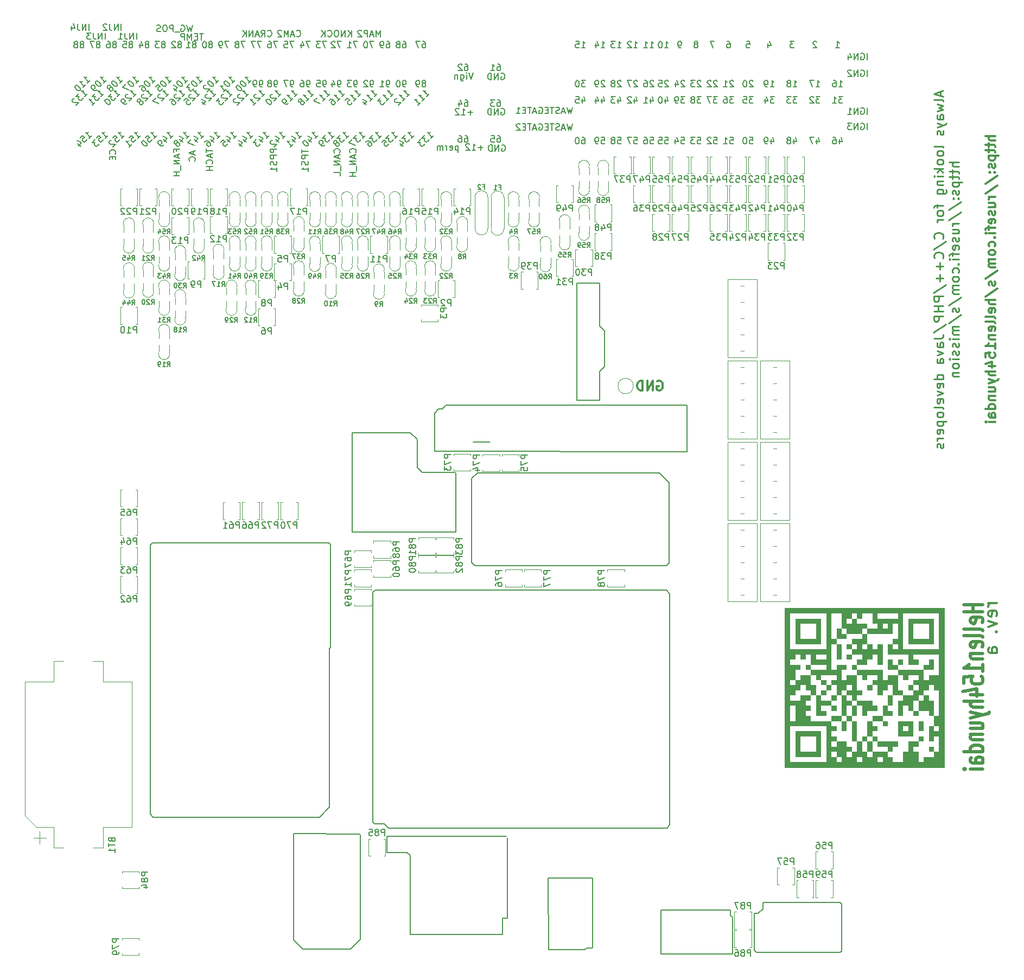
<source format=gbo>
G04 #@! TF.GenerationSoftware,KiCad,Pcbnew,(5.99.0-12392-g2f9c6dd5cc)*
G04 #@! TF.CreationDate,2021-09-19T22:51:57+03:00*
G04 #@! TF.ProjectId,hellen154hyundai,68656c6c-656e-4313-9534-6879756e6461,a*
G04 #@! TF.SameCoordinates,PX5f5e100PYc845880*
G04 #@! TF.FileFunction,Legend,Bot*
G04 #@! TF.FilePolarity,Positive*
%FSLAX46Y46*%
G04 Gerber Fmt 4.6, Leading zero omitted, Abs format (unit mm)*
G04 Created by KiCad (PCBNEW (5.99.0-12392-g2f9c6dd5cc)) date 2021-09-19 22:51:57*
%MOMM*%
%LPD*%
G01*
G04 APERTURE LIST*
%ADD10C,0.150000*%
%ADD11C,0.250000*%
%ADD12C,0.500000*%
%ADD13C,0.300000*%
%ADD14C,0.127000*%
%ADD15C,0.120000*%
%ADD16C,0.099060*%
%ADD17C,0.200000*%
G04 APERTURE END LIST*
D10*
X25357142Y130242858D02*
X25404761Y130290477D01*
X25452380Y130433334D01*
X25452380Y130528572D01*
X25404761Y130671429D01*
X25309523Y130766667D01*
X25214285Y130814286D01*
X25023809Y130861905D01*
X24880952Y130861905D01*
X24690476Y130814286D01*
X24595238Y130766667D01*
X24500000Y130671429D01*
X24452380Y130528572D01*
X24452380Y130433334D01*
X24500000Y130290477D01*
X24547619Y130242858D01*
X24928571Y129814286D02*
X24928571Y129480953D01*
X25452380Y129338096D02*
X25452380Y129814286D01*
X24452380Y129814286D01*
X24452380Y129338096D01*
D11*
X154142500Y140021429D02*
X154142500Y139307143D01*
X154571071Y140164286D02*
X153071071Y139664286D01*
X154571071Y139164286D01*
X154571071Y138450000D02*
X154499642Y138592858D01*
X154356785Y138664286D01*
X153071071Y138664286D01*
X153571071Y138021429D02*
X154571071Y137735715D01*
X153856785Y137450000D01*
X154571071Y137164286D01*
X153571071Y136878572D01*
X154571071Y135664286D02*
X153785357Y135664286D01*
X153642500Y135735715D01*
X153571071Y135878572D01*
X153571071Y136164286D01*
X153642500Y136307143D01*
X154499642Y135664286D02*
X154571071Y135807143D01*
X154571071Y136164286D01*
X154499642Y136307143D01*
X154356785Y136378572D01*
X154213928Y136378572D01*
X154071071Y136307143D01*
X153999642Y136164286D01*
X153999642Y135807143D01*
X153928214Y135664286D01*
X153571071Y135092858D02*
X154571071Y134735715D01*
X153571071Y134378572D02*
X154571071Y134735715D01*
X154928214Y134878572D01*
X154999642Y134950000D01*
X155071071Y135092858D01*
X154499642Y133878572D02*
X154571071Y133735715D01*
X154571071Y133450000D01*
X154499642Y133307143D01*
X154356785Y133235715D01*
X154285357Y133235715D01*
X154142500Y133307143D01*
X154071071Y133450000D01*
X154071071Y133664286D01*
X153999642Y133807143D01*
X153856785Y133878572D01*
X153785357Y133878572D01*
X153642500Y133807143D01*
X153571071Y133664286D01*
X153571071Y133450000D01*
X153642500Y133307143D01*
X154571071Y131235715D02*
X154499642Y131378572D01*
X154356785Y131450000D01*
X153071071Y131450000D01*
X154571071Y130450000D02*
X154499642Y130592858D01*
X154428214Y130664286D01*
X154285357Y130735715D01*
X153856785Y130735715D01*
X153713928Y130664286D01*
X153642500Y130592858D01*
X153571071Y130450000D01*
X153571071Y130235715D01*
X153642500Y130092858D01*
X153713928Y130021429D01*
X153856785Y129950000D01*
X154285357Y129950000D01*
X154428214Y130021429D01*
X154499642Y130092858D01*
X154571071Y130235715D01*
X154571071Y130450000D01*
X154571071Y129092858D02*
X154499642Y129235715D01*
X154428214Y129307143D01*
X154285357Y129378572D01*
X153856785Y129378572D01*
X153713928Y129307143D01*
X153642500Y129235715D01*
X153571071Y129092858D01*
X153571071Y128878572D01*
X153642500Y128735715D01*
X153713928Y128664286D01*
X153856785Y128592858D01*
X154285357Y128592858D01*
X154428214Y128664286D01*
X154499642Y128735715D01*
X154571071Y128878572D01*
X154571071Y129092858D01*
X154571071Y127950000D02*
X153071071Y127950000D01*
X153999642Y127807143D02*
X154571071Y127378572D01*
X153571071Y127378572D02*
X154142500Y127950000D01*
X154571071Y126735715D02*
X153571071Y126735715D01*
X153071071Y126735715D02*
X153142500Y126807143D01*
X153213928Y126735715D01*
X153142500Y126664286D01*
X153071071Y126735715D01*
X153213928Y126735715D01*
X153571071Y126021429D02*
X154571071Y126021429D01*
X153713928Y126021429D02*
X153642500Y125950000D01*
X153571071Y125807143D01*
X153571071Y125592858D01*
X153642500Y125450000D01*
X153785357Y125378572D01*
X154571071Y125378572D01*
X153571071Y124021429D02*
X154785357Y124021429D01*
X154928214Y124092858D01*
X154999642Y124164286D01*
X155071071Y124307143D01*
X155071071Y124521429D01*
X154999642Y124664286D01*
X154499642Y124021429D02*
X154571071Y124164286D01*
X154571071Y124450000D01*
X154499642Y124592858D01*
X154428214Y124664286D01*
X154285357Y124735715D01*
X153856785Y124735715D01*
X153713928Y124664286D01*
X153642500Y124592858D01*
X153571071Y124450000D01*
X153571071Y124164286D01*
X153642500Y124021429D01*
X153571071Y122378572D02*
X153571071Y121807143D01*
X154571071Y122164286D02*
X153285357Y122164286D01*
X153142500Y122092858D01*
X153071071Y121950000D01*
X153071071Y121807143D01*
X154571071Y121092858D02*
X154499642Y121235715D01*
X154428214Y121307143D01*
X154285357Y121378572D01*
X153856785Y121378572D01*
X153713928Y121307143D01*
X153642500Y121235715D01*
X153571071Y121092858D01*
X153571071Y120878572D01*
X153642500Y120735715D01*
X153713928Y120664286D01*
X153856785Y120592858D01*
X154285357Y120592858D01*
X154428214Y120664286D01*
X154499642Y120735715D01*
X154571071Y120878572D01*
X154571071Y121092858D01*
X154571071Y119950000D02*
X153571071Y119950000D01*
X153856785Y119950000D02*
X153713928Y119878572D01*
X153642500Y119807143D01*
X153571071Y119664286D01*
X153571071Y119521429D01*
X154428214Y117021429D02*
X154499642Y117092858D01*
X154571071Y117307143D01*
X154571071Y117450000D01*
X154499642Y117664286D01*
X154356785Y117807143D01*
X154213928Y117878572D01*
X153928214Y117950000D01*
X153713928Y117950000D01*
X153428214Y117878572D01*
X153285357Y117807143D01*
X153142500Y117664286D01*
X153071071Y117450000D01*
X153071071Y117307143D01*
X153142500Y117092858D01*
X153213928Y117021429D01*
X152999642Y115307143D02*
X154928214Y116592858D01*
X154428214Y113950000D02*
X154499642Y114021429D01*
X154571071Y114235715D01*
X154571071Y114378572D01*
X154499642Y114592858D01*
X154356785Y114735715D01*
X154213928Y114807143D01*
X153928214Y114878572D01*
X153713928Y114878572D01*
X153428214Y114807143D01*
X153285357Y114735715D01*
X153142500Y114592858D01*
X153071071Y114378572D01*
X153071071Y114235715D01*
X153142500Y114021429D01*
X153213928Y113950000D01*
X153999642Y113307143D02*
X153999642Y112164286D01*
X154571071Y112735715D02*
X153428214Y112735715D01*
X153999642Y111450000D02*
X153999642Y110307143D01*
X154571071Y110878572D02*
X153428214Y110878572D01*
X152999642Y108521429D02*
X154928214Y109807143D01*
X154571071Y108021429D02*
X153071071Y108021429D01*
X153071071Y107450000D01*
X153142500Y107307143D01*
X153213928Y107235715D01*
X153356785Y107164286D01*
X153571071Y107164286D01*
X153713928Y107235715D01*
X153785357Y107307143D01*
X153856785Y107450000D01*
X153856785Y108021429D01*
X154571071Y106521429D02*
X153071071Y106521429D01*
X153785357Y106521429D02*
X153785357Y105664286D01*
X154571071Y105664286D02*
X153071071Y105664286D01*
X154571071Y104950000D02*
X153071071Y104950000D01*
X153071071Y104378572D01*
X153142500Y104235715D01*
X153213928Y104164286D01*
X153356785Y104092858D01*
X153571071Y104092858D01*
X153713928Y104164286D01*
X153785357Y104235715D01*
X153856785Y104378572D01*
X153856785Y104950000D01*
X152999642Y102378572D02*
X154928214Y103664286D01*
X153071071Y101450000D02*
X154142500Y101450000D01*
X154356785Y101521429D01*
X154499642Y101664286D01*
X154571071Y101878572D01*
X154571071Y102021429D01*
X154571071Y100092858D02*
X153785357Y100092858D01*
X153642500Y100164286D01*
X153571071Y100307143D01*
X153571071Y100592858D01*
X153642500Y100735715D01*
X154499642Y100092858D02*
X154571071Y100235715D01*
X154571071Y100592858D01*
X154499642Y100735715D01*
X154356785Y100807143D01*
X154213928Y100807143D01*
X154071071Y100735715D01*
X153999642Y100592858D01*
X153999642Y100235715D01*
X153928214Y100092858D01*
X153571071Y99521429D02*
X154571071Y99164286D01*
X153571071Y98807143D01*
X154571071Y97592858D02*
X153785357Y97592858D01*
X153642500Y97664286D01*
X153571071Y97807143D01*
X153571071Y98092858D01*
X153642500Y98235715D01*
X154499642Y97592858D02*
X154571071Y97735715D01*
X154571071Y98092858D01*
X154499642Y98235715D01*
X154356785Y98307143D01*
X154213928Y98307143D01*
X154071071Y98235715D01*
X153999642Y98092858D01*
X153999642Y97735715D01*
X153928214Y97592858D01*
X154571071Y95092858D02*
X153071071Y95092858D01*
X154499642Y95092858D02*
X154571071Y95235715D01*
X154571071Y95521429D01*
X154499642Y95664286D01*
X154428214Y95735715D01*
X154285357Y95807143D01*
X153856785Y95807143D01*
X153713928Y95735715D01*
X153642500Y95664286D01*
X153571071Y95521429D01*
X153571071Y95235715D01*
X153642500Y95092858D01*
X154499642Y93807143D02*
X154571071Y93950000D01*
X154571071Y94235715D01*
X154499642Y94378572D01*
X154356785Y94450000D01*
X153785357Y94450000D01*
X153642500Y94378572D01*
X153571071Y94235715D01*
X153571071Y93950000D01*
X153642500Y93807143D01*
X153785357Y93735715D01*
X153928214Y93735715D01*
X154071071Y94450000D01*
X153571071Y93235715D02*
X154571071Y92878572D01*
X153571071Y92521429D01*
X154499642Y91378572D02*
X154571071Y91521429D01*
X154571071Y91807143D01*
X154499642Y91950000D01*
X154356785Y92021429D01*
X153785357Y92021429D01*
X153642500Y91950000D01*
X153571071Y91807143D01*
X153571071Y91521429D01*
X153642500Y91378572D01*
X153785357Y91307143D01*
X153928214Y91307143D01*
X154071071Y92021429D01*
X154571071Y90450000D02*
X154499642Y90592858D01*
X154356785Y90664286D01*
X153071071Y90664286D01*
X154571071Y89664286D02*
X154499642Y89807143D01*
X154428214Y89878572D01*
X154285357Y89950000D01*
X153856785Y89950000D01*
X153713928Y89878572D01*
X153642500Y89807143D01*
X153571071Y89664286D01*
X153571071Y89450000D01*
X153642500Y89307143D01*
X153713928Y89235715D01*
X153856785Y89164286D01*
X154285357Y89164286D01*
X154428214Y89235715D01*
X154499642Y89307143D01*
X154571071Y89450000D01*
X154571071Y89664286D01*
X153571071Y88521429D02*
X155071071Y88521429D01*
X153642500Y88521429D02*
X153571071Y88378572D01*
X153571071Y88092858D01*
X153642500Y87950000D01*
X153713928Y87878572D01*
X153856785Y87807143D01*
X154285357Y87807143D01*
X154428214Y87878572D01*
X154499642Y87950000D01*
X154571071Y88092858D01*
X154571071Y88378572D01*
X154499642Y88521429D01*
X154499642Y86592858D02*
X154571071Y86735715D01*
X154571071Y87021429D01*
X154499642Y87164286D01*
X154356785Y87235715D01*
X153785357Y87235715D01*
X153642500Y87164286D01*
X153571071Y87021429D01*
X153571071Y86735715D01*
X153642500Y86592858D01*
X153785357Y86521429D01*
X153928214Y86521429D01*
X154071071Y87235715D01*
X154571071Y85878572D02*
X153571071Y85878572D01*
X153856785Y85878572D02*
X153713928Y85807143D01*
X153642500Y85735715D01*
X153571071Y85592858D01*
X153571071Y85450000D01*
X154499642Y85021429D02*
X154571071Y84878572D01*
X154571071Y84592858D01*
X154499642Y84450000D01*
X154356785Y84378572D01*
X154285357Y84378572D01*
X154142500Y84450000D01*
X154071071Y84592858D01*
X154071071Y84807143D01*
X153999642Y84950000D01*
X153856785Y85021429D01*
X153785357Y85021429D01*
X153642500Y84950000D01*
X153571071Y84807143D01*
X153571071Y84592858D01*
X153642500Y84450000D01*
X156986071Y128914286D02*
X155486071Y128914286D01*
X156986071Y128271429D02*
X156200357Y128271429D01*
X156057500Y128342858D01*
X155986071Y128485715D01*
X155986071Y128700000D01*
X156057500Y128842858D01*
X156128928Y128914286D01*
X155986071Y127771429D02*
X155986071Y127200000D01*
X155486071Y127557143D02*
X156771785Y127557143D01*
X156914642Y127485715D01*
X156986071Y127342858D01*
X156986071Y127200000D01*
X155986071Y126914286D02*
X155986071Y126342858D01*
X155486071Y126700000D02*
X156771785Y126700000D01*
X156914642Y126628572D01*
X156986071Y126485715D01*
X156986071Y126342858D01*
X155986071Y125842858D02*
X157486071Y125842858D01*
X156057500Y125842858D02*
X155986071Y125700000D01*
X155986071Y125414286D01*
X156057500Y125271429D01*
X156128928Y125200000D01*
X156271785Y125128572D01*
X156700357Y125128572D01*
X156843214Y125200000D01*
X156914642Y125271429D01*
X156986071Y125414286D01*
X156986071Y125700000D01*
X156914642Y125842858D01*
X156914642Y124557143D02*
X156986071Y124414286D01*
X156986071Y124128572D01*
X156914642Y123985715D01*
X156771785Y123914286D01*
X156700357Y123914286D01*
X156557500Y123985715D01*
X156486071Y124128572D01*
X156486071Y124342858D01*
X156414642Y124485715D01*
X156271785Y124557143D01*
X156200357Y124557143D01*
X156057500Y124485715D01*
X155986071Y124342858D01*
X155986071Y124128572D01*
X156057500Y123985715D01*
X156843214Y123271429D02*
X156914642Y123200000D01*
X156986071Y123271429D01*
X156914642Y123342858D01*
X156843214Y123271429D01*
X156986071Y123271429D01*
X156057500Y123271429D02*
X156128928Y123200000D01*
X156200357Y123271429D01*
X156128928Y123342858D01*
X156057500Y123271429D01*
X156200357Y123271429D01*
X155414642Y121485715D02*
X157343214Y122771429D01*
X155414642Y119914286D02*
X157343214Y121200000D01*
X156986071Y119414286D02*
X155986071Y119414286D01*
X156271785Y119414286D02*
X156128928Y119342858D01*
X156057500Y119271429D01*
X155986071Y119128572D01*
X155986071Y118985715D01*
X155986071Y117842858D02*
X156986071Y117842858D01*
X155986071Y118485715D02*
X156771785Y118485715D01*
X156914642Y118414286D01*
X156986071Y118271429D01*
X156986071Y118057143D01*
X156914642Y117914286D01*
X156843214Y117842858D01*
X156914642Y117200000D02*
X156986071Y117057143D01*
X156986071Y116771429D01*
X156914642Y116628572D01*
X156771785Y116557143D01*
X156700357Y116557143D01*
X156557500Y116628572D01*
X156486071Y116771429D01*
X156486071Y116985715D01*
X156414642Y117128572D01*
X156271785Y117200000D01*
X156200357Y117200000D01*
X156057500Y117128572D01*
X155986071Y116985715D01*
X155986071Y116771429D01*
X156057500Y116628572D01*
X156914642Y115342858D02*
X156986071Y115485715D01*
X156986071Y115771429D01*
X156914642Y115914286D01*
X156771785Y115985715D01*
X156200357Y115985715D01*
X156057500Y115914286D01*
X155986071Y115771429D01*
X155986071Y115485715D01*
X156057500Y115342858D01*
X156200357Y115271429D01*
X156343214Y115271429D01*
X156486071Y115985715D01*
X155986071Y114842858D02*
X155986071Y114271429D01*
X156986071Y114628572D02*
X155700357Y114628572D01*
X155557500Y114557143D01*
X155486071Y114414286D01*
X155486071Y114271429D01*
X156986071Y113771429D02*
X155986071Y113771429D01*
X155486071Y113771429D02*
X155557500Y113842858D01*
X155628928Y113771429D01*
X155557500Y113700000D01*
X155486071Y113771429D01*
X155628928Y113771429D01*
X156843214Y113057143D02*
X156914642Y112985715D01*
X156986071Y113057143D01*
X156914642Y113128572D01*
X156843214Y113057143D01*
X156986071Y113057143D01*
X156914642Y111700000D02*
X156986071Y111842858D01*
X156986071Y112128572D01*
X156914642Y112271429D01*
X156843214Y112342858D01*
X156700357Y112414286D01*
X156271785Y112414286D01*
X156128928Y112342858D01*
X156057500Y112271429D01*
X155986071Y112128572D01*
X155986071Y111842858D01*
X156057500Y111700000D01*
X156986071Y110842858D02*
X156914642Y110985715D01*
X156843214Y111057143D01*
X156700357Y111128572D01*
X156271785Y111128572D01*
X156128928Y111057143D01*
X156057500Y110985715D01*
X155986071Y110842858D01*
X155986071Y110628572D01*
X156057500Y110485715D01*
X156128928Y110414286D01*
X156271785Y110342858D01*
X156700357Y110342858D01*
X156843214Y110414286D01*
X156914642Y110485715D01*
X156986071Y110628572D01*
X156986071Y110842858D01*
X156986071Y109700000D02*
X155986071Y109700000D01*
X156128928Y109700000D02*
X156057500Y109628572D01*
X155986071Y109485715D01*
X155986071Y109271429D01*
X156057500Y109128572D01*
X156200357Y109057143D01*
X156986071Y109057143D01*
X156200357Y109057143D02*
X156057500Y108985715D01*
X155986071Y108842858D01*
X155986071Y108628572D01*
X156057500Y108485715D01*
X156200357Y108414286D01*
X156986071Y108414286D01*
X155414642Y106628572D02*
X157343214Y107914286D01*
X156914642Y106200000D02*
X156986071Y106057143D01*
X156986071Y105771429D01*
X156914642Y105628572D01*
X156771785Y105557143D01*
X156700357Y105557143D01*
X156557500Y105628572D01*
X156486071Y105771429D01*
X156486071Y105985715D01*
X156414642Y106128572D01*
X156271785Y106200000D01*
X156200357Y106200000D01*
X156057500Y106128572D01*
X155986071Y105985715D01*
X155986071Y105771429D01*
X156057500Y105628572D01*
X155414642Y103842858D02*
X157343214Y105128572D01*
X156986071Y103342858D02*
X155986071Y103342858D01*
X156128928Y103342858D02*
X156057500Y103271429D01*
X155986071Y103128572D01*
X155986071Y102914286D01*
X156057500Y102771429D01*
X156200357Y102700000D01*
X156986071Y102700000D01*
X156200357Y102700000D02*
X156057500Y102628572D01*
X155986071Y102485715D01*
X155986071Y102271429D01*
X156057500Y102128572D01*
X156200357Y102057143D01*
X156986071Y102057143D01*
X156986071Y101342858D02*
X155986071Y101342858D01*
X155486071Y101342858D02*
X155557500Y101414286D01*
X155628928Y101342858D01*
X155557500Y101271429D01*
X155486071Y101342858D01*
X155628928Y101342858D01*
X156914642Y100700000D02*
X156986071Y100557143D01*
X156986071Y100271429D01*
X156914642Y100128572D01*
X156771785Y100057143D01*
X156700357Y100057143D01*
X156557500Y100128572D01*
X156486071Y100271429D01*
X156486071Y100485715D01*
X156414642Y100628572D01*
X156271785Y100700000D01*
X156200357Y100700000D01*
X156057500Y100628572D01*
X155986071Y100485715D01*
X155986071Y100271429D01*
X156057500Y100128572D01*
X156914642Y99485715D02*
X156986071Y99342858D01*
X156986071Y99057143D01*
X156914642Y98914286D01*
X156771785Y98842858D01*
X156700357Y98842858D01*
X156557500Y98914286D01*
X156486071Y99057143D01*
X156486071Y99271429D01*
X156414642Y99414286D01*
X156271785Y99485715D01*
X156200357Y99485715D01*
X156057500Y99414286D01*
X155986071Y99271429D01*
X155986071Y99057143D01*
X156057500Y98914286D01*
X156986071Y98200000D02*
X155986071Y98200000D01*
X155486071Y98200000D02*
X155557500Y98271429D01*
X155628928Y98200000D01*
X155557500Y98128572D01*
X155486071Y98200000D01*
X155628928Y98200000D01*
X156986071Y97271429D02*
X156914642Y97414286D01*
X156843214Y97485715D01*
X156700357Y97557143D01*
X156271785Y97557143D01*
X156128928Y97485715D01*
X156057500Y97414286D01*
X155986071Y97271429D01*
X155986071Y97057143D01*
X156057500Y96914286D01*
X156128928Y96842858D01*
X156271785Y96771429D01*
X156700357Y96771429D01*
X156843214Y96842858D01*
X156914642Y96914286D01*
X156986071Y97057143D01*
X156986071Y97271429D01*
X155986071Y96128572D02*
X156986071Y96128572D01*
X156128928Y96128572D02*
X156057500Y96057143D01*
X155986071Y95914286D01*
X155986071Y95700000D01*
X156057500Y95557143D01*
X156200357Y95485715D01*
X156986071Y95485715D01*
D10*
X82771428Y131228572D02*
X82009523Y131228572D01*
X82390476Y130847620D02*
X82390476Y131609524D01*
X81009523Y130847620D02*
X81580952Y130847620D01*
X81295238Y130847620D02*
X81295238Y131847620D01*
X81390476Y131704762D01*
X81485714Y131609524D01*
X81580952Y131561905D01*
X80628571Y131752381D02*
X80580952Y131800000D01*
X80485714Y131847620D01*
X80247619Y131847620D01*
X80152380Y131800000D01*
X80104761Y131752381D01*
X80057142Y131657143D01*
X80057142Y131561905D01*
X80104761Y131419048D01*
X80676190Y130847620D01*
X80057142Y130847620D01*
X78866666Y131514286D02*
X78866666Y130514286D01*
X78866666Y131466667D02*
X78771428Y131514286D01*
X78580952Y131514286D01*
X78485714Y131466667D01*
X78438095Y131419048D01*
X78390476Y131323810D01*
X78390476Y131038096D01*
X78438095Y130942858D01*
X78485714Y130895239D01*
X78580952Y130847620D01*
X78771428Y130847620D01*
X78866666Y130895239D01*
X77580952Y130895239D02*
X77676190Y130847620D01*
X77866666Y130847620D01*
X77961904Y130895239D01*
X78009523Y130990477D01*
X78009523Y131371429D01*
X77961904Y131466667D01*
X77866666Y131514286D01*
X77676190Y131514286D01*
X77580952Y131466667D01*
X77533333Y131371429D01*
X77533333Y131276191D01*
X78009523Y131180953D01*
X77104761Y130847620D02*
X77104761Y131514286D01*
X77104761Y131323810D02*
X77057142Y131419048D01*
X77009523Y131466667D01*
X76914285Y131514286D01*
X76819047Y131514286D01*
X76485714Y130847620D02*
X76485714Y131514286D01*
X76485714Y131419048D02*
X76438095Y131466667D01*
X76342857Y131514286D01*
X76200000Y131514286D01*
X76104761Y131466667D01*
X76057142Y131371429D01*
X76057142Y130847620D01*
X76057142Y131371429D02*
X76009523Y131466667D01*
X75914285Y131514286D01*
X75771428Y131514286D01*
X75676190Y131466667D01*
X75628571Y131371429D01*
X75628571Y130847620D01*
X96704761Y134947620D02*
X96466666Y133947620D01*
X96276190Y134661905D01*
X96085714Y133947620D01*
X95847619Y134947620D01*
X95514285Y134233334D02*
X95038095Y134233334D01*
X95609523Y133947620D02*
X95276190Y134947620D01*
X94942857Y133947620D01*
X94657142Y133995239D02*
X94514285Y133947620D01*
X94276190Y133947620D01*
X94180952Y133995239D01*
X94133333Y134042858D01*
X94085714Y134138096D01*
X94085714Y134233334D01*
X94133333Y134328572D01*
X94180952Y134376191D01*
X94276190Y134423810D01*
X94466666Y134471429D01*
X94561904Y134519048D01*
X94609523Y134566667D01*
X94657142Y134661905D01*
X94657142Y134757143D01*
X94609523Y134852381D01*
X94561904Y134900000D01*
X94466666Y134947620D01*
X94228571Y134947620D01*
X94085714Y134900000D01*
X93800000Y134947620D02*
X93228571Y134947620D01*
X93514285Y133947620D02*
X93514285Y134947620D01*
X92895238Y134471429D02*
X92561904Y134471429D01*
X92419047Y133947620D02*
X92895238Y133947620D01*
X92895238Y134947620D01*
X92419047Y134947620D01*
X91466666Y134900000D02*
X91561904Y134947620D01*
X91704761Y134947620D01*
X91847619Y134900000D01*
X91942857Y134804762D01*
X91990476Y134709524D01*
X92038095Y134519048D01*
X92038095Y134376191D01*
X91990476Y134185715D01*
X91942857Y134090477D01*
X91847619Y133995239D01*
X91704761Y133947620D01*
X91609523Y133947620D01*
X91466666Y133995239D01*
X91419047Y134042858D01*
X91419047Y134376191D01*
X91609523Y134376191D01*
X91038095Y134233334D02*
X90561904Y134233334D01*
X91133333Y133947620D02*
X90800000Y134947620D01*
X90466666Y133947620D01*
X90276190Y134947620D02*
X89704761Y134947620D01*
X89990476Y133947620D02*
X89990476Y134947620D01*
X89371428Y134471429D02*
X89038095Y134471429D01*
X88895238Y133947620D02*
X89371428Y133947620D01*
X89371428Y134947620D01*
X88895238Y134947620D01*
X88514285Y134852381D02*
X88466666Y134900000D01*
X88371428Y134947620D01*
X88133333Y134947620D01*
X88038095Y134900000D01*
X87990476Y134852381D01*
X87942857Y134757143D01*
X87942857Y134661905D01*
X87990476Y134519048D01*
X88561904Y133947620D01*
X87942857Y133947620D01*
X37409523Y150347620D02*
X37171428Y149347620D01*
X36980952Y150061905D01*
X36790476Y149347620D01*
X36552380Y150347620D01*
X35647619Y150300000D02*
X35742857Y150347620D01*
X35885714Y150347620D01*
X36028571Y150300000D01*
X36123809Y150204762D01*
X36171428Y150109524D01*
X36219047Y149919048D01*
X36219047Y149776191D01*
X36171428Y149585715D01*
X36123809Y149490477D01*
X36028571Y149395239D01*
X35885714Y149347620D01*
X35790476Y149347620D01*
X35647619Y149395239D01*
X35600000Y149442858D01*
X35600000Y149776191D01*
X35790476Y149776191D01*
X35409523Y149252381D02*
X34647619Y149252381D01*
X34409523Y149347620D02*
X34409523Y150347620D01*
X34028571Y150347620D01*
X33933333Y150300000D01*
X33885714Y150252381D01*
X33838095Y150157143D01*
X33838095Y150014286D01*
X33885714Y149919048D01*
X33933333Y149871429D01*
X34028571Y149823810D01*
X34409523Y149823810D01*
X33219047Y150347620D02*
X33028571Y150347620D01*
X32933333Y150300000D01*
X32838095Y150204762D01*
X32790476Y150014286D01*
X32790476Y149680953D01*
X32838095Y149490477D01*
X32933333Y149395239D01*
X33028571Y149347620D01*
X33219047Y149347620D01*
X33314285Y149395239D01*
X33409523Y149490477D01*
X33457142Y149680953D01*
X33457142Y150014286D01*
X33409523Y150204762D01*
X33314285Y150300000D01*
X33219047Y150347620D01*
X32409523Y149395239D02*
X32266666Y149347620D01*
X32028571Y149347620D01*
X31933333Y149395239D01*
X31885714Y149442858D01*
X31838095Y149538096D01*
X31838095Y149633334D01*
X31885714Y149728572D01*
X31933333Y149776191D01*
X32028571Y149823810D01*
X32219047Y149871429D01*
X32314285Y149919048D01*
X32361904Y149966667D01*
X32409523Y150061905D01*
X32409523Y150157143D01*
X32361904Y150252381D01*
X32314285Y150300000D01*
X32219047Y150347620D01*
X31980952Y150347620D01*
X31838095Y150300000D01*
X85561904Y142800000D02*
X85657142Y142847620D01*
X85800000Y142847620D01*
X85942857Y142800000D01*
X86038095Y142704762D01*
X86085714Y142609524D01*
X86133333Y142419048D01*
X86133333Y142276191D01*
X86085714Y142085715D01*
X86038095Y141990477D01*
X85942857Y141895239D01*
X85800000Y141847620D01*
X85704761Y141847620D01*
X85561904Y141895239D01*
X85514285Y141942858D01*
X85514285Y142276191D01*
X85704761Y142276191D01*
X85085714Y141847620D02*
X85085714Y142847620D01*
X84514285Y141847620D01*
X84514285Y142847620D01*
X84038095Y141847620D02*
X84038095Y142847620D01*
X83800000Y142847620D01*
X83657142Y142800000D01*
X83561904Y142704762D01*
X83514285Y142609524D01*
X83466666Y142419048D01*
X83466666Y142276191D01*
X83514285Y142085715D01*
X83561904Y141990477D01*
X83657142Y141895239D01*
X83800000Y141847620D01*
X84038095Y141847620D01*
X66738095Y148547620D02*
X66738095Y149547620D01*
X66404761Y148833334D01*
X66071428Y149547620D01*
X66071428Y148547620D01*
X65642857Y148833334D02*
X65166666Y148833334D01*
X65738095Y148547620D02*
X65404761Y149547620D01*
X65071428Y148547620D01*
X64738095Y148547620D02*
X64738095Y149547620D01*
X64357142Y149547620D01*
X64261904Y149500000D01*
X64214285Y149452381D01*
X64166666Y149357143D01*
X64166666Y149214286D01*
X64214285Y149119048D01*
X64261904Y149071429D01*
X64357142Y149023810D01*
X64738095Y149023810D01*
X63785714Y149452381D02*
X63738095Y149500000D01*
X63642857Y149547620D01*
X63404761Y149547620D01*
X63309523Y149500000D01*
X63261904Y149452381D01*
X63214285Y149357143D01*
X63214285Y149261905D01*
X63261904Y149119048D01*
X63833333Y148547620D01*
X63214285Y148547620D01*
X54452380Y130938096D02*
X54452380Y130366667D01*
X55452380Y130652381D02*
X54452380Y130652381D01*
X55452380Y130033334D02*
X54452380Y130033334D01*
X54452380Y129652381D01*
X54500000Y129557143D01*
X54547619Y129509524D01*
X54642857Y129461905D01*
X54785714Y129461905D01*
X54880952Y129509524D01*
X54928571Y129557143D01*
X54976190Y129652381D01*
X54976190Y130033334D01*
X55404761Y129080953D02*
X55452380Y128938096D01*
X55452380Y128700000D01*
X55404761Y128604762D01*
X55357142Y128557143D01*
X55261904Y128509524D01*
X55166666Y128509524D01*
X55071428Y128557143D01*
X55023809Y128604762D01*
X54976190Y128700000D01*
X54928571Y128890477D01*
X54880952Y128985715D01*
X54833333Y129033334D01*
X54738095Y129080953D01*
X54642857Y129080953D01*
X54547619Y129033334D01*
X54500000Y128985715D01*
X54452380Y128890477D01*
X54452380Y128652381D01*
X54500000Y128509524D01*
X55452380Y127557143D02*
X55452380Y128128572D01*
X55452380Y127842858D02*
X54452380Y127842858D01*
X54595238Y127938096D01*
X54690476Y128033334D01*
X54738095Y128128572D01*
X81133333Y136728572D02*
X80371428Y136728572D01*
X80752380Y136347620D02*
X80752380Y137109524D01*
X79371428Y136347620D02*
X79942857Y136347620D01*
X79657142Y136347620D02*
X79657142Y137347620D01*
X79752380Y137204762D01*
X79847619Y137109524D01*
X79942857Y137061905D01*
X78990476Y137252381D02*
X78942857Y137300000D01*
X78847619Y137347620D01*
X78609523Y137347620D01*
X78514285Y137300000D01*
X78466666Y137252381D01*
X78419047Y137157143D01*
X78419047Y137061905D01*
X78466666Y136919048D01*
X79038095Y136347620D01*
X78419047Y136347620D01*
X142700000Y136447620D02*
X142700000Y137447620D01*
X141700000Y137400000D02*
X141795238Y137447620D01*
X141938095Y137447620D01*
X142080952Y137400000D01*
X142176190Y137304762D01*
X142223809Y137209524D01*
X142271428Y137019048D01*
X142271428Y136876191D01*
X142223809Y136685715D01*
X142176190Y136590477D01*
X142080952Y136495239D01*
X141938095Y136447620D01*
X141842857Y136447620D01*
X141700000Y136495239D01*
X141652380Y136542858D01*
X141652380Y136876191D01*
X141842857Y136876191D01*
X141223809Y136447620D02*
X141223809Y137447620D01*
X140652380Y136447620D01*
X140652380Y137447620D01*
X139652380Y136447620D02*
X140223809Y136447620D01*
X139938095Y136447620D02*
X139938095Y137447620D01*
X140033333Y137304762D01*
X140128571Y137209524D01*
X140223809Y137161905D01*
D12*
X160757142Y59898810D02*
X157757142Y59898810D01*
X159185714Y59898810D02*
X159185714Y58755953D01*
X160757142Y58755953D02*
X157757142Y58755953D01*
X160614285Y57041667D02*
X160757142Y57232143D01*
X160757142Y57613096D01*
X160614285Y57803572D01*
X160328571Y57898810D01*
X159185714Y57898810D01*
X158900000Y57803572D01*
X158757142Y57613096D01*
X158757142Y57232143D01*
X158900000Y57041667D01*
X159185714Y56946429D01*
X159471428Y56946429D01*
X159757142Y57898810D01*
X160757142Y55803572D02*
X160614285Y55994048D01*
X160328571Y56089286D01*
X157757142Y56089286D01*
X160757142Y54755953D02*
X160614285Y54946429D01*
X160328571Y55041667D01*
X157757142Y55041667D01*
X160614285Y53232143D02*
X160757142Y53422620D01*
X160757142Y53803572D01*
X160614285Y53994048D01*
X160328571Y54089286D01*
X159185714Y54089286D01*
X158900000Y53994048D01*
X158757142Y53803572D01*
X158757142Y53422620D01*
X158900000Y53232143D01*
X159185714Y53136905D01*
X159471428Y53136905D01*
X159757142Y54089286D01*
X158757142Y52279762D02*
X160757142Y52279762D01*
X159042857Y52279762D02*
X158900000Y52184524D01*
X158757142Y51994048D01*
X158757142Y51708334D01*
X158900000Y51517858D01*
X159185714Y51422620D01*
X160757142Y51422620D01*
X160757142Y49422620D02*
X160757142Y50565477D01*
X160757142Y49994048D02*
X157757142Y49994048D01*
X158185714Y50184524D01*
X158471428Y50375000D01*
X158614285Y50565477D01*
X157757142Y47613096D02*
X157757142Y48565477D01*
X159185714Y48660715D01*
X159042857Y48565477D01*
X158900000Y48375000D01*
X158900000Y47898810D01*
X159042857Y47708334D01*
X159185714Y47613096D01*
X159471428Y47517858D01*
X160185714Y47517858D01*
X160471428Y47613096D01*
X160614285Y47708334D01*
X160757142Y47898810D01*
X160757142Y48375000D01*
X160614285Y48565477D01*
X160471428Y48660715D01*
X158757142Y45803572D02*
X160757142Y45803572D01*
X157614285Y46279762D02*
X159757142Y46755953D01*
X159757142Y45517858D01*
X160757142Y44755953D02*
X157757142Y44755953D01*
X160757142Y43898810D02*
X159185714Y43898810D01*
X158900000Y43994048D01*
X158757142Y44184524D01*
X158757142Y44470239D01*
X158900000Y44660715D01*
X159042857Y44755953D01*
X158757142Y43136905D02*
X160757142Y42660715D01*
X158757142Y42184524D02*
X160757142Y42660715D01*
X161471428Y42851191D01*
X161614285Y42946429D01*
X161757142Y43136905D01*
X158757142Y40565477D02*
X160757142Y40565477D01*
X158757142Y41422620D02*
X160328571Y41422620D01*
X160614285Y41327381D01*
X160757142Y41136905D01*
X160757142Y40851191D01*
X160614285Y40660715D01*
X160471428Y40565477D01*
X158757142Y39613096D02*
X160757142Y39613096D01*
X159042857Y39613096D02*
X158900000Y39517858D01*
X158757142Y39327381D01*
X158757142Y39041667D01*
X158900000Y38851191D01*
X159185714Y38755953D01*
X160757142Y38755953D01*
X160757142Y36946429D02*
X157757142Y36946429D01*
X160614285Y36946429D02*
X160757142Y37136905D01*
X160757142Y37517858D01*
X160614285Y37708334D01*
X160471428Y37803572D01*
X160185714Y37898810D01*
X159328571Y37898810D01*
X159042857Y37803572D01*
X158900000Y37708334D01*
X158757142Y37517858D01*
X158757142Y37136905D01*
X158900000Y36946429D01*
X160757142Y35136905D02*
X159185714Y35136905D01*
X158900000Y35232143D01*
X158757142Y35422620D01*
X158757142Y35803572D01*
X158900000Y35994048D01*
X160614285Y35136905D02*
X160757142Y35327381D01*
X160757142Y35803572D01*
X160614285Y35994048D01*
X160328571Y36089286D01*
X160042857Y36089286D01*
X159757142Y35994048D01*
X159614285Y35803572D01*
X159614285Y35327381D01*
X159471428Y35136905D01*
X160757142Y34184524D02*
X158757142Y34184524D01*
X157757142Y34184524D02*
X157900000Y34279762D01*
X158042857Y34184524D01*
X157900000Y34089286D01*
X157757142Y34184524D01*
X158042857Y34184524D01*
D10*
X142700000Y134047620D02*
X142700000Y135047620D01*
X141700000Y135000000D02*
X141795238Y135047620D01*
X141938095Y135047620D01*
X142080952Y135000000D01*
X142176190Y134904762D01*
X142223809Y134809524D01*
X142271428Y134619048D01*
X142271428Y134476191D01*
X142223809Y134285715D01*
X142176190Y134190477D01*
X142080952Y134095239D01*
X141938095Y134047620D01*
X141842857Y134047620D01*
X141700000Y134095239D01*
X141652380Y134142858D01*
X141652380Y134476191D01*
X141842857Y134476191D01*
X141223809Y134047620D02*
X141223809Y135047620D01*
X140652380Y134047620D01*
X140652380Y135047620D01*
X140271428Y135047620D02*
X139652380Y135047620D01*
X139985714Y134666667D01*
X139842857Y134666667D01*
X139747619Y134619048D01*
X139700000Y134571429D01*
X139652380Y134476191D01*
X139652380Y134238096D01*
X139700000Y134142858D01*
X139747619Y134095239D01*
X139842857Y134047620D01*
X140128571Y134047620D01*
X140223809Y134095239D01*
X140271428Y134142858D01*
X34928571Y130614286D02*
X34928571Y130947620D01*
X35452380Y130947620D02*
X34452380Y130947620D01*
X34452380Y130471429D01*
X35166666Y130138096D02*
X35166666Y129661905D01*
X35452380Y130233334D02*
X34452380Y129900000D01*
X35452380Y129566667D01*
X35452380Y129233334D02*
X34452380Y129233334D01*
X35452380Y128661905D01*
X34452380Y128661905D01*
X35547619Y128423810D02*
X35547619Y127661905D01*
X35452380Y127423810D02*
X34452380Y127423810D01*
X34928571Y127423810D02*
X34928571Y126852381D01*
X35452380Y126852381D02*
X34452380Y126852381D01*
D13*
X162678571Y133021429D02*
X161178571Y133021429D01*
X162678571Y132378572D02*
X161892857Y132378572D01*
X161750000Y132450000D01*
X161678571Y132592858D01*
X161678571Y132807143D01*
X161750000Y132950000D01*
X161821428Y133021429D01*
X161678571Y131878572D02*
X161678571Y131307143D01*
X161178571Y131664286D02*
X162464285Y131664286D01*
X162607142Y131592858D01*
X162678571Y131450000D01*
X162678571Y131307143D01*
X161678571Y131021429D02*
X161678571Y130450000D01*
X161178571Y130807143D02*
X162464285Y130807143D01*
X162607142Y130735715D01*
X162678571Y130592858D01*
X162678571Y130450000D01*
X161678571Y129950000D02*
X163178571Y129950000D01*
X161750000Y129950000D02*
X161678571Y129807143D01*
X161678571Y129521429D01*
X161750000Y129378572D01*
X161821428Y129307143D01*
X161964285Y129235715D01*
X162392857Y129235715D01*
X162535714Y129307143D01*
X162607142Y129378572D01*
X162678571Y129521429D01*
X162678571Y129807143D01*
X162607142Y129950000D01*
X162607142Y128664286D02*
X162678571Y128521429D01*
X162678571Y128235715D01*
X162607142Y128092858D01*
X162464285Y128021429D01*
X162392857Y128021429D01*
X162250000Y128092858D01*
X162178571Y128235715D01*
X162178571Y128450000D01*
X162107142Y128592858D01*
X161964285Y128664286D01*
X161892857Y128664286D01*
X161750000Y128592858D01*
X161678571Y128450000D01*
X161678571Y128235715D01*
X161750000Y128092858D01*
X162535714Y127378572D02*
X162607142Y127307143D01*
X162678571Y127378572D01*
X162607142Y127450000D01*
X162535714Y127378572D01*
X162678571Y127378572D01*
X161750000Y127378572D02*
X161821428Y127307143D01*
X161892857Y127378572D01*
X161821428Y127450000D01*
X161750000Y127378572D01*
X161892857Y127378572D01*
X161107142Y125592858D02*
X163035714Y126878572D01*
X161107142Y124021429D02*
X163035714Y125307143D01*
X162678571Y123521429D02*
X161678571Y123521429D01*
X161964285Y123521429D02*
X161821428Y123450000D01*
X161750000Y123378572D01*
X161678571Y123235715D01*
X161678571Y123092858D01*
X161678571Y121950000D02*
X162678571Y121950000D01*
X161678571Y122592858D02*
X162464285Y122592858D01*
X162607142Y122521429D01*
X162678571Y122378572D01*
X162678571Y122164286D01*
X162607142Y122021429D01*
X162535714Y121950000D01*
X162607142Y121307143D02*
X162678571Y121164286D01*
X162678571Y120878572D01*
X162607142Y120735715D01*
X162464285Y120664286D01*
X162392857Y120664286D01*
X162250000Y120735715D01*
X162178571Y120878572D01*
X162178571Y121092858D01*
X162107142Y121235715D01*
X161964285Y121307143D01*
X161892857Y121307143D01*
X161750000Y121235715D01*
X161678571Y121092858D01*
X161678571Y120878572D01*
X161750000Y120735715D01*
X162607142Y119450000D02*
X162678571Y119592858D01*
X162678571Y119878572D01*
X162607142Y120021429D01*
X162464285Y120092858D01*
X161892857Y120092858D01*
X161750000Y120021429D01*
X161678571Y119878572D01*
X161678571Y119592858D01*
X161750000Y119450000D01*
X161892857Y119378572D01*
X162035714Y119378572D01*
X162178571Y120092858D01*
X161678571Y118950000D02*
X161678571Y118378572D01*
X162678571Y118735715D02*
X161392857Y118735715D01*
X161250000Y118664286D01*
X161178571Y118521429D01*
X161178571Y118378572D01*
X162678571Y117878572D02*
X161678571Y117878572D01*
X161178571Y117878572D02*
X161250000Y117950000D01*
X161321428Y117878572D01*
X161250000Y117807143D01*
X161178571Y117878572D01*
X161321428Y117878572D01*
X162535714Y117164286D02*
X162607142Y117092858D01*
X162678571Y117164286D01*
X162607142Y117235715D01*
X162535714Y117164286D01*
X162678571Y117164286D01*
X162607142Y115807143D02*
X162678571Y115950000D01*
X162678571Y116235715D01*
X162607142Y116378572D01*
X162535714Y116450000D01*
X162392857Y116521429D01*
X161964285Y116521429D01*
X161821428Y116450000D01*
X161750000Y116378572D01*
X161678571Y116235715D01*
X161678571Y115950000D01*
X161750000Y115807143D01*
X162678571Y114950000D02*
X162607142Y115092858D01*
X162535714Y115164286D01*
X162392857Y115235715D01*
X161964285Y115235715D01*
X161821428Y115164286D01*
X161750000Y115092858D01*
X161678571Y114950000D01*
X161678571Y114735715D01*
X161750000Y114592858D01*
X161821428Y114521429D01*
X161964285Y114450000D01*
X162392857Y114450000D01*
X162535714Y114521429D01*
X162607142Y114592858D01*
X162678571Y114735715D01*
X162678571Y114950000D01*
X162678571Y113807143D02*
X161678571Y113807143D01*
X161821428Y113807143D02*
X161750000Y113735715D01*
X161678571Y113592858D01*
X161678571Y113378572D01*
X161750000Y113235715D01*
X161892857Y113164286D01*
X162678571Y113164286D01*
X161892857Y113164286D02*
X161750000Y113092858D01*
X161678571Y112950000D01*
X161678571Y112735715D01*
X161750000Y112592858D01*
X161892857Y112521429D01*
X162678571Y112521429D01*
X161107142Y110735715D02*
X163035714Y112021429D01*
X162607142Y110307143D02*
X162678571Y110164286D01*
X162678571Y109878572D01*
X162607142Y109735715D01*
X162464285Y109664286D01*
X162392857Y109664286D01*
X162250000Y109735715D01*
X162178571Y109878572D01*
X162178571Y110092858D01*
X162107142Y110235715D01*
X161964285Y110307143D01*
X161892857Y110307143D01*
X161750000Y110235715D01*
X161678571Y110092858D01*
X161678571Y109878572D01*
X161750000Y109735715D01*
X161107142Y107950000D02*
X163035714Y109235715D01*
X162678571Y107450000D02*
X161178571Y107450000D01*
X162678571Y106807143D02*
X161892857Y106807143D01*
X161750000Y106878572D01*
X161678571Y107021429D01*
X161678571Y107235715D01*
X161750000Y107378572D01*
X161821428Y107450000D01*
X162607142Y105521429D02*
X162678571Y105664286D01*
X162678571Y105950000D01*
X162607142Y106092858D01*
X162464285Y106164286D01*
X161892857Y106164286D01*
X161750000Y106092858D01*
X161678571Y105950000D01*
X161678571Y105664286D01*
X161750000Y105521429D01*
X161892857Y105450000D01*
X162035714Y105450000D01*
X162178571Y106164286D01*
X162678571Y104592858D02*
X162607142Y104735715D01*
X162464285Y104807143D01*
X161178571Y104807143D01*
X162678571Y103807143D02*
X162607142Y103950000D01*
X162464285Y104021429D01*
X161178571Y104021429D01*
X162607142Y102664286D02*
X162678571Y102807143D01*
X162678571Y103092858D01*
X162607142Y103235715D01*
X162464285Y103307143D01*
X161892857Y103307143D01*
X161750000Y103235715D01*
X161678571Y103092858D01*
X161678571Y102807143D01*
X161750000Y102664286D01*
X161892857Y102592858D01*
X162035714Y102592858D01*
X162178571Y103307143D01*
X161678571Y101950000D02*
X162678571Y101950000D01*
X161821428Y101950000D02*
X161750000Y101878572D01*
X161678571Y101735715D01*
X161678571Y101521429D01*
X161750000Y101378572D01*
X161892857Y101307143D01*
X162678571Y101307143D01*
X162678571Y99807143D02*
X162678571Y100664286D01*
X162678571Y100235715D02*
X161178571Y100235715D01*
X161392857Y100378572D01*
X161535714Y100521429D01*
X161607142Y100664286D01*
X161178571Y98450000D02*
X161178571Y99164286D01*
X161892857Y99235715D01*
X161821428Y99164286D01*
X161750000Y99021429D01*
X161750000Y98664286D01*
X161821428Y98521429D01*
X161892857Y98450000D01*
X162035714Y98378572D01*
X162392857Y98378572D01*
X162535714Y98450000D01*
X162607142Y98521429D01*
X162678571Y98664286D01*
X162678571Y99021429D01*
X162607142Y99164286D01*
X162535714Y99235715D01*
X161678571Y97092858D02*
X162678571Y97092858D01*
X161107142Y97450000D02*
X162178571Y97807143D01*
X162178571Y96878572D01*
X162678571Y96307143D02*
X161178571Y96307143D01*
X162678571Y95664286D02*
X161892857Y95664286D01*
X161750000Y95735715D01*
X161678571Y95878572D01*
X161678571Y96092858D01*
X161750000Y96235715D01*
X161821428Y96307143D01*
X161678571Y95092858D02*
X162678571Y94735715D01*
X161678571Y94378572D02*
X162678571Y94735715D01*
X163035714Y94878572D01*
X163107142Y94950000D01*
X163178571Y95092858D01*
X161678571Y93164286D02*
X162678571Y93164286D01*
X161678571Y93807143D02*
X162464285Y93807143D01*
X162607142Y93735715D01*
X162678571Y93592858D01*
X162678571Y93378572D01*
X162607142Y93235715D01*
X162535714Y93164286D01*
X161678571Y92450000D02*
X162678571Y92450000D01*
X161821428Y92450000D02*
X161750000Y92378572D01*
X161678571Y92235715D01*
X161678571Y92021429D01*
X161750000Y91878572D01*
X161892857Y91807143D01*
X162678571Y91807143D01*
X162678571Y90450000D02*
X161178571Y90450000D01*
X162607142Y90450000D02*
X162678571Y90592858D01*
X162678571Y90878572D01*
X162607142Y91021429D01*
X162535714Y91092858D01*
X162392857Y91164286D01*
X161964285Y91164286D01*
X161821428Y91092858D01*
X161750000Y91021429D01*
X161678571Y90878572D01*
X161678571Y90592858D01*
X161750000Y90450000D01*
X162678571Y89092858D02*
X161892857Y89092858D01*
X161750000Y89164286D01*
X161678571Y89307143D01*
X161678571Y89592858D01*
X161750000Y89735715D01*
X162607142Y89092858D02*
X162678571Y89235715D01*
X162678571Y89592858D01*
X162607142Y89735715D01*
X162464285Y89807143D01*
X162321428Y89807143D01*
X162178571Y89735715D01*
X162107142Y89592858D01*
X162107142Y89235715D01*
X162035714Y89092858D01*
X162678571Y88378572D02*
X161678571Y88378572D01*
X161178571Y88378572D02*
X161250000Y88450000D01*
X161321428Y88378572D01*
X161250000Y88307143D01*
X161178571Y88378572D01*
X161321428Y88378572D01*
D10*
X142700000Y144947620D02*
X142700000Y145947620D01*
X141700000Y145900000D02*
X141795238Y145947620D01*
X141938095Y145947620D01*
X142080952Y145900000D01*
X142176190Y145804762D01*
X142223809Y145709524D01*
X142271428Y145519048D01*
X142271428Y145376191D01*
X142223809Y145185715D01*
X142176190Y145090477D01*
X142080952Y144995239D01*
X141938095Y144947620D01*
X141842857Y144947620D01*
X141700000Y144995239D01*
X141652380Y145042858D01*
X141652380Y145376191D01*
X141842857Y145376191D01*
X141223809Y144947620D02*
X141223809Y145947620D01*
X140652380Y144947620D01*
X140652380Y145947620D01*
X139747619Y145614286D02*
X139747619Y144947620D01*
X139985714Y145995239D02*
X140223809Y145280953D01*
X139604761Y145280953D01*
X81176190Y142947620D02*
X80842857Y141947620D01*
X80509523Y142947620D01*
X80176190Y141947620D02*
X80176190Y142614286D01*
X80176190Y142947620D02*
X80223809Y142900000D01*
X80176190Y142852381D01*
X80128571Y142900000D01*
X80176190Y142947620D01*
X80176190Y142852381D01*
X79271428Y142614286D02*
X79271428Y141804762D01*
X79319047Y141709524D01*
X79366666Y141661905D01*
X79461904Y141614286D01*
X79604761Y141614286D01*
X79700000Y141661905D01*
X79271428Y141995239D02*
X79366666Y141947620D01*
X79557142Y141947620D01*
X79652380Y141995239D01*
X79700000Y142042858D01*
X79747619Y142138096D01*
X79747619Y142423810D01*
X79700000Y142519048D01*
X79652380Y142566667D01*
X79557142Y142614286D01*
X79366666Y142614286D01*
X79271428Y142566667D01*
X78795238Y142614286D02*
X78795238Y141947620D01*
X78795238Y142519048D02*
X78747619Y142566667D01*
X78652380Y142614286D01*
X78509523Y142614286D01*
X78414285Y142566667D01*
X78366666Y142471429D01*
X78366666Y141947620D01*
X60357142Y130428572D02*
X60404761Y130476191D01*
X60452380Y130619048D01*
X60452380Y130714286D01*
X60404761Y130857143D01*
X60309523Y130952381D01*
X60214285Y131000000D01*
X60023809Y131047620D01*
X59880952Y131047620D01*
X59690476Y131000000D01*
X59595238Y130952381D01*
X59500000Y130857143D01*
X59452380Y130714286D01*
X59452380Y130619048D01*
X59500000Y130476191D01*
X59547619Y130428572D01*
X60166666Y130047620D02*
X60166666Y129571429D01*
X60452380Y130142858D02*
X59452380Y129809524D01*
X60452380Y129476191D01*
X60452380Y129142858D02*
X59452380Y129142858D01*
X60452380Y128571429D01*
X59452380Y128571429D01*
X60547619Y128333334D02*
X60547619Y127571429D01*
X60452380Y126857143D02*
X60452380Y127333334D01*
X59452380Y127333334D01*
X37566666Y130638096D02*
X37566666Y130161905D01*
X37852380Y130733334D02*
X36852380Y130400000D01*
X37852380Y130066667D01*
X37757142Y129161905D02*
X37804761Y129209524D01*
X37852380Y129352381D01*
X37852380Y129447620D01*
X37804761Y129590477D01*
X37709523Y129685715D01*
X37614285Y129733334D01*
X37423809Y129780953D01*
X37280952Y129780953D01*
X37090476Y129733334D01*
X36995238Y129685715D01*
X36900000Y129590477D01*
X36852380Y129447620D01*
X36852380Y129352381D01*
X36900000Y129209524D01*
X36947619Y129161905D01*
X26280952Y149547620D02*
X26280952Y150547620D01*
X25804761Y149547620D02*
X25804761Y150547620D01*
X25233333Y149547620D01*
X25233333Y150547620D01*
X24471428Y150547620D02*
X24471428Y149833334D01*
X24519047Y149690477D01*
X24614285Y149595239D01*
X24757142Y149547620D01*
X24852380Y149547620D01*
X24042857Y150452381D02*
X23995238Y150500000D01*
X23900000Y150547620D01*
X23661904Y150547620D01*
X23566666Y150500000D01*
X23519047Y150452381D01*
X23471428Y150357143D01*
X23471428Y150261905D01*
X23519047Y150119048D01*
X24090476Y149547620D01*
X23471428Y149547620D01*
X142700000Y142347620D02*
X142700000Y143347620D01*
X141700000Y143300000D02*
X141795238Y143347620D01*
X141938095Y143347620D01*
X142080952Y143300000D01*
X142176190Y143204762D01*
X142223809Y143109524D01*
X142271428Y142919048D01*
X142271428Y142776191D01*
X142223809Y142585715D01*
X142176190Y142490477D01*
X142080952Y142395239D01*
X141938095Y142347620D01*
X141842857Y142347620D01*
X141700000Y142395239D01*
X141652380Y142442858D01*
X141652380Y142776191D01*
X141842857Y142776191D01*
X141223809Y142347620D02*
X141223809Y143347620D01*
X140652380Y142347620D01*
X140652380Y143347620D01*
X140223809Y143252381D02*
X140176190Y143300000D01*
X140080952Y143347620D01*
X139842857Y143347620D01*
X139747619Y143300000D01*
X139700000Y143252381D01*
X139652380Y143157143D01*
X139652380Y143061905D01*
X139700000Y142919048D01*
X140271428Y142347620D01*
X139652380Y142347620D01*
D13*
X109942857Y94750000D02*
X110085714Y94821429D01*
X110300000Y94821429D01*
X110514285Y94750000D01*
X110657142Y94607143D01*
X110728571Y94464286D01*
X110800000Y94178572D01*
X110800000Y93964286D01*
X110728571Y93678572D01*
X110657142Y93535715D01*
X110514285Y93392858D01*
X110300000Y93321429D01*
X110157142Y93321429D01*
X109942857Y93392858D01*
X109871428Y93464286D01*
X109871428Y93964286D01*
X110157142Y93964286D01*
X109228571Y93321429D02*
X109228571Y94821429D01*
X108371428Y93321429D01*
X108371428Y94821429D01*
X107657142Y93321429D02*
X107657142Y94821429D01*
X107300000Y94821429D01*
X107085714Y94750000D01*
X106942857Y94607143D01*
X106871428Y94464286D01*
X106800000Y94178572D01*
X106800000Y93964286D01*
X106871428Y93678572D01*
X106942857Y93535715D01*
X107085714Y93392858D01*
X107300000Y93321429D01*
X107657142Y93321429D01*
D10*
X85661904Y131600000D02*
X85757142Y131647620D01*
X85900000Y131647620D01*
X86042857Y131600000D01*
X86138095Y131504762D01*
X86185714Y131409524D01*
X86233333Y131219048D01*
X86233333Y131076191D01*
X86185714Y130885715D01*
X86138095Y130790477D01*
X86042857Y130695239D01*
X85900000Y130647620D01*
X85804761Y130647620D01*
X85661904Y130695239D01*
X85614285Y130742858D01*
X85614285Y131076191D01*
X85804761Y131076191D01*
X85185714Y130647620D02*
X85185714Y131647620D01*
X84614285Y130647620D01*
X84614285Y131647620D01*
X84138095Y130647620D02*
X84138095Y131647620D01*
X83900000Y131647620D01*
X83757142Y131600000D01*
X83661904Y131504762D01*
X83614285Y131409524D01*
X83566666Y131219048D01*
X83566666Y131076191D01*
X83614285Y130885715D01*
X83661904Y130790477D01*
X83757142Y130695239D01*
X83900000Y130647620D01*
X84138095Y130647620D01*
X23780952Y148147620D02*
X23780952Y149147620D01*
X23304761Y148147620D02*
X23304761Y149147620D01*
X22733333Y148147620D01*
X22733333Y149147620D01*
X21971428Y149147620D02*
X21971428Y148433334D01*
X22019047Y148290477D01*
X22114285Y148195239D01*
X22257142Y148147620D01*
X22352380Y148147620D01*
X21590476Y149147620D02*
X20971428Y149147620D01*
X21304761Y148766667D01*
X21161904Y148766667D01*
X21066666Y148719048D01*
X21019047Y148671429D01*
X20971428Y148576191D01*
X20971428Y148338096D01*
X21019047Y148242858D01*
X21066666Y148195239D01*
X21161904Y148147620D01*
X21447619Y148147620D01*
X21542857Y148195239D01*
X21590476Y148242858D01*
X62857142Y130447620D02*
X62904761Y130495239D01*
X62952380Y130638096D01*
X62952380Y130733334D01*
X62904761Y130876191D01*
X62809523Y130971429D01*
X62714285Y131019048D01*
X62523809Y131066667D01*
X62380952Y131066667D01*
X62190476Y131019048D01*
X62095238Y130971429D01*
X62000000Y130876191D01*
X61952380Y130733334D01*
X61952380Y130638096D01*
X62000000Y130495239D01*
X62047619Y130447620D01*
X62666666Y130066667D02*
X62666666Y129590477D01*
X62952380Y130161905D02*
X61952380Y129828572D01*
X62952380Y129495239D01*
X62952380Y129161905D02*
X61952380Y129161905D01*
X62952380Y128590477D01*
X61952380Y128590477D01*
X63047619Y128352381D02*
X63047619Y127590477D01*
X62952380Y127352381D02*
X61952380Y127352381D01*
X62428571Y127352381D02*
X62428571Y126780953D01*
X62952380Y126780953D02*
X61952380Y126780953D01*
X39109523Y149047620D02*
X38538095Y149047620D01*
X38823809Y148047620D02*
X38823809Y149047620D01*
X38204761Y148571429D02*
X37871428Y148571429D01*
X37728571Y148047620D02*
X38204761Y148047620D01*
X38204761Y149047620D01*
X37728571Y149047620D01*
X37300000Y148047620D02*
X37300000Y149047620D01*
X36966666Y148333334D01*
X36633333Y149047620D01*
X36633333Y148047620D01*
X36157142Y148047620D02*
X36157142Y149047620D01*
X35776190Y149047620D01*
X35680952Y149000000D01*
X35633333Y148952381D01*
X35585714Y148857143D01*
X35585714Y148714286D01*
X35633333Y148619048D01*
X35680952Y148571429D01*
X35776190Y148523810D01*
X36157142Y148523810D01*
X28680952Y148147620D02*
X28680952Y149147620D01*
X28204761Y148147620D02*
X28204761Y149147620D01*
X27633333Y148147620D01*
X27633333Y149147620D01*
X26871428Y149147620D02*
X26871428Y148433334D01*
X26919047Y148290477D01*
X27014285Y148195239D01*
X27157142Y148147620D01*
X27252380Y148147620D01*
X25871428Y148147620D02*
X26442857Y148147620D01*
X26157142Y148147620D02*
X26157142Y149147620D01*
X26252380Y149004762D01*
X26347619Y148909524D01*
X26442857Y148861905D01*
X21280952Y149547620D02*
X21280952Y150547620D01*
X20804761Y149547620D02*
X20804761Y150547620D01*
X20233333Y149547620D01*
X20233333Y150547620D01*
X19471428Y150547620D02*
X19471428Y149833334D01*
X19519047Y149690477D01*
X19614285Y149595239D01*
X19757142Y149547620D01*
X19852380Y149547620D01*
X18566666Y150214286D02*
X18566666Y149547620D01*
X18804761Y150595239D02*
X19042857Y149880953D01*
X18423809Y149880953D01*
X49142857Y148642858D02*
X49190476Y148595239D01*
X49333333Y148547620D01*
X49428571Y148547620D01*
X49571428Y148595239D01*
X49666666Y148690477D01*
X49714285Y148785715D01*
X49761904Y148976191D01*
X49761904Y149119048D01*
X49714285Y149309524D01*
X49666666Y149404762D01*
X49571428Y149500000D01*
X49428571Y149547620D01*
X49333333Y149547620D01*
X49190476Y149500000D01*
X49142857Y149452381D01*
X48142857Y148547620D02*
X48476190Y149023810D01*
X48714285Y148547620D02*
X48714285Y149547620D01*
X48333333Y149547620D01*
X48238095Y149500000D01*
X48190476Y149452381D01*
X48142857Y149357143D01*
X48142857Y149214286D01*
X48190476Y149119048D01*
X48238095Y149071429D01*
X48333333Y149023810D01*
X48714285Y149023810D01*
X47761904Y148833334D02*
X47285714Y148833334D01*
X47857142Y148547620D02*
X47523809Y149547620D01*
X47190476Y148547620D01*
X46857142Y148547620D02*
X46857142Y149547620D01*
X46285714Y148547620D01*
X46285714Y149547620D01*
X45809523Y148547620D02*
X45809523Y149547620D01*
X45238095Y148547620D02*
X45666666Y149119048D01*
X45238095Y149547620D02*
X45809523Y148976191D01*
X39552380Y131038096D02*
X39552380Y130466667D01*
X40552380Y130752381D02*
X39552380Y130752381D01*
X40266666Y130180953D02*
X40266666Y129704762D01*
X40552380Y130276191D02*
X39552380Y129942858D01*
X40552380Y129609524D01*
X40457142Y128704762D02*
X40504761Y128752381D01*
X40552380Y128895239D01*
X40552380Y128990477D01*
X40504761Y129133334D01*
X40409523Y129228572D01*
X40314285Y129276191D01*
X40123809Y129323810D01*
X39980952Y129323810D01*
X39790476Y129276191D01*
X39695238Y129228572D01*
X39600000Y129133334D01*
X39552380Y128990477D01*
X39552380Y128895239D01*
X39600000Y128752381D01*
X39647619Y128704762D01*
X40552380Y128276191D02*
X39552380Y128276191D01*
X40028571Y128276191D02*
X40028571Y127704762D01*
X40552380Y127704762D02*
X39552380Y127704762D01*
D13*
X162929761Y60103810D02*
X161596428Y60103810D01*
X161977380Y60103810D02*
X161786904Y60008572D01*
X161691666Y59913334D01*
X161596428Y59722858D01*
X161596428Y59532381D01*
X162834523Y58103810D02*
X162929761Y58294286D01*
X162929761Y58675239D01*
X162834523Y58865715D01*
X162644047Y58960953D01*
X161882142Y58960953D01*
X161691666Y58865715D01*
X161596428Y58675239D01*
X161596428Y58294286D01*
X161691666Y58103810D01*
X161882142Y58008572D01*
X162072619Y58008572D01*
X162263095Y58960953D01*
X161596428Y57341905D02*
X162929761Y56865715D01*
X161596428Y56389524D01*
X162739285Y55627620D02*
X162834523Y55532381D01*
X162929761Y55627620D01*
X162834523Y55722858D01*
X162739285Y55627620D01*
X162929761Y55627620D01*
X162929761Y52294286D02*
X161882142Y52294286D01*
X161691666Y52389524D01*
X161596428Y52580000D01*
X161596428Y52960953D01*
X161691666Y53151429D01*
X162834523Y52294286D02*
X162929761Y52484762D01*
X162929761Y52960953D01*
X162834523Y53151429D01*
X162644047Y53246667D01*
X162453571Y53246667D01*
X162263095Y53151429D01*
X162167857Y52960953D01*
X162167857Y52484762D01*
X162072619Y52294286D01*
D10*
X96704761Y137547620D02*
X96466666Y136547620D01*
X96276190Y137261905D01*
X96085714Y136547620D01*
X95847619Y137547620D01*
X95514285Y136833334D02*
X95038095Y136833334D01*
X95609523Y136547620D02*
X95276190Y137547620D01*
X94942857Y136547620D01*
X94657142Y136595239D02*
X94514285Y136547620D01*
X94276190Y136547620D01*
X94180952Y136595239D01*
X94133333Y136642858D01*
X94085714Y136738096D01*
X94085714Y136833334D01*
X94133333Y136928572D01*
X94180952Y136976191D01*
X94276190Y137023810D01*
X94466666Y137071429D01*
X94561904Y137119048D01*
X94609523Y137166667D01*
X94657142Y137261905D01*
X94657142Y137357143D01*
X94609523Y137452381D01*
X94561904Y137500000D01*
X94466666Y137547620D01*
X94228571Y137547620D01*
X94085714Y137500000D01*
X93800000Y137547620D02*
X93228571Y137547620D01*
X93514285Y136547620D02*
X93514285Y137547620D01*
X92895238Y137071429D02*
X92561904Y137071429D01*
X92419047Y136547620D02*
X92895238Y136547620D01*
X92895238Y137547620D01*
X92419047Y137547620D01*
X91466666Y137500000D02*
X91561904Y137547620D01*
X91704761Y137547620D01*
X91847619Y137500000D01*
X91942857Y137404762D01*
X91990476Y137309524D01*
X92038095Y137119048D01*
X92038095Y136976191D01*
X91990476Y136785715D01*
X91942857Y136690477D01*
X91847619Y136595239D01*
X91704761Y136547620D01*
X91609523Y136547620D01*
X91466666Y136595239D01*
X91419047Y136642858D01*
X91419047Y136976191D01*
X91609523Y136976191D01*
X91038095Y136833334D02*
X90561904Y136833334D01*
X91133333Y136547620D02*
X90800000Y137547620D01*
X90466666Y136547620D01*
X90276190Y137547620D02*
X89704761Y137547620D01*
X89990476Y136547620D02*
X89990476Y137547620D01*
X89371428Y137071429D02*
X89038095Y137071429D01*
X88895238Y136547620D02*
X89371428Y136547620D01*
X89371428Y137547620D01*
X88895238Y137547620D01*
X87942857Y136547620D02*
X88514285Y136547620D01*
X88228571Y136547620D02*
X88228571Y137547620D01*
X88323809Y137404762D01*
X88419047Y137309524D01*
X88514285Y137261905D01*
X53666666Y148642858D02*
X53714285Y148595239D01*
X53857142Y148547620D01*
X53952380Y148547620D01*
X54095238Y148595239D01*
X54190476Y148690477D01*
X54238095Y148785715D01*
X54285714Y148976191D01*
X54285714Y149119048D01*
X54238095Y149309524D01*
X54190476Y149404762D01*
X54095238Y149500000D01*
X53952380Y149547620D01*
X53857142Y149547620D01*
X53714285Y149500000D01*
X53666666Y149452381D01*
X53285714Y148833334D02*
X52809523Y148833334D01*
X53380952Y148547620D02*
X53047619Y149547620D01*
X52714285Y148547620D01*
X52380952Y148547620D02*
X52380952Y149547620D01*
X52047619Y148833334D01*
X51714285Y149547620D01*
X51714285Y148547620D01*
X51285714Y149452381D02*
X51238095Y149500000D01*
X51142857Y149547620D01*
X50904761Y149547620D01*
X50809523Y149500000D01*
X50761904Y149452381D01*
X50714285Y149357143D01*
X50714285Y149261905D01*
X50761904Y149119048D01*
X51333333Y148547620D01*
X50714285Y148547620D01*
X50552380Y131014286D02*
X49552380Y131014286D01*
X49552380Y130633334D01*
X49600000Y130538096D01*
X49647619Y130490477D01*
X49742857Y130442858D01*
X49885714Y130442858D01*
X49980952Y130490477D01*
X50028571Y130538096D01*
X50076190Y130633334D01*
X50076190Y131014286D01*
X50552380Y130014286D02*
X49552380Y130014286D01*
X49552380Y129633334D01*
X49600000Y129538096D01*
X49647619Y129490477D01*
X49742857Y129442858D01*
X49885714Y129442858D01*
X49980952Y129490477D01*
X50028571Y129538096D01*
X50076190Y129633334D01*
X50076190Y130014286D01*
X50504761Y129061905D02*
X50552380Y128919048D01*
X50552380Y128680953D01*
X50504761Y128585715D01*
X50457142Y128538096D01*
X50361904Y128490477D01*
X50266666Y128490477D01*
X50171428Y128538096D01*
X50123809Y128585715D01*
X50076190Y128680953D01*
X50028571Y128871429D01*
X49980952Y128966667D01*
X49933333Y129014286D01*
X49838095Y129061905D01*
X49742857Y129061905D01*
X49647619Y129014286D01*
X49600000Y128966667D01*
X49552380Y128871429D01*
X49552380Y128633334D01*
X49600000Y128490477D01*
X50552380Y127538096D02*
X50552380Y128109524D01*
X50552380Y127823810D02*
X49552380Y127823810D01*
X49695238Y127919048D01*
X49790476Y128014286D01*
X49838095Y128109524D01*
X85561904Y137300000D02*
X85657142Y137347620D01*
X85800000Y137347620D01*
X85942857Y137300000D01*
X86038095Y137204762D01*
X86085714Y137109524D01*
X86133333Y136919048D01*
X86133333Y136776191D01*
X86085714Y136585715D01*
X86038095Y136490477D01*
X85942857Y136395239D01*
X85800000Y136347620D01*
X85704761Y136347620D01*
X85561904Y136395239D01*
X85514285Y136442858D01*
X85514285Y136776191D01*
X85704761Y136776191D01*
X85085714Y136347620D02*
X85085714Y137347620D01*
X84514285Y136347620D01*
X84514285Y137347620D01*
X84038095Y136347620D02*
X84038095Y137347620D01*
X83800000Y137347620D01*
X83657142Y137300000D01*
X83561904Y137204762D01*
X83514285Y137109524D01*
X83466666Y136919048D01*
X83466666Y136776191D01*
X83514285Y136585715D01*
X83561904Y136490477D01*
X83657142Y136395239D01*
X83800000Y136347620D01*
X84038095Y136347620D01*
X62209523Y148547620D02*
X62209523Y149547620D01*
X61638095Y148547620D02*
X62066666Y149119048D01*
X61638095Y149547620D02*
X62209523Y148976191D01*
X61209523Y148547620D02*
X61209523Y149547620D01*
X60638095Y148547620D01*
X60638095Y149547620D01*
X59971428Y149547620D02*
X59780952Y149547620D01*
X59685714Y149500000D01*
X59590476Y149404762D01*
X59542857Y149214286D01*
X59542857Y148880953D01*
X59590476Y148690477D01*
X59685714Y148595239D01*
X59780952Y148547620D01*
X59971428Y148547620D01*
X60066666Y148595239D01*
X60161904Y148690477D01*
X60209523Y148880953D01*
X60209523Y149214286D01*
X60161904Y149404762D01*
X60066666Y149500000D01*
X59971428Y149547620D01*
X58542857Y148642858D02*
X58590476Y148595239D01*
X58733333Y148547620D01*
X58828571Y148547620D01*
X58971428Y148595239D01*
X59066666Y148690477D01*
X59114285Y148785715D01*
X59161904Y148976191D01*
X59161904Y149119048D01*
X59114285Y149309524D01*
X59066666Y149404762D01*
X58971428Y149500000D01*
X58828571Y149547620D01*
X58733333Y149547620D01*
X58590476Y149500000D01*
X58542857Y149452381D01*
X58114285Y148547620D02*
X58114285Y149547620D01*
X57542857Y148547620D02*
X57971428Y149119048D01*
X57542857Y149547620D02*
X58114285Y148976191D01*
G04 #@! TO.C,P37*
X105714285Y125797620D02*
X105714285Y126797620D01*
X105333333Y126797620D01*
X105238095Y126750000D01*
X105190476Y126702381D01*
X105142857Y126607143D01*
X105142857Y126464286D01*
X105190476Y126369048D01*
X105238095Y126321429D01*
X105333333Y126273810D01*
X105714285Y126273810D01*
X104809523Y126797620D02*
X104190476Y126797620D01*
X104523809Y126416667D01*
X104380952Y126416667D01*
X104285714Y126369048D01*
X104238095Y126321429D01*
X104190476Y126226191D01*
X104190476Y125988096D01*
X104238095Y125892858D01*
X104285714Y125845239D01*
X104380952Y125797620D01*
X104666666Y125797620D01*
X104761904Y125845239D01*
X104809523Y125892858D01*
X103857142Y126797620D02*
X103190476Y126797620D01*
X103619047Y125797620D01*
D14*
G04 #@! TO.C,R31*
X33489857Y103955286D02*
X33743857Y104318143D01*
X33925285Y103955286D02*
X33925285Y104717286D01*
X33635000Y104717286D01*
X33562428Y104681000D01*
X33526142Y104644715D01*
X33489857Y104572143D01*
X33489857Y104463286D01*
X33526142Y104390715D01*
X33562428Y104354429D01*
X33635000Y104318143D01*
X33925285Y104318143D01*
X33235857Y104717286D02*
X32764142Y104717286D01*
X33018142Y104427000D01*
X32909285Y104427000D01*
X32836714Y104390715D01*
X32800428Y104354429D01*
X32764142Y104281858D01*
X32764142Y104100429D01*
X32800428Y104027858D01*
X32836714Y103991572D01*
X32909285Y103955286D01*
X33127000Y103955286D01*
X33199571Y103991572D01*
X33235857Y104027858D01*
X32038428Y103955286D02*
X32473857Y103955286D01*
X32256142Y103955286D02*
X32256142Y104717286D01*
X32328714Y104608429D01*
X32401285Y104535858D01*
X32473857Y104499572D01*
D10*
G04 #@! TO.C,P33*
X129714285Y116797620D02*
X129714285Y117797620D01*
X129333333Y117797620D01*
X129238095Y117750000D01*
X129190476Y117702381D01*
X129142857Y117607143D01*
X129142857Y117464286D01*
X129190476Y117369048D01*
X129238095Y117321429D01*
X129333333Y117273810D01*
X129714285Y117273810D01*
X128809523Y117797620D02*
X128190476Y117797620D01*
X128523809Y117416667D01*
X128380952Y117416667D01*
X128285714Y117369048D01*
X128238095Y117321429D01*
X128190476Y117226191D01*
X128190476Y116988096D01*
X128238095Y116892858D01*
X128285714Y116845239D01*
X128380952Y116797620D01*
X128666666Y116797620D01*
X128761904Y116845239D01*
X128809523Y116892858D01*
X127857142Y117797620D02*
X127238095Y117797620D01*
X127571428Y117416667D01*
X127428571Y117416667D01*
X127333333Y117369048D01*
X127285714Y117321429D01*
X127238095Y117226191D01*
X127238095Y116988096D01*
X127285714Y116892858D01*
X127333333Y116845239D01*
X127428571Y116797620D01*
X127714285Y116797620D01*
X127809523Y116845239D01*
X127857142Y116892858D01*
G04 #@! TO.C,P46*
X114714285Y121297620D02*
X114714285Y122297620D01*
X114333333Y122297620D01*
X114238095Y122250000D01*
X114190476Y122202381D01*
X114142857Y122107143D01*
X114142857Y121964286D01*
X114190476Y121869048D01*
X114238095Y121821429D01*
X114333333Y121773810D01*
X114714285Y121773810D01*
X113285714Y121964286D02*
X113285714Y121297620D01*
X113523809Y122345239D02*
X113761904Y121630953D01*
X113142857Y121630953D01*
X112333333Y122297620D02*
X112523809Y122297620D01*
X112619047Y122250000D01*
X112666666Y122202381D01*
X112761904Y122059524D01*
X112809523Y121869048D01*
X112809523Y121488096D01*
X112761904Y121392858D01*
X112714285Y121345239D01*
X112619047Y121297620D01*
X112428571Y121297620D01*
X112333333Y121345239D01*
X112285714Y121392858D01*
X112238095Y121488096D01*
X112238095Y121726191D01*
X112285714Y121821429D01*
X112333333Y121869048D01*
X112428571Y121916667D01*
X112619047Y121916667D01*
X112714285Y121869048D01*
X112761904Y121821429D01*
X112809523Y121726191D01*
D14*
G04 #@! TO.C,F1*
X85254000Y125054429D02*
X85508000Y125054429D01*
X85508000Y124655286D02*
X85508000Y125417286D01*
X85145142Y125417286D01*
X84455714Y124655286D02*
X84891142Y124655286D01*
X84673428Y124655286D02*
X84673428Y125417286D01*
X84746000Y125308429D01*
X84818571Y125235858D01*
X84891142Y125199572D01*
D10*
G04 #@! TO.C,P85*
X67414285Y23797620D02*
X67414285Y24797620D01*
X67033333Y24797620D01*
X66938095Y24750000D01*
X66890476Y24702381D01*
X66842857Y24607143D01*
X66842857Y24464286D01*
X66890476Y24369048D01*
X66938095Y24321429D01*
X67033333Y24273810D01*
X67414285Y24273810D01*
X66271428Y24369048D02*
X66366666Y24416667D01*
X66414285Y24464286D01*
X66461904Y24559524D01*
X66461904Y24607143D01*
X66414285Y24702381D01*
X66366666Y24750000D01*
X66271428Y24797620D01*
X66080952Y24797620D01*
X65985714Y24750000D01*
X65938095Y24702381D01*
X65890476Y24607143D01*
X65890476Y24559524D01*
X65938095Y24464286D01*
X65985714Y24416667D01*
X66080952Y24369048D01*
X66271428Y24369048D01*
X66366666Y24321429D01*
X66414285Y24273810D01*
X66461904Y24178572D01*
X66461904Y23988096D01*
X66414285Y23892858D01*
X66366666Y23845239D01*
X66271428Y23797620D01*
X66080952Y23797620D01*
X65985714Y23845239D01*
X65938095Y23892858D01*
X65890476Y23988096D01*
X65890476Y24178572D01*
X65938095Y24273810D01*
X65985714Y24321429D01*
X66080952Y24369048D01*
X64985714Y24797620D02*
X65461904Y24797620D01*
X65509523Y24321429D01*
X65461904Y24369048D01*
X65366666Y24416667D01*
X65128571Y24416667D01*
X65033333Y24369048D01*
X64985714Y24321429D01*
X64938095Y24226191D01*
X64938095Y23988096D01*
X64985714Y23892858D01*
X65033333Y23845239D01*
X65128571Y23797620D01*
X65366666Y23797620D01*
X65461904Y23845239D01*
X65509523Y23892858D01*
G04 #@! TO.C,P53*
X123714285Y125797620D02*
X123714285Y126797620D01*
X123333333Y126797620D01*
X123238095Y126750000D01*
X123190476Y126702381D01*
X123142857Y126607143D01*
X123142857Y126464286D01*
X123190476Y126369048D01*
X123238095Y126321429D01*
X123333333Y126273810D01*
X123714285Y126273810D01*
X122238095Y126797620D02*
X122714285Y126797620D01*
X122761904Y126321429D01*
X122714285Y126369048D01*
X122619047Y126416667D01*
X122380952Y126416667D01*
X122285714Y126369048D01*
X122238095Y126321429D01*
X122190476Y126226191D01*
X122190476Y125988096D01*
X122238095Y125892858D01*
X122285714Y125845239D01*
X122380952Y125797620D01*
X122619047Y125797620D01*
X122714285Y125845239D01*
X122761904Y125892858D01*
X121857142Y126797620D02*
X121238095Y126797620D01*
X121571428Y126416667D01*
X121428571Y126416667D01*
X121333333Y126369048D01*
X121285714Y126321429D01*
X121238095Y126226191D01*
X121238095Y125988096D01*
X121285714Y125892858D01*
X121333333Y125845239D01*
X121428571Y125797620D01*
X121714285Y125797620D01*
X121809523Y125845239D01*
X121857142Y125892858D01*
G04 #@! TO.C,P14*
X80714285Y120802620D02*
X80714285Y121802620D01*
X80333333Y121802620D01*
X80238095Y121755000D01*
X80190476Y121707381D01*
X80142857Y121612143D01*
X80142857Y121469286D01*
X80190476Y121374048D01*
X80238095Y121326429D01*
X80333333Y121278810D01*
X80714285Y121278810D01*
X79190476Y120802620D02*
X79761904Y120802620D01*
X79476190Y120802620D02*
X79476190Y121802620D01*
X79571428Y121659762D01*
X79666666Y121564524D01*
X79761904Y121516905D01*
X78333333Y121469286D02*
X78333333Y120802620D01*
X78571428Y121850239D02*
X78809523Y121135953D01*
X78190476Y121135953D01*
G04 #@! TO.C,P1*
X43605786Y141311523D02*
X44009847Y141715584D01*
X43807816Y141513554D02*
X43100709Y142220661D01*
X43269068Y142186989D01*
X43403755Y142186989D01*
X43504770Y142220661D01*
X42460946Y141580897D02*
X42393603Y141513554D01*
X42359931Y141412539D01*
X42359931Y141345195D01*
X42393603Y141244180D01*
X42494618Y141075821D01*
X42662977Y140907462D01*
X42831335Y140806447D01*
X42932351Y140772775D01*
X42999694Y140772775D01*
X43100709Y140806447D01*
X43168053Y140873791D01*
X43201725Y140974806D01*
X43201725Y141042149D01*
X43168053Y141143165D01*
X43067038Y141311523D01*
X42898679Y141479882D01*
X42730320Y141580897D01*
X42629305Y141614569D01*
X42561961Y141614569D01*
X42460946Y141580897D01*
X42258916Y139964653D02*
X42662977Y140368714D01*
X42460946Y140166684D02*
X41753839Y140873791D01*
X41922198Y140840119D01*
X42056885Y140840119D01*
X42157900Y140873791D01*
X109362404Y141612381D02*
X109314785Y141660000D01*
X109219547Y141707620D01*
X108981452Y141707620D01*
X108886214Y141660000D01*
X108838595Y141612381D01*
X108790976Y141517143D01*
X108790976Y141421905D01*
X108838595Y141279048D01*
X109410023Y140707620D01*
X108790976Y140707620D01*
X107933833Y141707620D02*
X108124309Y141707620D01*
X108219547Y141660000D01*
X108267166Y141612381D01*
X108362404Y141469524D01*
X108410023Y141279048D01*
X108410023Y140898096D01*
X108362404Y140802858D01*
X108314785Y140755239D01*
X108219547Y140707620D01*
X108029071Y140707620D01*
X107933833Y140755239D01*
X107886214Y140802858D01*
X107838595Y140898096D01*
X107838595Y141136191D01*
X107886214Y141231429D01*
X107933833Y141279048D01*
X108029071Y141326667D01*
X108219547Y141326667D01*
X108314785Y141279048D01*
X108362404Y141231429D01*
X108410023Y141136191D01*
X121808404Y141612381D02*
X121760785Y141660000D01*
X121665547Y141707620D01*
X121427452Y141707620D01*
X121332214Y141660000D01*
X121284595Y141612381D01*
X121236976Y141517143D01*
X121236976Y141421905D01*
X121284595Y141279048D01*
X121856023Y140707620D01*
X121236976Y140707620D01*
X120284595Y140707620D02*
X120856023Y140707620D01*
X120570309Y140707620D02*
X120570309Y141707620D01*
X120665547Y141564762D01*
X120760785Y141469524D01*
X120856023Y141421905D01*
X23144121Y139184671D02*
X23548182Y139588732D01*
X23346151Y139386702D02*
X22639044Y140093809D01*
X22807403Y140060137D01*
X22942090Y140060137D01*
X23043105Y140093809D01*
X22201312Y139656076D02*
X21763579Y139218343D01*
X22268655Y139184671D01*
X22167640Y139083656D01*
X22133968Y138982641D01*
X22133968Y138915297D01*
X22167640Y138814282D01*
X22335999Y138645923D01*
X22437014Y138612252D01*
X22504357Y138612252D01*
X22605373Y138645923D01*
X22807403Y138847954D01*
X22841075Y138948969D01*
X22841075Y139016313D01*
X21797251Y137837801D02*
X22201312Y138241862D01*
X21999281Y138039832D02*
X21292174Y138746939D01*
X21460533Y138713267D01*
X21595220Y138713267D01*
X21696235Y138746939D01*
X124904023Y139167620D02*
X124284976Y139167620D01*
X124618309Y138786667D01*
X124475452Y138786667D01*
X124380214Y138739048D01*
X124332595Y138691429D01*
X124284976Y138596191D01*
X124284976Y138358096D01*
X124332595Y138262858D01*
X124380214Y138215239D01*
X124475452Y138167620D01*
X124761166Y138167620D01*
X124856404Y138215239D01*
X124904023Y138262858D01*
X123380214Y139167620D02*
X123856404Y139167620D01*
X123904023Y138691429D01*
X123856404Y138739048D01*
X123761166Y138786667D01*
X123523071Y138786667D01*
X123427833Y138739048D01*
X123380214Y138691429D01*
X123332595Y138596191D01*
X123332595Y138358096D01*
X123380214Y138262858D01*
X123427833Y138215239D01*
X123523071Y138167620D01*
X123761166Y138167620D01*
X123856404Y138215239D01*
X123904023Y138262858D01*
X55910121Y139184671D02*
X56314182Y139588732D01*
X56112151Y139386702D02*
X55405044Y140093809D01*
X55573403Y140060137D01*
X55708090Y140060137D01*
X55809105Y140093809D01*
X55236686Y138511236D02*
X55640747Y138915297D01*
X55438716Y138713267D02*
X54731609Y139420374D01*
X54899968Y139386702D01*
X55034655Y139386702D01*
X55135670Y139420374D01*
X54428564Y138511236D02*
X54462235Y138612252D01*
X54462235Y138679595D01*
X54428564Y138780610D01*
X54394892Y138814282D01*
X54293877Y138847954D01*
X54226533Y138847954D01*
X54125518Y138814282D01*
X53990831Y138679595D01*
X53957159Y138578580D01*
X53957159Y138511236D01*
X53990831Y138410221D01*
X54024503Y138376549D01*
X54125518Y138342878D01*
X54192861Y138342878D01*
X54293877Y138376549D01*
X54428564Y138511236D01*
X54529579Y138544908D01*
X54596922Y138544908D01*
X54697938Y138511236D01*
X54832625Y138376549D01*
X54866296Y138275534D01*
X54866296Y138208191D01*
X54832625Y138107175D01*
X54697938Y137972488D01*
X54596922Y137938817D01*
X54529579Y137938817D01*
X54428564Y137972488D01*
X54293877Y138107175D01*
X54260205Y138208191D01*
X54260205Y138275534D01*
X54293877Y138376549D01*
X131762023Y139167620D02*
X131142976Y139167620D01*
X131476309Y138786667D01*
X131333452Y138786667D01*
X131238214Y138739048D01*
X131190595Y138691429D01*
X131142976Y138596191D01*
X131142976Y138358096D01*
X131190595Y138262858D01*
X131238214Y138215239D01*
X131333452Y138167620D01*
X131619166Y138167620D01*
X131714404Y138215239D01*
X131762023Y138262858D01*
X130809642Y139167620D02*
X130190595Y139167620D01*
X130523928Y138786667D01*
X130381071Y138786667D01*
X130285833Y138739048D01*
X130238214Y138691429D01*
X130190595Y138596191D01*
X130190595Y138358096D01*
X130238214Y138262858D01*
X130285833Y138215239D01*
X130381071Y138167620D01*
X130666785Y138167620D01*
X130762023Y138215239D01*
X130809642Y138262858D01*
X68356121Y139184671D02*
X68760182Y139588732D01*
X68558151Y139386702D02*
X67851044Y140093809D01*
X68019403Y140060137D01*
X68154090Y140060137D01*
X68255105Y140093809D01*
X67682686Y138511236D02*
X68086747Y138915297D01*
X67884716Y138713267D02*
X67177609Y139420374D01*
X67345968Y139386702D01*
X67480655Y139386702D01*
X67581670Y139420374D01*
X66739877Y138982641D02*
X66302144Y138544908D01*
X66807220Y138511236D01*
X66706205Y138410221D01*
X66672533Y138309206D01*
X66672533Y138241862D01*
X66706205Y138140847D01*
X66874564Y137972488D01*
X66975579Y137938817D01*
X67042922Y137938817D01*
X67143938Y137972488D01*
X67345968Y138174519D01*
X67379640Y138275534D01*
X67379640Y138342878D01*
X33699786Y141311523D02*
X34103847Y141715584D01*
X33901816Y141513554D02*
X33194709Y142220661D01*
X33363068Y142186989D01*
X33497755Y142186989D01*
X33598770Y142220661D01*
X32554946Y141580897D02*
X32487603Y141513554D01*
X32453931Y141412539D01*
X32453931Y141345195D01*
X32487603Y141244180D01*
X32588618Y141075821D01*
X32756977Y140907462D01*
X32925335Y140806447D01*
X33026351Y140772775D01*
X33093694Y140772775D01*
X33194709Y140806447D01*
X33262053Y140873791D01*
X33295725Y140974806D01*
X33295725Y141042149D01*
X33262053Y141143165D01*
X33161038Y141311523D01*
X32992679Y141479882D01*
X32824320Y141580897D01*
X32723305Y141614569D01*
X32655961Y141614569D01*
X32554946Y141580897D01*
X31679481Y140705432D02*
X32016198Y141042149D01*
X32386587Y140739104D01*
X32319244Y140739104D01*
X32218229Y140705432D01*
X32049870Y140537073D01*
X32016198Y140436058D01*
X32016198Y140368714D01*
X32049870Y140267699D01*
X32218229Y140099340D01*
X32319244Y140065669D01*
X32386587Y140065669D01*
X32487603Y140099340D01*
X32655961Y140267699D01*
X32689633Y140368714D01*
X32689633Y140436058D01*
X37797928Y147375048D02*
X37893166Y147422667D01*
X37940785Y147470286D01*
X37988404Y147565524D01*
X37988404Y147613143D01*
X37940785Y147708381D01*
X37893166Y147756000D01*
X37797928Y147803620D01*
X37607452Y147803620D01*
X37512214Y147756000D01*
X37464595Y147708381D01*
X37416976Y147613143D01*
X37416976Y147565524D01*
X37464595Y147470286D01*
X37512214Y147422667D01*
X37607452Y147375048D01*
X37797928Y147375048D01*
X37893166Y147327429D01*
X37940785Y147279810D01*
X37988404Y147184572D01*
X37988404Y146994096D01*
X37940785Y146898858D01*
X37893166Y146851239D01*
X37797928Y146803620D01*
X37607452Y146803620D01*
X37512214Y146851239D01*
X37464595Y146898858D01*
X37416976Y146994096D01*
X37416976Y147184572D01*
X37464595Y147279810D01*
X37512214Y147327429D01*
X37607452Y147375048D01*
X36464595Y146803620D02*
X37036023Y146803620D01*
X36750309Y146803620D02*
X36750309Y147803620D01*
X36845547Y147660762D01*
X36940785Y147565524D01*
X37036023Y147517905D01*
X28224121Y139184671D02*
X28628182Y139588732D01*
X28426151Y139386702D02*
X27719044Y140093809D01*
X27887403Y140060137D01*
X28022090Y140060137D01*
X28123105Y140093809D01*
X27314983Y139555061D02*
X27247640Y139555061D01*
X27146625Y139521389D01*
X26978266Y139353030D01*
X26944594Y139252015D01*
X26944594Y139184671D01*
X26978266Y139083656D01*
X27045609Y139016313D01*
X27180296Y138948969D01*
X27988418Y138948969D01*
X27550686Y138511236D01*
X27213968Y138174519D02*
X27079281Y138039832D01*
X26978266Y138006160D01*
X26910922Y138006160D01*
X26742564Y138039832D01*
X26574205Y138140847D01*
X26304831Y138410221D01*
X26271159Y138511236D01*
X26271159Y138578580D01*
X26304831Y138679595D01*
X26439518Y138814282D01*
X26540533Y138847954D01*
X26607877Y138847954D01*
X26708892Y138814282D01*
X26877251Y138645923D01*
X26910922Y138544908D01*
X26910922Y138477565D01*
X26877251Y138376549D01*
X26742564Y138241862D01*
X26641548Y138208191D01*
X26574205Y138208191D01*
X26473190Y138241862D01*
X26333786Y132675523D02*
X26737847Y133079584D01*
X26535816Y132877554D02*
X25828709Y133584661D01*
X25997068Y133550989D01*
X26131755Y133550989D01*
X26232770Y133584661D01*
X24986916Y132742867D02*
X25323633Y133079584D01*
X25694022Y132776539D01*
X25626679Y132776539D01*
X25525664Y132742867D01*
X25357305Y132574508D01*
X25323633Y132473493D01*
X25323633Y132406149D01*
X25357305Y132305134D01*
X25525664Y132136775D01*
X25626679Y132103104D01*
X25694022Y132103104D01*
X25795038Y132136775D01*
X25963396Y132305134D01*
X25997068Y132406149D01*
X25997068Y132473493D01*
X24751213Y132372478D02*
X24683870Y132372478D01*
X24582855Y132338806D01*
X24414496Y132170447D01*
X24380824Y132069432D01*
X24380824Y132002088D01*
X24414496Y131901073D01*
X24481839Y131833730D01*
X24616526Y131766386D01*
X25424648Y131766386D01*
X24986916Y131328653D01*
X70659166Y140707620D02*
X70468690Y140707620D01*
X70373452Y140755239D01*
X70325833Y140802858D01*
X70230595Y140945715D01*
X70182976Y141136191D01*
X70182976Y141517143D01*
X70230595Y141612381D01*
X70278214Y141660000D01*
X70373452Y141707620D01*
X70563928Y141707620D01*
X70659166Y141660000D01*
X70706785Y141612381D01*
X70754404Y141517143D01*
X70754404Y141279048D01*
X70706785Y141183810D01*
X70659166Y141136191D01*
X70563928Y141088572D01*
X70373452Y141088572D01*
X70278214Y141136191D01*
X70230595Y141183810D01*
X70182976Y141279048D01*
X69563928Y141707620D02*
X69468690Y141707620D01*
X69373452Y141660000D01*
X69325833Y141612381D01*
X69278214Y141517143D01*
X69230595Y141326667D01*
X69230595Y141088572D01*
X69278214Y140898096D01*
X69325833Y140802858D01*
X69373452Y140755239D01*
X69468690Y140707620D01*
X69563928Y140707620D01*
X69659166Y140755239D01*
X69706785Y140802858D01*
X69754404Y140898096D01*
X69802023Y141088572D01*
X69802023Y141326667D01*
X69754404Y141517143D01*
X69706785Y141612381D01*
X69659166Y141660000D01*
X69563928Y141707620D01*
X131285833Y147803620D02*
X130666785Y147803620D01*
X131000119Y147422667D01*
X130857261Y147422667D01*
X130762023Y147375048D01*
X130714404Y147327429D01*
X130666785Y147232191D01*
X130666785Y146994096D01*
X130714404Y146898858D01*
X130762023Y146851239D01*
X130857261Y146803620D01*
X131142976Y146803620D01*
X131238214Y146851239D01*
X131285833Y146898858D01*
X43210121Y139184671D02*
X43614182Y139588732D01*
X43412151Y139386702D02*
X42705044Y140093809D01*
X42873403Y140060137D01*
X43008090Y140060137D01*
X43109105Y140093809D01*
X42300983Y139555061D02*
X42233640Y139555061D01*
X42132625Y139521389D01*
X41964266Y139353030D01*
X41930594Y139252015D01*
X41930594Y139184671D01*
X41964266Y139083656D01*
X42031609Y139016313D01*
X42166296Y138948969D01*
X42974418Y138948969D01*
X42536686Y138511236D01*
X41593877Y138982641D02*
X41156144Y138544908D01*
X41661220Y138511236D01*
X41560205Y138410221D01*
X41526533Y138309206D01*
X41526533Y138241862D01*
X41560205Y138140847D01*
X41728564Y137972488D01*
X41829579Y137938817D01*
X41896922Y137938817D01*
X41997938Y137972488D01*
X42199968Y138174519D01*
X42233640Y138275534D01*
X42233640Y138342878D01*
X138254976Y140707620D02*
X138826404Y140707620D01*
X138540690Y140707620D02*
X138540690Y141707620D01*
X138635928Y141564762D01*
X138731166Y141469524D01*
X138826404Y141421905D01*
X137397833Y141707620D02*
X137588309Y141707620D01*
X137683547Y141660000D01*
X137731166Y141612381D01*
X137826404Y141469524D01*
X137874023Y141279048D01*
X137874023Y140898096D01*
X137826404Y140802858D01*
X137778785Y140755239D01*
X137683547Y140707620D01*
X137493071Y140707620D01*
X137397833Y140755239D01*
X137350214Y140802858D01*
X137302595Y140898096D01*
X137302595Y141136191D01*
X137350214Y141231429D01*
X137397833Y141279048D01*
X137493071Y141326667D01*
X137683547Y141326667D01*
X137778785Y141279048D01*
X137826404Y141231429D01*
X137874023Y141136191D01*
X114188404Y141612381D02*
X114140785Y141660000D01*
X114045547Y141707620D01*
X113807452Y141707620D01*
X113712214Y141660000D01*
X113664595Y141612381D01*
X113616976Y141517143D01*
X113616976Y141421905D01*
X113664595Y141279048D01*
X114236023Y140707620D01*
X113616976Y140707620D01*
X112759833Y141374286D02*
X112759833Y140707620D01*
X112997928Y141755239D02*
X113236023Y141040953D01*
X112616976Y141040953D01*
X68119166Y140707620D02*
X67928690Y140707620D01*
X67833452Y140755239D01*
X67785833Y140802858D01*
X67690595Y140945715D01*
X67642976Y141136191D01*
X67642976Y141517143D01*
X67690595Y141612381D01*
X67738214Y141660000D01*
X67833452Y141707620D01*
X68023928Y141707620D01*
X68119166Y141660000D01*
X68166785Y141612381D01*
X68214404Y141517143D01*
X68214404Y141279048D01*
X68166785Y141183810D01*
X68119166Y141136191D01*
X68023928Y141088572D01*
X67833452Y141088572D01*
X67738214Y141136191D01*
X67690595Y141183810D01*
X67642976Y141279048D01*
X66690595Y140707620D02*
X67262023Y140707620D01*
X66976309Y140707620D02*
X66976309Y141707620D01*
X67071547Y141564762D01*
X67166785Y141469524D01*
X67262023Y141421905D01*
X50830121Y139184671D02*
X51234182Y139588732D01*
X51032151Y139386702D02*
X50325044Y140093809D01*
X50493403Y140060137D01*
X50628090Y140060137D01*
X50729105Y140093809D01*
X49920983Y139555061D02*
X49853640Y139555061D01*
X49752625Y139521389D01*
X49584266Y139353030D01*
X49550594Y139252015D01*
X49550594Y139184671D01*
X49584266Y139083656D01*
X49651609Y139016313D01*
X49786296Y138948969D01*
X50594418Y138948969D01*
X50156686Y138511236D01*
X49011846Y138780610D02*
X48944503Y138713267D01*
X48910831Y138612252D01*
X48910831Y138544908D01*
X48944503Y138443893D01*
X49045518Y138275534D01*
X49213877Y138107175D01*
X49382235Y138006160D01*
X49483251Y137972488D01*
X49550594Y137972488D01*
X49651609Y138006160D01*
X49718953Y138073504D01*
X49752625Y138174519D01*
X49752625Y138241862D01*
X49718953Y138342878D01*
X49617938Y138511236D01*
X49449579Y138679595D01*
X49281220Y138780610D01*
X49180205Y138814282D01*
X49112861Y138814282D01*
X49011846Y138780610D01*
X35844121Y139184671D02*
X36248182Y139588732D01*
X36046151Y139386702D02*
X35339044Y140093809D01*
X35507403Y140060137D01*
X35642090Y140060137D01*
X35743105Y140093809D01*
X34934983Y139555061D02*
X34867640Y139555061D01*
X34766625Y139521389D01*
X34598266Y139353030D01*
X34564594Y139252015D01*
X34564594Y139184671D01*
X34598266Y139083656D01*
X34665609Y139016313D01*
X34800296Y138948969D01*
X35608418Y138948969D01*
X35170686Y138511236D01*
X33857487Y138612252D02*
X33992174Y138746939D01*
X34093190Y138780610D01*
X34160533Y138780610D01*
X34328892Y138746939D01*
X34497251Y138645923D01*
X34766625Y138376549D01*
X34800296Y138275534D01*
X34800296Y138208191D01*
X34766625Y138107175D01*
X34631938Y137972488D01*
X34530922Y137938817D01*
X34463579Y137938817D01*
X34362564Y137972488D01*
X34194205Y138140847D01*
X34160533Y138241862D01*
X34160533Y138309206D01*
X34194205Y138410221D01*
X34328892Y138544908D01*
X34429907Y138578580D01*
X34497251Y138578580D01*
X34598266Y138544908D01*
X123856404Y147803620D02*
X124332595Y147803620D01*
X124380214Y147327429D01*
X124332595Y147375048D01*
X124237357Y147422667D01*
X123999261Y147422667D01*
X123904023Y147375048D01*
X123856404Y147327429D01*
X123808785Y147232191D01*
X123808785Y146994096D01*
X123856404Y146898858D01*
X123904023Y146851239D01*
X123999261Y146803620D01*
X124237357Y146803620D01*
X124332595Y146851239D01*
X124380214Y146898858D01*
X85010214Y138659620D02*
X85200690Y138659620D01*
X85295928Y138612000D01*
X85343547Y138564381D01*
X85438785Y138421524D01*
X85486404Y138231048D01*
X85486404Y137850096D01*
X85438785Y137754858D01*
X85391166Y137707239D01*
X85295928Y137659620D01*
X85105452Y137659620D01*
X85010214Y137707239D01*
X84962595Y137754858D01*
X84914976Y137850096D01*
X84914976Y138088191D01*
X84962595Y138183429D01*
X85010214Y138231048D01*
X85105452Y138278667D01*
X85295928Y138278667D01*
X85391166Y138231048D01*
X85438785Y138183429D01*
X85486404Y138088191D01*
X84581642Y138659620D02*
X83962595Y138659620D01*
X84295928Y138278667D01*
X84153071Y138278667D01*
X84057833Y138231048D01*
X84010214Y138183429D01*
X83962595Y138088191D01*
X83962595Y137850096D01*
X84010214Y137754858D01*
X84057833Y137707239D01*
X84153071Y137659620D01*
X84438785Y137659620D01*
X84534023Y137707239D01*
X84581642Y137754858D01*
X101266214Y138834286D02*
X101266214Y138167620D01*
X101504309Y139215239D02*
X101742404Y138500953D01*
X101123357Y138500953D01*
X100313833Y138834286D02*
X100313833Y138167620D01*
X100551928Y139215239D02*
X100790023Y138500953D01*
X100170976Y138500953D01*
X70896121Y139184671D02*
X71300182Y139588732D01*
X71098151Y139386702D02*
X70391044Y140093809D01*
X70559403Y140060137D01*
X70694090Y140060137D01*
X70795105Y140093809D01*
X70222686Y138511236D02*
X70626747Y138915297D01*
X70424716Y138713267D02*
X69717609Y139420374D01*
X69885968Y139386702D01*
X70020655Y139386702D01*
X70121670Y139420374D01*
X69313548Y138881626D02*
X69246205Y138881626D01*
X69145190Y138847954D01*
X68976831Y138679595D01*
X68943159Y138578580D01*
X68943159Y138511236D01*
X68976831Y138410221D01*
X69044174Y138342878D01*
X69178861Y138275534D01*
X69986983Y138275534D01*
X69549251Y137837801D01*
X35511928Y147375048D02*
X35607166Y147422667D01*
X35654785Y147470286D01*
X35702404Y147565524D01*
X35702404Y147613143D01*
X35654785Y147708381D01*
X35607166Y147756000D01*
X35511928Y147803620D01*
X35321452Y147803620D01*
X35226214Y147756000D01*
X35178595Y147708381D01*
X35130976Y147613143D01*
X35130976Y147565524D01*
X35178595Y147470286D01*
X35226214Y147422667D01*
X35321452Y147375048D01*
X35511928Y147375048D01*
X35607166Y147327429D01*
X35654785Y147279810D01*
X35702404Y147184572D01*
X35702404Y146994096D01*
X35654785Y146898858D01*
X35607166Y146851239D01*
X35511928Y146803620D01*
X35321452Y146803620D01*
X35226214Y146851239D01*
X35178595Y146898858D01*
X35130976Y146994096D01*
X35130976Y147184572D01*
X35178595Y147279810D01*
X35226214Y147327429D01*
X35321452Y147375048D01*
X34750023Y147708381D02*
X34702404Y147756000D01*
X34607166Y147803620D01*
X34369071Y147803620D01*
X34273833Y147756000D01*
X34226214Y147708381D01*
X34178595Y147613143D01*
X34178595Y147517905D01*
X34226214Y147375048D01*
X34797642Y146803620D01*
X34178595Y146803620D01*
X134794214Y147708381D02*
X134746595Y147756000D01*
X134651357Y147803620D01*
X134413261Y147803620D01*
X134318023Y147756000D01*
X134270404Y147708381D01*
X134222785Y147613143D01*
X134222785Y147517905D01*
X134270404Y147375048D01*
X134841833Y146803620D01*
X134222785Y146803620D01*
X38130121Y139184671D02*
X38534182Y139588732D01*
X38332151Y139386702D02*
X37625044Y140093809D01*
X37793403Y140060137D01*
X37928090Y140060137D01*
X38029105Y140093809D01*
X37220983Y139555061D02*
X37153640Y139555061D01*
X37052625Y139521389D01*
X36884266Y139353030D01*
X36850594Y139252015D01*
X36850594Y139184671D01*
X36884266Y139083656D01*
X36951609Y139016313D01*
X37086296Y138948969D01*
X37894418Y138948969D01*
X37456686Y138511236D01*
X36109816Y138578580D02*
X36446533Y138915297D01*
X36816922Y138612252D01*
X36749579Y138612252D01*
X36648564Y138578580D01*
X36480205Y138410221D01*
X36446533Y138309206D01*
X36446533Y138241862D01*
X36480205Y138140847D01*
X36648564Y137972488D01*
X36749579Y137938817D01*
X36816922Y137938817D01*
X36917938Y137972488D01*
X37086296Y138140847D01*
X37119968Y138241862D01*
X37119968Y138309206D01*
X103748595Y132817620D02*
X104224785Y132817620D01*
X104272404Y132341429D01*
X104224785Y132389048D01*
X104129547Y132436667D01*
X103891452Y132436667D01*
X103796214Y132389048D01*
X103748595Y132341429D01*
X103700976Y132246191D01*
X103700976Y132008096D01*
X103748595Y131912858D01*
X103796214Y131865239D01*
X103891452Y131817620D01*
X104129547Y131817620D01*
X104224785Y131865239D01*
X104272404Y131912858D01*
X103129547Y132389048D02*
X103224785Y132436667D01*
X103272404Y132484286D01*
X103320023Y132579524D01*
X103320023Y132627143D01*
X103272404Y132722381D01*
X103224785Y132770000D01*
X103129547Y132817620D01*
X102939071Y132817620D01*
X102843833Y132770000D01*
X102796214Y132722381D01*
X102748595Y132627143D01*
X102748595Y132579524D01*
X102796214Y132484286D01*
X102843833Y132436667D01*
X102939071Y132389048D01*
X103129547Y132389048D01*
X103224785Y132341429D01*
X103272404Y132293810D01*
X103320023Y132198572D01*
X103320023Y132008096D01*
X103272404Y131912858D01*
X103224785Y131865239D01*
X103129547Y131817620D01*
X102939071Y131817620D01*
X102843833Y131865239D01*
X102796214Y131912858D01*
X102748595Y132008096D01*
X102748595Y132198572D01*
X102796214Y132293810D01*
X102843833Y132341429D01*
X102939071Y132389048D01*
X116728404Y141612381D02*
X116680785Y141660000D01*
X116585547Y141707620D01*
X116347452Y141707620D01*
X116252214Y141660000D01*
X116204595Y141612381D01*
X116156976Y141517143D01*
X116156976Y141421905D01*
X116204595Y141279048D01*
X116776023Y140707620D01*
X116156976Y140707620D01*
X115823642Y141707620D02*
X115204595Y141707620D01*
X115537928Y141326667D01*
X115395071Y141326667D01*
X115299833Y141279048D01*
X115252214Y141231429D01*
X115204595Y141136191D01*
X115204595Y140898096D01*
X115252214Y140802858D01*
X115299833Y140755239D01*
X115395071Y140707620D01*
X115680785Y140707620D01*
X115776023Y140755239D01*
X115823642Y140802858D01*
X127206023Y147470286D02*
X127206023Y146803620D01*
X127444119Y147851239D02*
X127682214Y147136953D01*
X127063166Y147136953D01*
X79930214Y133071620D02*
X80120690Y133071620D01*
X80215928Y133024000D01*
X80263547Y132976381D01*
X80358785Y132833524D01*
X80406404Y132643048D01*
X80406404Y132262096D01*
X80358785Y132166858D01*
X80311166Y132119239D01*
X80215928Y132071620D01*
X80025452Y132071620D01*
X79930214Y132119239D01*
X79882595Y132166858D01*
X79834976Y132262096D01*
X79834976Y132500191D01*
X79882595Y132595429D01*
X79930214Y132643048D01*
X80025452Y132690667D01*
X80215928Y132690667D01*
X80311166Y132643048D01*
X80358785Y132595429D01*
X80406404Y132500191D01*
X78977833Y133071620D02*
X79168309Y133071620D01*
X79263547Y133024000D01*
X79311166Y132976381D01*
X79406404Y132833524D01*
X79454023Y132643048D01*
X79454023Y132262096D01*
X79406404Y132166858D01*
X79358785Y132119239D01*
X79263547Y132071620D01*
X79073071Y132071620D01*
X78977833Y132119239D01*
X78930214Y132166858D01*
X78882595Y132262096D01*
X78882595Y132500191D01*
X78930214Y132595429D01*
X78977833Y132643048D01*
X79073071Y132690667D01*
X79263547Y132690667D01*
X79358785Y132643048D01*
X79406404Y132595429D01*
X79454023Y132500191D01*
X73326214Y147803620D02*
X73516690Y147803620D01*
X73611928Y147756000D01*
X73659547Y147708381D01*
X73754785Y147565524D01*
X73802404Y147375048D01*
X73802404Y146994096D01*
X73754785Y146898858D01*
X73707166Y146851239D01*
X73611928Y146803620D01*
X73421452Y146803620D01*
X73326214Y146851239D01*
X73278595Y146898858D01*
X73230976Y146994096D01*
X73230976Y147232191D01*
X73278595Y147327429D01*
X73326214Y147375048D01*
X73421452Y147422667D01*
X73611928Y147422667D01*
X73707166Y147375048D01*
X73754785Y147327429D01*
X73802404Y147232191D01*
X72897642Y147803620D02*
X72230976Y147803620D01*
X72659547Y146803620D01*
X46399786Y132675523D02*
X46803847Y133079584D01*
X46601816Y132877554D02*
X45894709Y133584661D01*
X46063068Y133550989D01*
X46197755Y133550989D01*
X46298770Y133584661D01*
X45322290Y132540836D02*
X45793694Y132069432D01*
X45221274Y132978569D02*
X45894709Y132641852D01*
X45456977Y132204119D01*
X44648855Y131867401D02*
X45120259Y131395997D01*
X44547839Y132305134D02*
X45221274Y131968417D01*
X44783542Y131530684D01*
X116061738Y147375048D02*
X116156976Y147422667D01*
X116204595Y147470286D01*
X116252214Y147565524D01*
X116252214Y147613143D01*
X116204595Y147708381D01*
X116156976Y147756000D01*
X116061738Y147803620D01*
X115871261Y147803620D01*
X115776023Y147756000D01*
X115728404Y147708381D01*
X115680785Y147613143D01*
X115680785Y147565524D01*
X115728404Y147470286D01*
X115776023Y147422667D01*
X115871261Y147375048D01*
X116061738Y147375048D01*
X116156976Y147327429D01*
X116204595Y147279810D01*
X116252214Y147184572D01*
X116252214Y146994096D01*
X116204595Y146898858D01*
X116156976Y146851239D01*
X116061738Y146803620D01*
X115871261Y146803620D01*
X115776023Y146851239D01*
X115728404Y146898858D01*
X115680785Y146994096D01*
X115680785Y147184572D01*
X115728404Y147279810D01*
X115776023Y147327429D01*
X115871261Y147375048D01*
X131142976Y140707620D02*
X131714404Y140707620D01*
X131428690Y140707620D02*
X131428690Y141707620D01*
X131523928Y141564762D01*
X131619166Y141469524D01*
X131714404Y141421905D01*
X130571547Y141279048D02*
X130666785Y141326667D01*
X130714404Y141374286D01*
X130762023Y141469524D01*
X130762023Y141517143D01*
X130714404Y141612381D01*
X130666785Y141660000D01*
X130571547Y141707620D01*
X130381071Y141707620D01*
X130285833Y141660000D01*
X130238214Y141612381D01*
X130190595Y141517143D01*
X130190595Y141469524D01*
X130238214Y141374286D01*
X130285833Y141326667D01*
X130381071Y141279048D01*
X130571547Y141279048D01*
X130666785Y141231429D01*
X130714404Y141183810D01*
X130762023Y141088572D01*
X130762023Y140898096D01*
X130714404Y140802858D01*
X130666785Y140755239D01*
X130571547Y140707620D01*
X130381071Y140707620D01*
X130285833Y140755239D01*
X130238214Y140802858D01*
X130190595Y140898096D01*
X130190595Y141088572D01*
X130238214Y141183810D01*
X130285833Y141231429D01*
X130381071Y141279048D01*
X43859786Y132675523D02*
X44263847Y133079584D01*
X44061816Y132877554D02*
X43354709Y133584661D01*
X43523068Y133550989D01*
X43657755Y133550989D01*
X43758770Y133584661D01*
X42782290Y132540836D02*
X43253694Y132069432D01*
X42681274Y132978569D02*
X43354709Y132641852D01*
X42916977Y132204119D01*
X41839481Y132069432D02*
X42176198Y132406149D01*
X42546587Y132103104D01*
X42479244Y132103104D01*
X42378229Y132069432D01*
X42209870Y131901073D01*
X42176198Y131800058D01*
X42176198Y131732714D01*
X42209870Y131631699D01*
X42378229Y131463340D01*
X42479244Y131429669D01*
X42546587Y131429669D01*
X42647603Y131463340D01*
X42815961Y131631699D01*
X42849633Y131732714D01*
X42849633Y131800058D01*
X98742023Y141707620D02*
X98122976Y141707620D01*
X98456309Y141326667D01*
X98313452Y141326667D01*
X98218214Y141279048D01*
X98170595Y141231429D01*
X98122976Y141136191D01*
X98122976Y140898096D01*
X98170595Y140802858D01*
X98218214Y140755239D01*
X98313452Y140707620D01*
X98599166Y140707620D01*
X98694404Y140755239D01*
X98742023Y140802858D01*
X97503928Y141707620D02*
X97408690Y141707620D01*
X97313452Y141660000D01*
X97265833Y141612381D01*
X97218214Y141517143D01*
X97170595Y141326667D01*
X97170595Y141088572D01*
X97218214Y140898096D01*
X97265833Y140802858D01*
X97313452Y140755239D01*
X97408690Y140707620D01*
X97503928Y140707620D01*
X97599166Y140755239D01*
X97646785Y140802858D01*
X97694404Y140898096D01*
X97742023Y141088572D01*
X97742023Y141326667D01*
X97694404Y141517143D01*
X97646785Y141612381D01*
X97599166Y141660000D01*
X97503928Y141707620D01*
X41319786Y132675523D02*
X41723847Y133079584D01*
X41521816Y132877554D02*
X40814709Y133584661D01*
X40983068Y133550989D01*
X41117755Y133550989D01*
X41218770Y133584661D01*
X40242290Y132540836D02*
X40713694Y132069432D01*
X40141274Y132978569D02*
X40814709Y132641852D01*
X40376977Y132204119D01*
X39333152Y132103104D02*
X39467839Y132237791D01*
X39568855Y132271462D01*
X39636198Y132271462D01*
X39804557Y132237791D01*
X39972916Y132136775D01*
X40242290Y131867401D01*
X40275961Y131766386D01*
X40275961Y131699043D01*
X40242290Y131598027D01*
X40107603Y131463340D01*
X40006587Y131429669D01*
X39939244Y131429669D01*
X39838229Y131463340D01*
X39669870Y131631699D01*
X39636198Y131732714D01*
X39636198Y131800058D01*
X39669870Y131901073D01*
X39804557Y132035760D01*
X39905572Y132069432D01*
X39972916Y132069432D01*
X40073931Y132035760D01*
X101208595Y132817620D02*
X101684785Y132817620D01*
X101732404Y132341429D01*
X101684785Y132389048D01*
X101589547Y132436667D01*
X101351452Y132436667D01*
X101256214Y132389048D01*
X101208595Y132341429D01*
X101160976Y132246191D01*
X101160976Y132008096D01*
X101208595Y131912858D01*
X101256214Y131865239D01*
X101351452Y131817620D01*
X101589547Y131817620D01*
X101684785Y131865239D01*
X101732404Y131912858D01*
X100684785Y131817620D02*
X100494309Y131817620D01*
X100399071Y131865239D01*
X100351452Y131912858D01*
X100256214Y132055715D01*
X100208595Y132246191D01*
X100208595Y132627143D01*
X100256214Y132722381D01*
X100303833Y132770000D01*
X100399071Y132817620D01*
X100589547Y132817620D01*
X100684785Y132770000D01*
X100732404Y132722381D01*
X100780023Y132627143D01*
X100780023Y132389048D01*
X100732404Y132293810D01*
X100684785Y132246191D01*
X100589547Y132198572D01*
X100399071Y132198572D01*
X100303833Y132246191D01*
X100256214Y132293810D01*
X100208595Y132389048D01*
X138874023Y139167620D02*
X138254976Y139167620D01*
X138588309Y138786667D01*
X138445452Y138786667D01*
X138350214Y138739048D01*
X138302595Y138691429D01*
X138254976Y138596191D01*
X138254976Y138358096D01*
X138302595Y138262858D01*
X138350214Y138215239D01*
X138445452Y138167620D01*
X138731166Y138167620D01*
X138826404Y138215239D01*
X138874023Y138262858D01*
X137302595Y138167620D02*
X137874023Y138167620D01*
X137588309Y138167620D02*
X137588309Y139167620D01*
X137683547Y139024762D01*
X137778785Y138929524D01*
X137874023Y138881905D01*
X116194595Y132817620D02*
X116670785Y132817620D01*
X116718404Y132341429D01*
X116670785Y132389048D01*
X116575547Y132436667D01*
X116337452Y132436667D01*
X116242214Y132389048D01*
X116194595Y132341429D01*
X116146976Y132246191D01*
X116146976Y132008096D01*
X116194595Y131912858D01*
X116242214Y131865239D01*
X116337452Y131817620D01*
X116575547Y131817620D01*
X116670785Y131865239D01*
X116718404Y131912858D01*
X115813642Y132817620D02*
X115194595Y132817620D01*
X115527928Y132436667D01*
X115385071Y132436667D01*
X115289833Y132389048D01*
X115242214Y132341429D01*
X115194595Y132246191D01*
X115194595Y132008096D01*
X115242214Y131912858D01*
X115289833Y131865239D01*
X115385071Y131817620D01*
X115670785Y131817620D01*
X115766023Y131865239D01*
X115813642Y131912858D01*
X73611928Y141279048D02*
X73707166Y141326667D01*
X73754785Y141374286D01*
X73802404Y141469524D01*
X73802404Y141517143D01*
X73754785Y141612381D01*
X73707166Y141660000D01*
X73611928Y141707620D01*
X73421452Y141707620D01*
X73326214Y141660000D01*
X73278595Y141612381D01*
X73230976Y141517143D01*
X73230976Y141469524D01*
X73278595Y141374286D01*
X73326214Y141326667D01*
X73421452Y141279048D01*
X73611928Y141279048D01*
X73707166Y141231429D01*
X73754785Y141183810D01*
X73802404Y141088572D01*
X73802404Y140898096D01*
X73754785Y140802858D01*
X73707166Y140755239D01*
X73611928Y140707620D01*
X73421452Y140707620D01*
X73326214Y140755239D01*
X73278595Y140802858D01*
X73230976Y140898096D01*
X73230976Y141088572D01*
X73278595Y141183810D01*
X73326214Y141231429D01*
X73421452Y141279048D01*
X72754785Y140707620D02*
X72564309Y140707620D01*
X72469071Y140755239D01*
X72421452Y140802858D01*
X72326214Y140945715D01*
X72278595Y141136191D01*
X72278595Y141517143D01*
X72326214Y141612381D01*
X72373833Y141660000D01*
X72469071Y141707620D01*
X72659547Y141707620D01*
X72754785Y141660000D01*
X72802404Y141612381D01*
X72850023Y141517143D01*
X72850023Y141279048D01*
X72802404Y141183810D01*
X72754785Y141136191D01*
X72659547Y141088572D01*
X72469071Y141088572D01*
X72373833Y141136191D01*
X72326214Y141183810D01*
X72278595Y141279048D01*
X23793786Y132675523D02*
X24197847Y133079584D01*
X23995816Y132877554D02*
X23288709Y133584661D01*
X23457068Y133550989D01*
X23591755Y133550989D01*
X23692770Y133584661D01*
X22446916Y132742867D02*
X22783633Y133079584D01*
X23154022Y132776539D01*
X23086679Y132776539D01*
X22985664Y132742867D01*
X22817305Y132574508D01*
X22783633Y132473493D01*
X22783633Y132406149D01*
X22817305Y132305134D01*
X22985664Y132136775D01*
X23086679Y132103104D01*
X23154022Y132103104D01*
X23255038Y132136775D01*
X23423396Y132305134D01*
X23457068Y132406149D01*
X23457068Y132473493D01*
X22177542Y132473493D02*
X21739809Y132035760D01*
X22244885Y132002088D01*
X22143870Y131901073D01*
X22110198Y131800058D01*
X22110198Y131732714D01*
X22143870Y131631699D01*
X22312229Y131463340D01*
X22413244Y131429669D01*
X22480587Y131429669D01*
X22581603Y131463340D01*
X22783633Y131665371D01*
X22817305Y131766386D01*
X22817305Y131833730D01*
X63182023Y147803620D02*
X62515357Y147803620D01*
X62943928Y146803620D01*
X61610595Y146803620D02*
X62182023Y146803620D01*
X61896309Y146803620D02*
X61896309Y147803620D01*
X61991547Y147660762D01*
X62086785Y147565524D01*
X62182023Y147517905D01*
X55816023Y147803620D02*
X55149357Y147803620D01*
X55577928Y146803620D01*
X54339833Y147470286D02*
X54339833Y146803620D01*
X54577928Y147851239D02*
X54816023Y147136953D01*
X54196976Y147136953D01*
X51479786Y132675523D02*
X51883847Y133079584D01*
X51681816Y132877554D02*
X50974709Y133584661D01*
X51143068Y133550989D01*
X51277755Y133550989D01*
X51378770Y133584661D01*
X50402290Y132540836D02*
X50873694Y132069432D01*
X50301274Y132978569D02*
X50974709Y132641852D01*
X50536977Y132204119D01*
X49897213Y132372478D02*
X49829870Y132372478D01*
X49728855Y132338806D01*
X49560496Y132170447D01*
X49526824Y132069432D01*
X49526824Y132002088D01*
X49560496Y131901073D01*
X49627839Y131833730D01*
X49762526Y131766386D01*
X50570648Y131766386D01*
X50132916Y131328653D01*
X119268404Y141612381D02*
X119220785Y141660000D01*
X119125547Y141707620D01*
X118887452Y141707620D01*
X118792214Y141660000D01*
X118744595Y141612381D01*
X118696976Y141517143D01*
X118696976Y141421905D01*
X118744595Y141279048D01*
X119316023Y140707620D01*
X118696976Y140707620D01*
X118316023Y141612381D02*
X118268404Y141660000D01*
X118173166Y141707620D01*
X117935071Y141707620D01*
X117839833Y141660000D01*
X117792214Y141612381D01*
X117744595Y141517143D01*
X117744595Y141421905D01*
X117792214Y141279048D01*
X118363642Y140707620D01*
X117744595Y140707620D01*
X73944121Y139184671D02*
X74348182Y139588732D01*
X74146151Y139386702D02*
X73439044Y140093809D01*
X73607403Y140060137D01*
X73742090Y140060137D01*
X73843105Y140093809D01*
X73270686Y138511236D02*
X73674747Y138915297D01*
X73472716Y138713267D02*
X72765609Y139420374D01*
X72933968Y139386702D01*
X73068655Y139386702D01*
X73169670Y139420374D01*
X72597251Y137837801D02*
X73001312Y138241862D01*
X72799281Y138039832D02*
X72092174Y138746939D01*
X72260533Y138713267D01*
X72395220Y138713267D01*
X72496235Y138746939D01*
X60642023Y147803620D02*
X59975357Y147803620D01*
X60403928Y146803620D01*
X59642023Y147708381D02*
X59594404Y147756000D01*
X59499166Y147803620D01*
X59261071Y147803620D01*
X59165833Y147756000D01*
X59118214Y147708381D01*
X59070595Y147613143D01*
X59070595Y147517905D01*
X59118214Y147375048D01*
X59689642Y146803620D01*
X59070595Y146803620D01*
X41065786Y141311523D02*
X41469847Y141715584D01*
X41267816Y141513554D02*
X40560709Y142220661D01*
X40729068Y142186989D01*
X40863755Y142186989D01*
X40964770Y142220661D01*
X39920946Y141580897D02*
X39853603Y141513554D01*
X39819931Y141412539D01*
X39819931Y141345195D01*
X39853603Y141244180D01*
X39954618Y141075821D01*
X40122977Y140907462D01*
X40291335Y140806447D01*
X40392351Y140772775D01*
X40459694Y140772775D01*
X40560709Y140806447D01*
X40628053Y140873791D01*
X40661725Y140974806D01*
X40661725Y141042149D01*
X40628053Y141143165D01*
X40527038Y141311523D01*
X40358679Y141479882D01*
X40190320Y141580897D01*
X40089305Y141614569D01*
X40021961Y141614569D01*
X39920946Y141580897D01*
X39483213Y141008478D02*
X39415870Y141008478D01*
X39314855Y140974806D01*
X39146496Y140806447D01*
X39112824Y140705432D01*
X39112824Y140638088D01*
X39146496Y140537073D01*
X39213839Y140469730D01*
X39348526Y140402386D01*
X40156648Y140402386D01*
X39718916Y139964653D01*
X45656023Y147803620D02*
X44989357Y147803620D01*
X45417928Y146803620D01*
X44465547Y147375048D02*
X44560785Y147422667D01*
X44608404Y147470286D01*
X44656023Y147565524D01*
X44656023Y147613143D01*
X44608404Y147708381D01*
X44560785Y147756000D01*
X44465547Y147803620D01*
X44275071Y147803620D01*
X44179833Y147756000D01*
X44132214Y147708381D01*
X44084595Y147613143D01*
X44084595Y147565524D01*
X44132214Y147470286D01*
X44179833Y147422667D01*
X44275071Y147375048D01*
X44465547Y147375048D01*
X44560785Y147327429D01*
X44608404Y147279810D01*
X44656023Y147184572D01*
X44656023Y146994096D01*
X44608404Y146898858D01*
X44560785Y146851239D01*
X44465547Y146803620D01*
X44275071Y146803620D01*
X44179833Y146851239D01*
X44132214Y146898858D01*
X44084595Y146994096D01*
X44084595Y147184572D01*
X44132214Y147279810D01*
X44179833Y147327429D01*
X44275071Y147375048D01*
X31159786Y141311523D02*
X31563847Y141715584D01*
X31361816Y141513554D02*
X30654709Y142220661D01*
X30823068Y142186989D01*
X30957755Y142186989D01*
X31058770Y142220661D01*
X30014946Y141580897D02*
X29947603Y141513554D01*
X29913931Y141412539D01*
X29913931Y141345195D01*
X29947603Y141244180D01*
X30048618Y141075821D01*
X30216977Y140907462D01*
X30385335Y140806447D01*
X30486351Y140772775D01*
X30553694Y140772775D01*
X30654709Y140806447D01*
X30722053Y140873791D01*
X30755725Y140974806D01*
X30755725Y141042149D01*
X30722053Y141143165D01*
X30621038Y141311523D01*
X30452679Y141479882D01*
X30284320Y141580897D01*
X30183305Y141614569D01*
X30115961Y141614569D01*
X30014946Y141580897D01*
X29173152Y140739104D02*
X29307839Y140873791D01*
X29408855Y140907462D01*
X29476198Y140907462D01*
X29644557Y140873791D01*
X29812916Y140772775D01*
X30082290Y140503401D01*
X30115961Y140402386D01*
X30115961Y140335043D01*
X30082290Y140234027D01*
X29947603Y140099340D01*
X29846587Y140065669D01*
X29779244Y140065669D01*
X29678229Y140099340D01*
X29509870Y140267699D01*
X29476198Y140368714D01*
X29476198Y140436058D01*
X29509870Y140537073D01*
X29644557Y140671760D01*
X29745572Y140705432D01*
X29812916Y140705432D01*
X29913931Y140671760D01*
X98218214Y138834286D02*
X98218214Y138167620D01*
X98456309Y139215239D02*
X98694404Y138500953D01*
X98075357Y138500953D01*
X97218214Y139167620D02*
X97694404Y139167620D01*
X97742023Y138691429D01*
X97694404Y138739048D01*
X97599166Y138786667D01*
X97361071Y138786667D01*
X97265833Y138739048D01*
X97218214Y138691429D01*
X97170595Y138596191D01*
X97170595Y138358096D01*
X97218214Y138262858D01*
X97265833Y138215239D01*
X97361071Y138167620D01*
X97599166Y138167620D01*
X97694404Y138215239D01*
X97742023Y138262858D01*
X65816121Y139184671D02*
X66220182Y139588732D01*
X66018151Y139386702D02*
X65311044Y140093809D01*
X65479403Y140060137D01*
X65614090Y140060137D01*
X65715105Y140093809D01*
X65142686Y138511236D02*
X65546747Y138915297D01*
X65344716Y138713267D02*
X64637609Y139420374D01*
X64805968Y139386702D01*
X64940655Y139386702D01*
X65041670Y139420374D01*
X64065190Y138376549D02*
X64536594Y137905145D01*
X63964174Y138814282D02*
X64637609Y138477565D01*
X64199877Y138039832D01*
X53370121Y139184671D02*
X53774182Y139588732D01*
X53572151Y139386702D02*
X52865044Y140093809D01*
X53033403Y140060137D01*
X53168090Y140060137D01*
X53269105Y140093809D01*
X52696686Y138511236D02*
X53100747Y138915297D01*
X52898716Y138713267D02*
X52191609Y139420374D01*
X52359968Y139386702D01*
X52494655Y139386702D01*
X52595670Y139420374D01*
X52359968Y138174519D02*
X52225281Y138039832D01*
X52124266Y138006160D01*
X52056922Y138006160D01*
X51888564Y138039832D01*
X51720205Y138140847D01*
X51450831Y138410221D01*
X51417159Y138511236D01*
X51417159Y138578580D01*
X51450831Y138679595D01*
X51585518Y138814282D01*
X51686533Y138847954D01*
X51753877Y138847954D01*
X51854892Y138814282D01*
X52023251Y138645923D01*
X52056922Y138544908D01*
X52056922Y138477565D01*
X52023251Y138376549D01*
X51888564Y138241862D01*
X51787548Y138208191D01*
X51720205Y138208191D01*
X51619190Y138241862D01*
X65579166Y140707620D02*
X65388690Y140707620D01*
X65293452Y140755239D01*
X65245833Y140802858D01*
X65150595Y140945715D01*
X65102976Y141136191D01*
X65102976Y141517143D01*
X65150595Y141612381D01*
X65198214Y141660000D01*
X65293452Y141707620D01*
X65483928Y141707620D01*
X65579166Y141660000D01*
X65626785Y141612381D01*
X65674404Y141517143D01*
X65674404Y141279048D01*
X65626785Y141183810D01*
X65579166Y141136191D01*
X65483928Y141088572D01*
X65293452Y141088572D01*
X65198214Y141136191D01*
X65150595Y141183810D01*
X65102976Y141279048D01*
X64722023Y141612381D02*
X64674404Y141660000D01*
X64579166Y141707620D01*
X64341071Y141707620D01*
X64245833Y141660000D01*
X64198214Y141612381D01*
X64150595Y141517143D01*
X64150595Y141421905D01*
X64198214Y141279048D01*
X64769642Y140707620D01*
X64150595Y140707620D01*
X85010214Y144247620D02*
X85200690Y144247620D01*
X85295928Y144200000D01*
X85343547Y144152381D01*
X85438785Y144009524D01*
X85486404Y143819048D01*
X85486404Y143438096D01*
X85438785Y143342858D01*
X85391166Y143295239D01*
X85295928Y143247620D01*
X85105452Y143247620D01*
X85010214Y143295239D01*
X84962595Y143342858D01*
X84914976Y143438096D01*
X84914976Y143676191D01*
X84962595Y143771429D01*
X85010214Y143819048D01*
X85105452Y143866667D01*
X85295928Y143866667D01*
X85391166Y143819048D01*
X85438785Y143771429D01*
X85486404Y143676191D01*
X83962595Y143247620D02*
X84534023Y143247620D01*
X84248309Y143247620D02*
X84248309Y144247620D01*
X84343547Y144104762D01*
X84438785Y144009524D01*
X84534023Y143961905D01*
X61385786Y132675523D02*
X61789847Y133079584D01*
X61587816Y132877554D02*
X60880709Y133584661D01*
X61049068Y133550989D01*
X61183755Y133550989D01*
X61284770Y133584661D01*
X60442977Y133146928D02*
X60005244Y132709195D01*
X60510320Y132675523D01*
X60409305Y132574508D01*
X60375633Y132473493D01*
X60375633Y132406149D01*
X60409305Y132305134D01*
X60577664Y132136775D01*
X60678679Y132103104D01*
X60746022Y132103104D01*
X60847038Y132136775D01*
X61049068Y132338806D01*
X61082740Y132439821D01*
X61082740Y132507165D01*
X59904229Y132002088D02*
X59937900Y132103104D01*
X59937900Y132170447D01*
X59904229Y132271462D01*
X59870557Y132305134D01*
X59769542Y132338806D01*
X59702198Y132338806D01*
X59601183Y132305134D01*
X59466496Y132170447D01*
X59432824Y132069432D01*
X59432824Y132002088D01*
X59466496Y131901073D01*
X59500168Y131867401D01*
X59601183Y131833730D01*
X59668526Y131833730D01*
X59769542Y131867401D01*
X59904229Y132002088D01*
X60005244Y132035760D01*
X60072587Y132035760D01*
X60173603Y132002088D01*
X60308290Y131867401D01*
X60341961Y131766386D01*
X60341961Y131699043D01*
X60308290Y131598027D01*
X60173603Y131463340D01*
X60072587Y131429669D01*
X60005244Y131429669D01*
X59904229Y131463340D01*
X59769542Y131598027D01*
X59735870Y131699043D01*
X59735870Y131766386D01*
X59769542Y131867401D01*
X79930214Y144247620D02*
X80120690Y144247620D01*
X80215928Y144200000D01*
X80263547Y144152381D01*
X80358785Y144009524D01*
X80406404Y143819048D01*
X80406404Y143438096D01*
X80358785Y143342858D01*
X80311166Y143295239D01*
X80215928Y143247620D01*
X80025452Y143247620D01*
X79930214Y143295239D01*
X79882595Y143342858D01*
X79834976Y143438096D01*
X79834976Y143676191D01*
X79882595Y143771429D01*
X79930214Y143819048D01*
X80025452Y143866667D01*
X80215928Y143866667D01*
X80311166Y143819048D01*
X80358785Y143771429D01*
X80406404Y143676191D01*
X79454023Y144152381D02*
X79406404Y144200000D01*
X79311166Y144247620D01*
X79073071Y144247620D01*
X78977833Y144200000D01*
X78930214Y144152381D01*
X78882595Y144057143D01*
X78882595Y143961905D01*
X78930214Y143819048D01*
X79501642Y143247620D01*
X78882595Y143247620D01*
X60499166Y140707620D02*
X60308690Y140707620D01*
X60213452Y140755239D01*
X60165833Y140802858D01*
X60070595Y140945715D01*
X60022976Y141136191D01*
X60022976Y141517143D01*
X60070595Y141612381D01*
X60118214Y141660000D01*
X60213452Y141707620D01*
X60403928Y141707620D01*
X60499166Y141660000D01*
X60546785Y141612381D01*
X60594404Y141517143D01*
X60594404Y141279048D01*
X60546785Y141183810D01*
X60499166Y141136191D01*
X60403928Y141088572D01*
X60213452Y141088572D01*
X60118214Y141136191D01*
X60070595Y141183810D01*
X60022976Y141279048D01*
X59165833Y141374286D02*
X59165833Y140707620D01*
X59403928Y141755239D02*
X59642023Y141040953D01*
X59022976Y141040953D01*
X28619786Y141311523D02*
X29023847Y141715584D01*
X28821816Y141513554D02*
X28114709Y142220661D01*
X28283068Y142186989D01*
X28417755Y142186989D01*
X28518770Y142220661D01*
X27474946Y141580897D02*
X27407603Y141513554D01*
X27373931Y141412539D01*
X27373931Y141345195D01*
X27407603Y141244180D01*
X27508618Y141075821D01*
X27676977Y140907462D01*
X27845335Y140806447D01*
X27946351Y140772775D01*
X28013694Y140772775D01*
X28114709Y140806447D01*
X28182053Y140873791D01*
X28215725Y140974806D01*
X28215725Y141042149D01*
X28182053Y141143165D01*
X28081038Y141311523D01*
X27912679Y141479882D01*
X27744320Y141580897D01*
X27643305Y141614569D01*
X27575961Y141614569D01*
X27474946Y141580897D01*
X27003542Y141109493D02*
X26532137Y140638088D01*
X27542290Y140234027D01*
X66465786Y132675523D02*
X66869847Y133079584D01*
X66667816Y132877554D02*
X65960709Y133584661D01*
X66129068Y133550989D01*
X66263755Y133550989D01*
X66364770Y133584661D01*
X65522977Y133146928D02*
X65085244Y132709195D01*
X65590320Y132675523D01*
X65489305Y132574508D01*
X65455633Y132473493D01*
X65455633Y132406149D01*
X65489305Y132305134D01*
X65657664Y132136775D01*
X65758679Y132103104D01*
X65826022Y132103104D01*
X65927038Y132136775D01*
X66129068Y132338806D01*
X66162740Y132439821D01*
X66162740Y132507165D01*
X64479152Y132103104D02*
X64613839Y132237791D01*
X64714855Y132271462D01*
X64782198Y132271462D01*
X64950557Y132237791D01*
X65118916Y132136775D01*
X65388290Y131867401D01*
X65421961Y131766386D01*
X65421961Y131699043D01*
X65388290Y131598027D01*
X65253603Y131463340D01*
X65152587Y131429669D01*
X65085244Y131429669D01*
X64984229Y131463340D01*
X64815870Y131631699D01*
X64782198Y131732714D01*
X64782198Y131800058D01*
X64815870Y131901073D01*
X64950557Y132035760D01*
X65051572Y132069432D01*
X65118916Y132069432D01*
X65219931Y132035760D01*
X124322595Y132817620D02*
X124798785Y132817620D01*
X124846404Y132341429D01*
X124798785Y132389048D01*
X124703547Y132436667D01*
X124465452Y132436667D01*
X124370214Y132389048D01*
X124322595Y132341429D01*
X124274976Y132246191D01*
X124274976Y132008096D01*
X124322595Y131912858D01*
X124370214Y131865239D01*
X124465452Y131817620D01*
X124703547Y131817620D01*
X124798785Y131865239D01*
X124846404Y131912858D01*
X123655928Y132817620D02*
X123560690Y132817620D01*
X123465452Y132770000D01*
X123417833Y132722381D01*
X123370214Y132627143D01*
X123322595Y132436667D01*
X123322595Y132198572D01*
X123370214Y132008096D01*
X123417833Y131912858D01*
X123465452Y131865239D01*
X123560690Y131817620D01*
X123655928Y131817620D01*
X123751166Y131865239D01*
X123798785Y131912858D01*
X123846404Y132008096D01*
X123894023Y132198572D01*
X123894023Y132436667D01*
X123846404Y132627143D01*
X123798785Y132722381D01*
X123751166Y132770000D01*
X123655928Y132817620D01*
X53133166Y140707620D02*
X52942690Y140707620D01*
X52847452Y140755239D01*
X52799833Y140802858D01*
X52704595Y140945715D01*
X52656976Y141136191D01*
X52656976Y141517143D01*
X52704595Y141612381D01*
X52752214Y141660000D01*
X52847452Y141707620D01*
X53037928Y141707620D01*
X53133166Y141660000D01*
X53180785Y141612381D01*
X53228404Y141517143D01*
X53228404Y141279048D01*
X53180785Y141183810D01*
X53133166Y141136191D01*
X53037928Y141088572D01*
X52847452Y141088572D01*
X52752214Y141136191D01*
X52704595Y141183810D01*
X52656976Y141279048D01*
X52323642Y141707620D02*
X51656976Y141707620D01*
X52085547Y140707620D01*
X114236023Y139167620D02*
X113616976Y139167620D01*
X113950309Y138786667D01*
X113807452Y138786667D01*
X113712214Y138739048D01*
X113664595Y138691429D01*
X113616976Y138596191D01*
X113616976Y138358096D01*
X113664595Y138262858D01*
X113712214Y138215239D01*
X113807452Y138167620D01*
X114093166Y138167620D01*
X114188404Y138215239D01*
X114236023Y138262858D01*
X113140785Y138167620D02*
X112950309Y138167620D01*
X112855071Y138215239D01*
X112807452Y138262858D01*
X112712214Y138405715D01*
X112664595Y138596191D01*
X112664595Y138977143D01*
X112712214Y139072381D01*
X112759833Y139120000D01*
X112855071Y139167620D01*
X113045547Y139167620D01*
X113140785Y139120000D01*
X113188404Y139072381D01*
X113236023Y138977143D01*
X113236023Y138739048D01*
X113188404Y138643810D01*
X113140785Y138596191D01*
X113045547Y138548572D01*
X112855071Y138548572D01*
X112759833Y138596191D01*
X112712214Y138643810D01*
X112664595Y138739048D01*
X43116023Y147803620D02*
X42449357Y147803620D01*
X42877928Y146803620D01*
X42020785Y146803620D02*
X41830309Y146803620D01*
X41735071Y146851239D01*
X41687452Y146898858D01*
X41592214Y147041715D01*
X41544595Y147232191D01*
X41544595Y147613143D01*
X41592214Y147708381D01*
X41639833Y147756000D01*
X41735071Y147803620D01*
X41925547Y147803620D01*
X42020785Y147756000D01*
X42068404Y147708381D01*
X42116023Y147613143D01*
X42116023Y147375048D01*
X42068404Y147279810D01*
X42020785Y147232191D01*
X41925547Y147184572D01*
X41735071Y147184572D01*
X41639833Y147232191D01*
X41592214Y147279810D01*
X41544595Y147375048D01*
X63925786Y132675523D02*
X64329847Y133079584D01*
X64127816Y132877554D02*
X63420709Y133584661D01*
X63589068Y133550989D01*
X63723755Y133550989D01*
X63824770Y133584661D01*
X62982977Y133146928D02*
X62545244Y132709195D01*
X63050320Y132675523D01*
X62949305Y132574508D01*
X62915633Y132473493D01*
X62915633Y132406149D01*
X62949305Y132305134D01*
X63117664Y132136775D01*
X63218679Y132103104D01*
X63286022Y132103104D01*
X63387038Y132136775D01*
X63589068Y132338806D01*
X63622740Y132439821D01*
X63622740Y132507165D01*
X62309542Y132473493D02*
X61838137Y132002088D01*
X62848290Y131598027D01*
X108828595Y132817620D02*
X109304785Y132817620D01*
X109352404Y132341429D01*
X109304785Y132389048D01*
X109209547Y132436667D01*
X108971452Y132436667D01*
X108876214Y132389048D01*
X108828595Y132341429D01*
X108780976Y132246191D01*
X108780976Y132008096D01*
X108828595Y131912858D01*
X108876214Y131865239D01*
X108971452Y131817620D01*
X109209547Y131817620D01*
X109304785Y131865239D01*
X109352404Y131912858D01*
X107923833Y132817620D02*
X108114309Y132817620D01*
X108209547Y132770000D01*
X108257166Y132722381D01*
X108352404Y132579524D01*
X108400023Y132389048D01*
X108400023Y132008096D01*
X108352404Y131912858D01*
X108304785Y131865239D01*
X108209547Y131817620D01*
X108019071Y131817620D01*
X107923833Y131865239D01*
X107876214Y131912858D01*
X107828595Y132008096D01*
X107828595Y132246191D01*
X107876214Y132341429D01*
X107923833Y132389048D01*
X108019071Y132436667D01*
X108209547Y132436667D01*
X108304785Y132389048D01*
X108352404Y132341429D01*
X108400023Y132246191D01*
X40337928Y147375048D02*
X40433166Y147422667D01*
X40480785Y147470286D01*
X40528404Y147565524D01*
X40528404Y147613143D01*
X40480785Y147708381D01*
X40433166Y147756000D01*
X40337928Y147803620D01*
X40147452Y147803620D01*
X40052214Y147756000D01*
X40004595Y147708381D01*
X39956976Y147613143D01*
X39956976Y147565524D01*
X40004595Y147470286D01*
X40052214Y147422667D01*
X40147452Y147375048D01*
X40337928Y147375048D01*
X40433166Y147327429D01*
X40480785Y147279810D01*
X40528404Y147184572D01*
X40528404Y146994096D01*
X40480785Y146898858D01*
X40433166Y146851239D01*
X40337928Y146803620D01*
X40147452Y146803620D01*
X40052214Y146851239D01*
X40004595Y146898858D01*
X39956976Y146994096D01*
X39956976Y147184572D01*
X40004595Y147279810D01*
X40052214Y147327429D01*
X40147452Y147375048D01*
X39337928Y147803620D02*
X39242690Y147803620D01*
X39147452Y147756000D01*
X39099833Y147708381D01*
X39052214Y147613143D01*
X39004595Y147422667D01*
X39004595Y147184572D01*
X39052214Y146994096D01*
X39099833Y146898858D01*
X39147452Y146851239D01*
X39242690Y146803620D01*
X39337928Y146803620D01*
X39433166Y146851239D01*
X39480785Y146898858D01*
X39528404Y146994096D01*
X39576023Y147184572D01*
X39576023Y147422667D01*
X39528404Y147613143D01*
X39480785Y147708381D01*
X39433166Y147756000D01*
X39337928Y147803620D01*
X67738214Y147803620D02*
X67928690Y147803620D01*
X68023928Y147756000D01*
X68071547Y147708381D01*
X68166785Y147565524D01*
X68214404Y147375048D01*
X68214404Y146994096D01*
X68166785Y146898858D01*
X68119166Y146851239D01*
X68023928Y146803620D01*
X67833452Y146803620D01*
X67738214Y146851239D01*
X67690595Y146898858D01*
X67642976Y146994096D01*
X67642976Y147232191D01*
X67690595Y147327429D01*
X67738214Y147375048D01*
X67833452Y147422667D01*
X68023928Y147422667D01*
X68119166Y147375048D01*
X68166785Y147327429D01*
X68214404Y147232191D01*
X67166785Y146803620D02*
X66976309Y146803620D01*
X66881071Y146851239D01*
X66833452Y146898858D01*
X66738214Y147041715D01*
X66690595Y147232191D01*
X66690595Y147613143D01*
X66738214Y147708381D01*
X66785833Y147756000D01*
X66881071Y147803620D01*
X67071547Y147803620D01*
X67166785Y147756000D01*
X67214404Y147708381D01*
X67262023Y147613143D01*
X67262023Y147375048D01*
X67214404Y147279810D01*
X67166785Y147232191D01*
X67071547Y147184572D01*
X66881071Y147184572D01*
X66785833Y147232191D01*
X66738214Y147279810D01*
X66690595Y147375048D01*
X106346214Y138834286D02*
X106346214Y138167620D01*
X106584309Y139215239D02*
X106822404Y138500953D01*
X106203357Y138500953D01*
X105870023Y139072381D02*
X105822404Y139120000D01*
X105727166Y139167620D01*
X105489071Y139167620D01*
X105393833Y139120000D01*
X105346214Y139072381D01*
X105298595Y138977143D01*
X105298595Y138881905D01*
X105346214Y138739048D01*
X105917642Y138167620D01*
X105298595Y138167620D01*
X131228214Y132484286D02*
X131228214Y131817620D01*
X131466309Y132865239D02*
X131704404Y132150953D01*
X131085357Y132150953D01*
X130561547Y132389048D02*
X130656785Y132436667D01*
X130704404Y132484286D01*
X130752023Y132579524D01*
X130752023Y132627143D01*
X130704404Y132722381D01*
X130656785Y132770000D01*
X130561547Y132817620D01*
X130371071Y132817620D01*
X130275833Y132770000D01*
X130228214Y132722381D01*
X130180595Y132627143D01*
X130180595Y132579524D01*
X130228214Y132484286D01*
X130275833Y132436667D01*
X130371071Y132389048D01*
X130561547Y132389048D01*
X130656785Y132341429D01*
X130704404Y132293810D01*
X130752023Y132198572D01*
X130752023Y132008096D01*
X130704404Y131912858D01*
X130656785Y131865239D01*
X130561547Y131817620D01*
X130371071Y131817620D01*
X130275833Y131865239D01*
X130228214Y131912858D01*
X130180595Y132008096D01*
X130180595Y132198572D01*
X130228214Y132293810D01*
X130275833Y132341429D01*
X130371071Y132389048D01*
X27891928Y147375048D02*
X27987166Y147422667D01*
X28034785Y147470286D01*
X28082404Y147565524D01*
X28082404Y147613143D01*
X28034785Y147708381D01*
X27987166Y147756000D01*
X27891928Y147803620D01*
X27701452Y147803620D01*
X27606214Y147756000D01*
X27558595Y147708381D01*
X27510976Y147613143D01*
X27510976Y147565524D01*
X27558595Y147470286D01*
X27606214Y147422667D01*
X27701452Y147375048D01*
X27891928Y147375048D01*
X27987166Y147327429D01*
X28034785Y147279810D01*
X28082404Y147184572D01*
X28082404Y146994096D01*
X28034785Y146898858D01*
X27987166Y146851239D01*
X27891928Y146803620D01*
X27701452Y146803620D01*
X27606214Y146851239D01*
X27558595Y146898858D01*
X27510976Y146994096D01*
X27510976Y147184572D01*
X27558595Y147279810D01*
X27606214Y147327429D01*
X27701452Y147375048D01*
X26606214Y147803620D02*
X27082404Y147803620D01*
X27130023Y147327429D01*
X27082404Y147375048D01*
X26987166Y147422667D01*
X26749071Y147422667D01*
X26653833Y147375048D01*
X26606214Y147327429D01*
X26558595Y147232191D01*
X26558595Y146994096D01*
X26606214Y146898858D01*
X26653833Y146851239D01*
X26749071Y146803620D01*
X26987166Y146803620D01*
X27082404Y146851239D01*
X27130023Y146898858D01*
X69005786Y132675523D02*
X69409847Y133079584D01*
X69207816Y132877554D02*
X68500709Y133584661D01*
X68669068Y133550989D01*
X68803755Y133550989D01*
X68904770Y133584661D01*
X68062977Y133146928D02*
X67625244Y132709195D01*
X68130320Y132675523D01*
X68029305Y132574508D01*
X67995633Y132473493D01*
X67995633Y132406149D01*
X68029305Y132305134D01*
X68197664Y132136775D01*
X68298679Y132103104D01*
X68366022Y132103104D01*
X68467038Y132136775D01*
X68669068Y132338806D01*
X68702740Y132439821D01*
X68702740Y132507165D01*
X66985481Y132069432D02*
X67322198Y132406149D01*
X67692587Y132103104D01*
X67625244Y132103104D01*
X67524229Y132069432D01*
X67355870Y131901073D01*
X67322198Y131800058D01*
X67322198Y131732714D01*
X67355870Y131631699D01*
X67524229Y131463340D01*
X67625244Y131429669D01*
X67692587Y131429669D01*
X67793603Y131463340D01*
X67961961Y131631699D01*
X67995633Y131732714D01*
X67995633Y131800058D01*
X108790976Y146803620D02*
X109362404Y146803620D01*
X109076690Y146803620D02*
X109076690Y147803620D01*
X109171928Y147660762D01*
X109267166Y147565524D01*
X109362404Y147517905D01*
X107838595Y146803620D02*
X108410023Y146803620D01*
X108124309Y146803620D02*
X108124309Y147803620D01*
X108219547Y147660762D01*
X108314785Y147565524D01*
X108410023Y147517905D01*
X127586976Y140707620D02*
X128158404Y140707620D01*
X127872690Y140707620D02*
X127872690Y141707620D01*
X127967928Y141564762D01*
X128063166Y141469524D01*
X128158404Y141421905D01*
X127110785Y140707620D02*
X126920309Y140707620D01*
X126825071Y140755239D01*
X126777452Y140802858D01*
X126682214Y140945715D01*
X126634595Y141136191D01*
X126634595Y141517143D01*
X126682214Y141612381D01*
X126729833Y141660000D01*
X126825071Y141707620D01*
X127015547Y141707620D01*
X127110785Y141660000D01*
X127158404Y141612381D01*
X127206023Y141517143D01*
X127206023Y141279048D01*
X127158404Y141183810D01*
X127110785Y141136191D01*
X127015547Y141088572D01*
X126825071Y141088572D01*
X126729833Y141136191D01*
X126682214Y141183810D01*
X126634595Y141279048D01*
X31413786Y132675523D02*
X31817847Y133079584D01*
X31615816Y132877554D02*
X30908709Y133584661D01*
X31077068Y133550989D01*
X31211755Y133550989D01*
X31312770Y133584661D01*
X30066916Y132742867D02*
X30403633Y133079584D01*
X30774022Y132776539D01*
X30706679Y132776539D01*
X30605664Y132742867D01*
X30437305Y132574508D01*
X30403633Y132473493D01*
X30403633Y132406149D01*
X30437305Y132305134D01*
X30605664Y132136775D01*
X30706679Y132103104D01*
X30774022Y132103104D01*
X30875038Y132136775D01*
X31043396Y132305134D01*
X31077068Y132406149D01*
X31077068Y132473493D01*
X29595511Y132271462D02*
X29528168Y132204119D01*
X29494496Y132103104D01*
X29494496Y132035760D01*
X29528168Y131934745D01*
X29629183Y131766386D01*
X29797542Y131598027D01*
X29965900Y131497012D01*
X30066916Y131463340D01*
X30134259Y131463340D01*
X30235274Y131497012D01*
X30302618Y131564356D01*
X30336290Y131665371D01*
X30336290Y131732714D01*
X30302618Y131833730D01*
X30201603Y132002088D01*
X30033244Y132170447D01*
X29864885Y132271462D01*
X29763870Y132305134D01*
X29696526Y132305134D01*
X29595511Y132271462D01*
X48196023Y147803620D02*
X47529357Y147803620D01*
X47957928Y146803620D01*
X47243642Y147803620D02*
X46576976Y147803620D01*
X47005547Y146803620D01*
X22811928Y147375048D02*
X22907166Y147422667D01*
X22954785Y147470286D01*
X23002404Y147565524D01*
X23002404Y147613143D01*
X22954785Y147708381D01*
X22907166Y147756000D01*
X22811928Y147803620D01*
X22621452Y147803620D01*
X22526214Y147756000D01*
X22478595Y147708381D01*
X22430976Y147613143D01*
X22430976Y147565524D01*
X22478595Y147470286D01*
X22526214Y147422667D01*
X22621452Y147375048D01*
X22811928Y147375048D01*
X22907166Y147327429D01*
X22954785Y147279810D01*
X23002404Y147184572D01*
X23002404Y146994096D01*
X22954785Y146898858D01*
X22907166Y146851239D01*
X22811928Y146803620D01*
X22621452Y146803620D01*
X22526214Y146851239D01*
X22478595Y146898858D01*
X22430976Y146994096D01*
X22430976Y147184572D01*
X22478595Y147279810D01*
X22526214Y147327429D01*
X22621452Y147375048D01*
X22097642Y147803620D02*
X21430976Y147803620D01*
X21859547Y146803620D01*
X20999786Y141311523D02*
X21403847Y141715584D01*
X21201816Y141513554D02*
X20494709Y142220661D01*
X20663068Y142186989D01*
X20797755Y142186989D01*
X20898770Y142220661D01*
X20326351Y140638088D02*
X20730412Y141042149D01*
X20528381Y140840119D02*
X19821274Y141547226D01*
X19989633Y141513554D01*
X20124320Y141513554D01*
X20225335Y141547226D01*
X19181511Y140907462D02*
X19114168Y140840119D01*
X19080496Y140739104D01*
X19080496Y140671760D01*
X19114168Y140570745D01*
X19215183Y140402386D01*
X19383542Y140234027D01*
X19551900Y140133012D01*
X19652916Y140099340D01*
X19720259Y140099340D01*
X19821274Y140133012D01*
X19888618Y140200356D01*
X19922290Y140301371D01*
X19922290Y140368714D01*
X19888618Y140469730D01*
X19787603Y140638088D01*
X19619244Y140806447D01*
X19450885Y140907462D01*
X19349870Y140941134D01*
X19282526Y140941134D01*
X19181511Y140907462D01*
X58356023Y147803620D02*
X57689357Y147803620D01*
X58117928Y146803620D01*
X57403642Y147803620D02*
X56784595Y147803620D01*
X57117928Y147422667D01*
X56975071Y147422667D01*
X56879833Y147375048D01*
X56832214Y147327429D01*
X56784595Y147232191D01*
X56784595Y146994096D01*
X56832214Y146898858D01*
X56879833Y146851239D01*
X56975071Y146803620D01*
X57260785Y146803620D01*
X57356023Y146851239D01*
X57403642Y146898858D01*
X23539786Y141311523D02*
X23943847Y141715584D01*
X23741816Y141513554D02*
X23034709Y142220661D01*
X23203068Y142186989D01*
X23337755Y142186989D01*
X23438770Y142220661D01*
X22394946Y141580897D02*
X22327603Y141513554D01*
X22293931Y141412539D01*
X22293931Y141345195D01*
X22327603Y141244180D01*
X22428618Y141075821D01*
X22596977Y140907462D01*
X22765335Y140806447D01*
X22866351Y140772775D01*
X22933694Y140772775D01*
X23034709Y140806447D01*
X23102053Y140873791D01*
X23135725Y140974806D01*
X23135725Y141042149D01*
X23102053Y141143165D01*
X23001038Y141311523D01*
X22832679Y141479882D01*
X22664320Y141580897D01*
X22563305Y141614569D01*
X22495961Y141614569D01*
X22394946Y141580897D01*
X22529633Y140301371D02*
X22394946Y140166684D01*
X22293931Y140133012D01*
X22226587Y140133012D01*
X22058229Y140166684D01*
X21889870Y140267699D01*
X21620496Y140537073D01*
X21586824Y140638088D01*
X21586824Y140705432D01*
X21620496Y140806447D01*
X21755183Y140941134D01*
X21856198Y140974806D01*
X21923542Y140974806D01*
X22024557Y140941134D01*
X22192916Y140772775D01*
X22226587Y140671760D01*
X22226587Y140604417D01*
X22192916Y140503401D01*
X22058229Y140368714D01*
X21957213Y140335043D01*
X21889870Y140335043D01*
X21788855Y140368714D01*
X33953786Y132675523D02*
X34357847Y133079584D01*
X34155816Y132877554D02*
X33448709Y133584661D01*
X33617068Y133550989D01*
X33751755Y133550989D01*
X33852770Y133584661D01*
X32876290Y132540836D02*
X33347694Y132069432D01*
X32775274Y132978569D02*
X33448709Y132641852D01*
X33010977Y132204119D01*
X32943633Y131665371D02*
X32808946Y131530684D01*
X32707931Y131497012D01*
X32640587Y131497012D01*
X32472229Y131530684D01*
X32303870Y131631699D01*
X32034496Y131901073D01*
X32000824Y132002088D01*
X32000824Y132069432D01*
X32034496Y132170447D01*
X32169183Y132305134D01*
X32270198Y132338806D01*
X32337542Y132338806D01*
X32438557Y132305134D01*
X32606916Y132136775D01*
X32640587Y132035760D01*
X32640587Y131968417D01*
X32606916Y131867401D01*
X32472229Y131732714D01*
X32371213Y131699043D01*
X32303870Y131699043D01*
X32202855Y131732714D01*
X38525786Y141311523D02*
X38929847Y141715584D01*
X38727816Y141513554D02*
X38020709Y142220661D01*
X38189068Y142186989D01*
X38323755Y142186989D01*
X38424770Y142220661D01*
X37380946Y141580897D02*
X37313603Y141513554D01*
X37279931Y141412539D01*
X37279931Y141345195D01*
X37313603Y141244180D01*
X37414618Y141075821D01*
X37582977Y140907462D01*
X37751335Y140806447D01*
X37852351Y140772775D01*
X37919694Y140772775D01*
X38020709Y140806447D01*
X38088053Y140873791D01*
X38121725Y140974806D01*
X38121725Y141042149D01*
X38088053Y141143165D01*
X37987038Y141311523D01*
X37818679Y141479882D01*
X37650320Y141580897D01*
X37549305Y141614569D01*
X37481961Y141614569D01*
X37380946Y141580897D01*
X36909542Y141109493D02*
X36471809Y140671760D01*
X36976885Y140638088D01*
X36875870Y140537073D01*
X36842198Y140436058D01*
X36842198Y140368714D01*
X36875870Y140267699D01*
X37044229Y140099340D01*
X37145244Y140065669D01*
X37212587Y140065669D01*
X37313603Y140099340D01*
X37515633Y140301371D01*
X37549305Y140402386D01*
X37549305Y140469730D01*
X111076976Y146803620D02*
X111648404Y146803620D01*
X111362690Y146803620D02*
X111362690Y147803620D01*
X111457928Y147660762D01*
X111553166Y147565524D01*
X111648404Y147517905D01*
X110457928Y147803620D02*
X110362690Y147803620D01*
X110267452Y147756000D01*
X110219833Y147708381D01*
X110172214Y147613143D01*
X110124595Y147422667D01*
X110124595Y147184572D01*
X110172214Y146994096D01*
X110219833Y146898858D01*
X110267452Y146851239D01*
X110362690Y146803620D01*
X110457928Y146803620D01*
X110553166Y146851239D01*
X110600785Y146898858D01*
X110648404Y146994096D01*
X110696023Y147184572D01*
X110696023Y147422667D01*
X110648404Y147613143D01*
X110600785Y147708381D01*
X110553166Y147756000D01*
X110457928Y147803620D01*
X63276121Y139184671D02*
X63680182Y139588732D01*
X63478151Y139386702D02*
X62771044Y140093809D01*
X62939403Y140060137D01*
X63074090Y140060137D01*
X63175105Y140093809D01*
X62602686Y138511236D02*
X63006747Y138915297D01*
X62804716Y138713267D02*
X62097609Y139420374D01*
X62265968Y139386702D01*
X62400655Y139386702D01*
X62501670Y139420374D01*
X61255816Y138578580D02*
X61592533Y138915297D01*
X61962922Y138612252D01*
X61895579Y138612252D01*
X61794564Y138578580D01*
X61626205Y138410221D01*
X61592533Y138309206D01*
X61592533Y138241862D01*
X61626205Y138140847D01*
X61794564Y137972488D01*
X61895579Y137938817D01*
X61962922Y137938817D01*
X62063938Y137972488D01*
X62232296Y138140847D01*
X62265968Y138241862D01*
X62265968Y138309206D01*
X48297166Y140707620D02*
X48106690Y140707620D01*
X48011452Y140755239D01*
X47963833Y140802858D01*
X47868595Y140945715D01*
X47820976Y141136191D01*
X47820976Y141517143D01*
X47868595Y141612381D01*
X47916214Y141660000D01*
X48011452Y141707620D01*
X48201928Y141707620D01*
X48297166Y141660000D01*
X48344785Y141612381D01*
X48392404Y141517143D01*
X48392404Y141279048D01*
X48344785Y141183810D01*
X48297166Y141136191D01*
X48201928Y141088572D01*
X48011452Y141088572D01*
X47916214Y141136191D01*
X47868595Y141183810D01*
X47820976Y141279048D01*
X47344785Y140707620D02*
X47154309Y140707620D01*
X47059071Y140755239D01*
X47011452Y140802858D01*
X46916214Y140945715D01*
X46868595Y141136191D01*
X46868595Y141517143D01*
X46916214Y141612381D01*
X46963833Y141660000D01*
X47059071Y141707620D01*
X47249547Y141707620D01*
X47344785Y141660000D01*
X47392404Y141612381D01*
X47440023Y141517143D01*
X47440023Y141279048D01*
X47392404Y141183810D01*
X47344785Y141136191D01*
X47249547Y141088572D01*
X47059071Y141088572D01*
X46963833Y141136191D01*
X46916214Y141183810D01*
X46868595Y141279048D01*
X54019786Y132675523D02*
X54423847Y133079584D01*
X54221816Y132877554D02*
X53514709Y133584661D01*
X53683068Y133550989D01*
X53817755Y133550989D01*
X53918770Y133584661D01*
X52942290Y132540836D02*
X53413694Y132069432D01*
X52841274Y132978569D02*
X53514709Y132641852D01*
X53076977Y132204119D01*
X52672916Y131328653D02*
X53076977Y131732714D01*
X52874946Y131530684D02*
X52167839Y132237791D01*
X52336198Y132204119D01*
X52470885Y132204119D01*
X52571900Y132237791D01*
X20271928Y147375048D02*
X20367166Y147422667D01*
X20414785Y147470286D01*
X20462404Y147565524D01*
X20462404Y147613143D01*
X20414785Y147708381D01*
X20367166Y147756000D01*
X20271928Y147803620D01*
X20081452Y147803620D01*
X19986214Y147756000D01*
X19938595Y147708381D01*
X19890976Y147613143D01*
X19890976Y147565524D01*
X19938595Y147470286D01*
X19986214Y147422667D01*
X20081452Y147375048D01*
X20271928Y147375048D01*
X20367166Y147327429D01*
X20414785Y147279810D01*
X20462404Y147184572D01*
X20462404Y146994096D01*
X20414785Y146898858D01*
X20367166Y146851239D01*
X20271928Y146803620D01*
X20081452Y146803620D01*
X19986214Y146851239D01*
X19938595Y146898858D01*
X19890976Y146994096D01*
X19890976Y147184572D01*
X19938595Y147279810D01*
X19986214Y147327429D01*
X20081452Y147375048D01*
X19319547Y147375048D02*
X19414785Y147422667D01*
X19462404Y147470286D01*
X19510023Y147565524D01*
X19510023Y147613143D01*
X19462404Y147708381D01*
X19414785Y147756000D01*
X19319547Y147803620D01*
X19129071Y147803620D01*
X19033833Y147756000D01*
X18986214Y147708381D01*
X18938595Y147613143D01*
X18938595Y147565524D01*
X18986214Y147470286D01*
X19033833Y147422667D01*
X19129071Y147375048D01*
X19319547Y147375048D01*
X19414785Y147327429D01*
X19462404Y147279810D01*
X19510023Y147184572D01*
X19510023Y146994096D01*
X19462404Y146898858D01*
X19414785Y146851239D01*
X19319547Y146803620D01*
X19129071Y146803620D01*
X19033833Y146851239D01*
X18986214Y146898858D01*
X18938595Y146994096D01*
X18938595Y147184572D01*
X18986214Y147279810D01*
X19033833Y147327429D01*
X19129071Y147375048D01*
X40670121Y139184671D02*
X41074182Y139588732D01*
X40872151Y139386702D02*
X40165044Y140093809D01*
X40333403Y140060137D01*
X40468090Y140060137D01*
X40569105Y140093809D01*
X39760983Y139555061D02*
X39693640Y139555061D01*
X39592625Y139521389D01*
X39424266Y139353030D01*
X39390594Y139252015D01*
X39390594Y139184671D01*
X39424266Y139083656D01*
X39491609Y139016313D01*
X39626296Y138948969D01*
X40434418Y138948969D01*
X39996686Y138511236D01*
X38919190Y138376549D02*
X39390594Y137905145D01*
X38818174Y138814282D02*
X39491609Y138477565D01*
X39053877Y138039832D01*
X113616976Y146803620D02*
X113426500Y146803620D01*
X113331261Y146851239D01*
X113283642Y146898858D01*
X113188404Y147041715D01*
X113140785Y147232191D01*
X113140785Y147613143D01*
X113188404Y147708381D01*
X113236023Y147756000D01*
X113331261Y147803620D01*
X113521738Y147803620D01*
X113616976Y147756000D01*
X113664595Y147708381D01*
X113712214Y147613143D01*
X113712214Y147375048D01*
X113664595Y147279810D01*
X113616976Y147232191D01*
X113521738Y147184572D01*
X113331261Y147184572D01*
X113236023Y147232191D01*
X113188404Y147279810D01*
X113140785Y147375048D01*
X55673166Y140707620D02*
X55482690Y140707620D01*
X55387452Y140755239D01*
X55339833Y140802858D01*
X55244595Y140945715D01*
X55196976Y141136191D01*
X55196976Y141517143D01*
X55244595Y141612381D01*
X55292214Y141660000D01*
X55387452Y141707620D01*
X55577928Y141707620D01*
X55673166Y141660000D01*
X55720785Y141612381D01*
X55768404Y141517143D01*
X55768404Y141279048D01*
X55720785Y141183810D01*
X55673166Y141136191D01*
X55577928Y141088572D01*
X55387452Y141088572D01*
X55292214Y141136191D01*
X55244595Y141183810D01*
X55196976Y141279048D01*
X54339833Y141707620D02*
X54530309Y141707620D01*
X54625547Y141660000D01*
X54673166Y141612381D01*
X54768404Y141469524D01*
X54816023Y141279048D01*
X54816023Y140898096D01*
X54768404Y140802858D01*
X54720785Y140755239D01*
X54625547Y140707620D01*
X54435071Y140707620D01*
X54339833Y140755239D01*
X54292214Y140802858D01*
X54244595Y140898096D01*
X54244595Y141136191D01*
X54292214Y141231429D01*
X54339833Y141279048D01*
X54435071Y141326667D01*
X54625547Y141326667D01*
X54720785Y141279048D01*
X54768404Y141231429D01*
X54816023Y141136191D01*
X108886214Y138834286D02*
X108886214Y138167620D01*
X109124309Y139215239D02*
X109362404Y138500953D01*
X108743357Y138500953D01*
X107838595Y138167620D02*
X108410023Y138167620D01*
X108124309Y138167620D02*
X108124309Y139167620D01*
X108219547Y139024762D01*
X108314785Y138929524D01*
X108410023Y138881905D01*
X65722023Y147803620D02*
X65055357Y147803620D01*
X65483928Y146803620D01*
X64483928Y147803620D02*
X64388690Y147803620D01*
X64293452Y147756000D01*
X64245833Y147708381D01*
X64198214Y147613143D01*
X64150595Y147422667D01*
X64150595Y147184572D01*
X64198214Y146994096D01*
X64245833Y146898858D01*
X64293452Y146851239D01*
X64388690Y146803620D01*
X64483928Y146803620D01*
X64579166Y146851239D01*
X64626785Y146898858D01*
X64674404Y146994096D01*
X64722023Y147184572D01*
X64722023Y147422667D01*
X64674404Y147613143D01*
X64626785Y147708381D01*
X64579166Y147756000D01*
X64483928Y147803620D01*
X128206023Y139167620D02*
X127586976Y139167620D01*
X127920309Y138786667D01*
X127777452Y138786667D01*
X127682214Y138739048D01*
X127634595Y138691429D01*
X127586976Y138596191D01*
X127586976Y138358096D01*
X127634595Y138262858D01*
X127682214Y138215239D01*
X127777452Y138167620D01*
X128063166Y138167620D01*
X128158404Y138215239D01*
X128206023Y138262858D01*
X126729833Y138834286D02*
X126729833Y138167620D01*
X126967928Y139215239D02*
X127206023Y138500953D01*
X126586976Y138500953D01*
X103806214Y138834286D02*
X103806214Y138167620D01*
X104044309Y139215239D02*
X104282404Y138500953D01*
X103663357Y138500953D01*
X103377642Y139167620D02*
X102758595Y139167620D01*
X103091928Y138786667D01*
X102949071Y138786667D01*
X102853833Y138739048D01*
X102806214Y138691429D01*
X102758595Y138596191D01*
X102758595Y138358096D01*
X102806214Y138262858D01*
X102853833Y138215239D01*
X102949071Y138167620D01*
X103234785Y138167620D01*
X103330023Y138215239D01*
X103377642Y138262858D01*
X137778785Y146803620D02*
X138350214Y146803620D01*
X138064500Y146803620D02*
X138064500Y147803620D01*
X138159738Y147660762D01*
X138254976Y147565524D01*
X138350214Y147517905D01*
X79930214Y138659620D02*
X80120690Y138659620D01*
X80215928Y138612000D01*
X80263547Y138564381D01*
X80358785Y138421524D01*
X80406404Y138231048D01*
X80406404Y137850096D01*
X80358785Y137754858D01*
X80311166Y137707239D01*
X80215928Y137659620D01*
X80025452Y137659620D01*
X79930214Y137707239D01*
X79882595Y137754858D01*
X79834976Y137850096D01*
X79834976Y138088191D01*
X79882595Y138183429D01*
X79930214Y138231048D01*
X80025452Y138278667D01*
X80215928Y138278667D01*
X80311166Y138231048D01*
X80358785Y138183429D01*
X80406404Y138088191D01*
X78977833Y138326286D02*
X78977833Y137659620D01*
X79215928Y138707239D02*
X79454023Y137992953D01*
X78834976Y137992953D01*
X106288595Y132817620D02*
X106764785Y132817620D01*
X106812404Y132341429D01*
X106764785Y132389048D01*
X106669547Y132436667D01*
X106431452Y132436667D01*
X106336214Y132389048D01*
X106288595Y132341429D01*
X106240976Y132246191D01*
X106240976Y132008096D01*
X106288595Y131912858D01*
X106336214Y131865239D01*
X106431452Y131817620D01*
X106669547Y131817620D01*
X106764785Y131865239D01*
X106812404Y131912858D01*
X105907642Y132817620D02*
X105240976Y132817620D01*
X105669547Y131817620D01*
X45750121Y139184671D02*
X46154182Y139588732D01*
X45952151Y139386702D02*
X45245044Y140093809D01*
X45413403Y140060137D01*
X45548090Y140060137D01*
X45649105Y140093809D01*
X44840983Y139555061D02*
X44773640Y139555061D01*
X44672625Y139521389D01*
X44504266Y139353030D01*
X44470594Y139252015D01*
X44470594Y139184671D01*
X44504266Y139083656D01*
X44571609Y139016313D01*
X44706296Y138948969D01*
X45514418Y138948969D01*
X45076686Y138511236D01*
X44167548Y138881626D02*
X44100205Y138881626D01*
X43999190Y138847954D01*
X43830831Y138679595D01*
X43797159Y138578580D01*
X43797159Y138511236D01*
X43830831Y138410221D01*
X43898174Y138342878D01*
X44032861Y138275534D01*
X44840983Y138275534D01*
X44403251Y137837801D01*
X98208214Y132817620D02*
X98398690Y132817620D01*
X98493928Y132770000D01*
X98541547Y132722381D01*
X98636785Y132579524D01*
X98684404Y132389048D01*
X98684404Y132008096D01*
X98636785Y131912858D01*
X98589166Y131865239D01*
X98493928Y131817620D01*
X98303452Y131817620D01*
X98208214Y131865239D01*
X98160595Y131912858D01*
X98112976Y132008096D01*
X98112976Y132246191D01*
X98160595Y132341429D01*
X98208214Y132389048D01*
X98303452Y132436667D01*
X98493928Y132436667D01*
X98589166Y132389048D01*
X98636785Y132341429D01*
X98684404Y132246191D01*
X97493928Y132817620D02*
X97398690Y132817620D01*
X97303452Y132770000D01*
X97255833Y132722381D01*
X97208214Y132627143D01*
X97160595Y132436667D01*
X97160595Y132198572D01*
X97208214Y132008096D01*
X97255833Y131912858D01*
X97303452Y131865239D01*
X97398690Y131817620D01*
X97493928Y131817620D01*
X97589166Y131865239D01*
X97636785Y131912858D01*
X97684404Y132008096D01*
X97732023Y132198572D01*
X97732023Y132436667D01*
X97684404Y132627143D01*
X97636785Y132722381D01*
X97589166Y132770000D01*
X97493928Y132817620D01*
X127672214Y132484286D02*
X127672214Y131817620D01*
X127910309Y132865239D02*
X128148404Y132150953D01*
X127529357Y132150953D01*
X127100785Y131817620D02*
X126910309Y131817620D01*
X126815071Y131865239D01*
X126767452Y131912858D01*
X126672214Y132055715D01*
X126624595Y132246191D01*
X126624595Y132627143D01*
X126672214Y132722381D01*
X126719833Y132770000D01*
X126815071Y132817620D01*
X127005547Y132817620D01*
X127100785Y132770000D01*
X127148404Y132722381D01*
X127196023Y132627143D01*
X127196023Y132389048D01*
X127148404Y132293810D01*
X127100785Y132246191D01*
X127005547Y132198572D01*
X126815071Y132198572D01*
X126719833Y132246191D01*
X126672214Y132293810D01*
X126624595Y132389048D01*
X38779786Y132675523D02*
X39183847Y133079584D01*
X38981816Y132877554D02*
X38274709Y133584661D01*
X38443068Y133550989D01*
X38577755Y133550989D01*
X38678770Y133584661D01*
X37702290Y132540836D02*
X38173694Y132069432D01*
X37601274Y132978569D02*
X38274709Y132641852D01*
X37836977Y132204119D01*
X37163542Y132473493D02*
X36692137Y132002088D01*
X37702290Y131598027D01*
X101742404Y141612381D02*
X101694785Y141660000D01*
X101599547Y141707620D01*
X101361452Y141707620D01*
X101266214Y141660000D01*
X101218595Y141612381D01*
X101170976Y141517143D01*
X101170976Y141421905D01*
X101218595Y141279048D01*
X101790023Y140707620D01*
X101170976Y140707620D01*
X100694785Y140707620D02*
X100504309Y140707620D01*
X100409071Y140755239D01*
X100361452Y140802858D01*
X100266214Y140945715D01*
X100218595Y141136191D01*
X100218595Y141517143D01*
X100266214Y141612381D01*
X100313833Y141660000D01*
X100409071Y141707620D01*
X100599547Y141707620D01*
X100694785Y141660000D01*
X100742404Y141612381D01*
X100790023Y141517143D01*
X100790023Y141279048D01*
X100742404Y141183810D01*
X100694785Y141136191D01*
X100599547Y141088572D01*
X100409071Y141088572D01*
X100313833Y141136191D01*
X100266214Y141183810D01*
X100218595Y141279048D01*
X32971928Y147375048D02*
X33067166Y147422667D01*
X33114785Y147470286D01*
X33162404Y147565524D01*
X33162404Y147613143D01*
X33114785Y147708381D01*
X33067166Y147756000D01*
X32971928Y147803620D01*
X32781452Y147803620D01*
X32686214Y147756000D01*
X32638595Y147708381D01*
X32590976Y147613143D01*
X32590976Y147565524D01*
X32638595Y147470286D01*
X32686214Y147422667D01*
X32781452Y147375048D01*
X32971928Y147375048D01*
X33067166Y147327429D01*
X33114785Y147279810D01*
X33162404Y147184572D01*
X33162404Y146994096D01*
X33114785Y146898858D01*
X33067166Y146851239D01*
X32971928Y146803620D01*
X32781452Y146803620D01*
X32686214Y146851239D01*
X32638595Y146898858D01*
X32590976Y146994096D01*
X32590976Y147184572D01*
X32638595Y147279810D01*
X32686214Y147327429D01*
X32781452Y147375048D01*
X32257642Y147803620D02*
X31638595Y147803620D01*
X31971928Y147422667D01*
X31829071Y147422667D01*
X31733833Y147375048D01*
X31686214Y147327429D01*
X31638595Y147232191D01*
X31638595Y146994096D01*
X31686214Y146898858D01*
X31733833Y146851239D01*
X31829071Y146803620D01*
X32114785Y146803620D01*
X32210023Y146851239D01*
X32257642Y146898858D01*
X46145786Y141311523D02*
X46549847Y141715584D01*
X46347816Y141513554D02*
X45640709Y142220661D01*
X45809068Y142186989D01*
X45943755Y142186989D01*
X46044770Y142220661D01*
X45000946Y141580897D02*
X44933603Y141513554D01*
X44899931Y141412539D01*
X44899931Y141345195D01*
X44933603Y141244180D01*
X45034618Y141075821D01*
X45202977Y140907462D01*
X45371335Y140806447D01*
X45472351Y140772775D01*
X45539694Y140772775D01*
X45640709Y140806447D01*
X45708053Y140873791D01*
X45741725Y140974806D01*
X45741725Y141042149D01*
X45708053Y141143165D01*
X45607038Y141311523D01*
X45438679Y141479882D01*
X45270320Y141580897D01*
X45169305Y141614569D01*
X45101961Y141614569D01*
X45000946Y141580897D01*
X44327511Y140907462D02*
X44260168Y140840119D01*
X44226496Y140739104D01*
X44226496Y140671760D01*
X44260168Y140570745D01*
X44361183Y140402386D01*
X44529542Y140234027D01*
X44697900Y140133012D01*
X44798916Y140099340D01*
X44866259Y140099340D01*
X44967274Y140133012D01*
X45034618Y140200356D01*
X45068290Y140301371D01*
X45068290Y140368714D01*
X45034618Y140469730D01*
X44933603Y140638088D01*
X44765244Y140806447D01*
X44596885Y140907462D01*
X44495870Y140941134D01*
X44428526Y140941134D01*
X44327511Y140907462D01*
X116776023Y139167620D02*
X116156976Y139167620D01*
X116490309Y138786667D01*
X116347452Y138786667D01*
X116252214Y138739048D01*
X116204595Y138691429D01*
X116156976Y138596191D01*
X116156976Y138358096D01*
X116204595Y138262858D01*
X116252214Y138215239D01*
X116347452Y138167620D01*
X116633166Y138167620D01*
X116728404Y138215239D01*
X116776023Y138262858D01*
X115585547Y138739048D02*
X115680785Y138786667D01*
X115728404Y138834286D01*
X115776023Y138929524D01*
X115776023Y138977143D01*
X115728404Y139072381D01*
X115680785Y139120000D01*
X115585547Y139167620D01*
X115395071Y139167620D01*
X115299833Y139120000D01*
X115252214Y139072381D01*
X115204595Y138977143D01*
X115204595Y138929524D01*
X115252214Y138834286D01*
X115299833Y138786667D01*
X115395071Y138739048D01*
X115585547Y138739048D01*
X115680785Y138691429D01*
X115728404Y138643810D01*
X115776023Y138548572D01*
X115776023Y138358096D01*
X115728404Y138262858D01*
X115680785Y138215239D01*
X115585547Y138167620D01*
X115395071Y138167620D01*
X115299833Y138215239D01*
X115252214Y138262858D01*
X115204595Y138358096D01*
X115204595Y138548572D01*
X115252214Y138643810D01*
X115299833Y138691429D01*
X115395071Y138739048D01*
X118839833Y147803620D02*
X118173166Y147803620D01*
X118601738Y146803620D01*
X124856404Y141612381D02*
X124808785Y141660000D01*
X124713547Y141707620D01*
X124475452Y141707620D01*
X124380214Y141660000D01*
X124332595Y141612381D01*
X124284976Y141517143D01*
X124284976Y141421905D01*
X124332595Y141279048D01*
X124904023Y140707620D01*
X124284976Y140707620D01*
X123665928Y141707620D02*
X123570690Y141707620D01*
X123475452Y141660000D01*
X123427833Y141612381D01*
X123380214Y141517143D01*
X123332595Y141326667D01*
X123332595Y141088572D01*
X123380214Y140898096D01*
X123427833Y140802858D01*
X123475452Y140755239D01*
X123570690Y140707620D01*
X123665928Y140707620D01*
X123761166Y140755239D01*
X123808785Y140802858D01*
X123856404Y140898096D01*
X123904023Y141088572D01*
X123904023Y141326667D01*
X123856404Y141517143D01*
X123808785Y141612381D01*
X123761166Y141660000D01*
X123665928Y141707620D01*
X25351928Y147375048D02*
X25447166Y147422667D01*
X25494785Y147470286D01*
X25542404Y147565524D01*
X25542404Y147613143D01*
X25494785Y147708381D01*
X25447166Y147756000D01*
X25351928Y147803620D01*
X25161452Y147803620D01*
X25066214Y147756000D01*
X25018595Y147708381D01*
X24970976Y147613143D01*
X24970976Y147565524D01*
X25018595Y147470286D01*
X25066214Y147422667D01*
X25161452Y147375048D01*
X25351928Y147375048D01*
X25447166Y147327429D01*
X25494785Y147279810D01*
X25542404Y147184572D01*
X25542404Y146994096D01*
X25494785Y146898858D01*
X25447166Y146851239D01*
X25351928Y146803620D01*
X25161452Y146803620D01*
X25066214Y146851239D01*
X25018595Y146898858D01*
X24970976Y146994096D01*
X24970976Y147184572D01*
X25018595Y147279810D01*
X25066214Y147327429D01*
X25161452Y147375048D01*
X24113833Y147803620D02*
X24304309Y147803620D01*
X24399547Y147756000D01*
X24447166Y147708381D01*
X24542404Y147565524D01*
X24590023Y147375048D01*
X24590023Y146994096D01*
X24542404Y146898858D01*
X24494785Y146851239D01*
X24399547Y146803620D01*
X24209071Y146803620D01*
X24113833Y146851239D01*
X24066214Y146898858D01*
X24018595Y146994096D01*
X24018595Y147232191D01*
X24066214Y147327429D01*
X24113833Y147375048D01*
X24209071Y147422667D01*
X24399547Y147422667D01*
X24494785Y147375048D01*
X24542404Y147327429D01*
X24590023Y147232191D01*
X59099786Y132675523D02*
X59503847Y133079584D01*
X59301816Y132877554D02*
X58594709Y133584661D01*
X58763068Y133550989D01*
X58897755Y133550989D01*
X58998770Y133584661D01*
X58156977Y133146928D02*
X57719244Y132709195D01*
X58224320Y132675523D01*
X58123305Y132574508D01*
X58089633Y132473493D01*
X58089633Y132406149D01*
X58123305Y132305134D01*
X58291664Y132136775D01*
X58392679Y132103104D01*
X58460022Y132103104D01*
X58561038Y132136775D01*
X58763068Y132338806D01*
X58796740Y132439821D01*
X58796740Y132507165D01*
X58089633Y131665371D02*
X57954946Y131530684D01*
X57853931Y131497012D01*
X57786587Y131497012D01*
X57618229Y131530684D01*
X57449870Y131631699D01*
X57180496Y131901073D01*
X57146824Y132002088D01*
X57146824Y132069432D01*
X57180496Y132170447D01*
X57315183Y132305134D01*
X57416198Y132338806D01*
X57483542Y132338806D01*
X57584557Y132305134D01*
X57752916Y132136775D01*
X57786587Y132035760D01*
X57786587Y131968417D01*
X57752916Y131867401D01*
X57618229Y131732714D01*
X57517213Y131699043D01*
X57449870Y131699043D01*
X57348855Y131732714D01*
X113654595Y132817620D02*
X114130785Y132817620D01*
X114178404Y132341429D01*
X114130785Y132389048D01*
X114035547Y132436667D01*
X113797452Y132436667D01*
X113702214Y132389048D01*
X113654595Y132341429D01*
X113606976Y132246191D01*
X113606976Y132008096D01*
X113654595Y131912858D01*
X113702214Y131865239D01*
X113797452Y131817620D01*
X114035547Y131817620D01*
X114130785Y131865239D01*
X114178404Y131912858D01*
X112749833Y132484286D02*
X112749833Y131817620D01*
X112987928Y132865239D02*
X113226023Y132150953D01*
X112606976Y132150953D01*
X106250976Y146803620D02*
X106822404Y146803620D01*
X106536690Y146803620D02*
X106536690Y147803620D01*
X106631928Y147660762D01*
X106727166Y147565524D01*
X106822404Y147517905D01*
X105870023Y147708381D02*
X105822404Y147756000D01*
X105727166Y147803620D01*
X105489071Y147803620D01*
X105393833Y147756000D01*
X105346214Y147708381D01*
X105298595Y147613143D01*
X105298595Y147517905D01*
X105346214Y147375048D01*
X105917642Y146803620D01*
X105298595Y146803620D01*
X134698976Y140707620D02*
X135270404Y140707620D01*
X134984690Y140707620D02*
X134984690Y141707620D01*
X135079928Y141564762D01*
X135175166Y141469524D01*
X135270404Y141421905D01*
X134365642Y141707620D02*
X133698976Y141707620D01*
X134127547Y140707620D01*
X111114595Y132817620D02*
X111590785Y132817620D01*
X111638404Y132341429D01*
X111590785Y132389048D01*
X111495547Y132436667D01*
X111257452Y132436667D01*
X111162214Y132389048D01*
X111114595Y132341429D01*
X111066976Y132246191D01*
X111066976Y132008096D01*
X111114595Y131912858D01*
X111162214Y131865239D01*
X111257452Y131817620D01*
X111495547Y131817620D01*
X111590785Y131865239D01*
X111638404Y131912858D01*
X110162214Y132817620D02*
X110638404Y132817620D01*
X110686023Y132341429D01*
X110638404Y132389048D01*
X110543166Y132436667D01*
X110305071Y132436667D01*
X110209833Y132389048D01*
X110162214Y132341429D01*
X110114595Y132246191D01*
X110114595Y132008096D01*
X110162214Y131912858D01*
X110209833Y131865239D01*
X110305071Y131817620D01*
X110543166Y131817620D01*
X110638404Y131865239D01*
X110686023Y131912858D01*
X63039166Y140707620D02*
X62848690Y140707620D01*
X62753452Y140755239D01*
X62705833Y140802858D01*
X62610595Y140945715D01*
X62562976Y141136191D01*
X62562976Y141517143D01*
X62610595Y141612381D01*
X62658214Y141660000D01*
X62753452Y141707620D01*
X62943928Y141707620D01*
X63039166Y141660000D01*
X63086785Y141612381D01*
X63134404Y141517143D01*
X63134404Y141279048D01*
X63086785Y141183810D01*
X63039166Y141136191D01*
X62943928Y141088572D01*
X62753452Y141088572D01*
X62658214Y141136191D01*
X62610595Y141183810D01*
X62562976Y141279048D01*
X62229642Y141707620D02*
X61610595Y141707620D01*
X61943928Y141326667D01*
X61801071Y141326667D01*
X61705833Y141279048D01*
X61658214Y141231429D01*
X61610595Y141136191D01*
X61610595Y140898096D01*
X61658214Y140802858D01*
X61705833Y140755239D01*
X61801071Y140707620D01*
X62086785Y140707620D01*
X62182023Y140755239D01*
X62229642Y140802858D01*
X120856023Y147803620D02*
X121046500Y147803620D01*
X121141738Y147756000D01*
X121189357Y147708381D01*
X121284595Y147565524D01*
X121332214Y147375048D01*
X121332214Y146994096D01*
X121284595Y146898858D01*
X121236976Y146851239D01*
X121141738Y146803620D01*
X120951261Y146803620D01*
X120856023Y146851239D01*
X120808404Y146898858D01*
X120760785Y146994096D01*
X120760785Y147232191D01*
X120808404Y147327429D01*
X120856023Y147375048D01*
X120951261Y147422667D01*
X121141738Y147422667D01*
X121236976Y147375048D01*
X121284595Y147327429D01*
X121332214Y147232191D01*
X58213166Y140707620D02*
X58022690Y140707620D01*
X57927452Y140755239D01*
X57879833Y140802858D01*
X57784595Y140945715D01*
X57736976Y141136191D01*
X57736976Y141517143D01*
X57784595Y141612381D01*
X57832214Y141660000D01*
X57927452Y141707620D01*
X58117928Y141707620D01*
X58213166Y141660000D01*
X58260785Y141612381D01*
X58308404Y141517143D01*
X58308404Y141279048D01*
X58260785Y141183810D01*
X58213166Y141136191D01*
X58117928Y141088572D01*
X57927452Y141088572D01*
X57832214Y141136191D01*
X57784595Y141183810D01*
X57736976Y141279048D01*
X56832214Y141707620D02*
X57308404Y141707620D01*
X57356023Y141231429D01*
X57308404Y141279048D01*
X57213166Y141326667D01*
X56975071Y141326667D01*
X56879833Y141279048D01*
X56832214Y141231429D01*
X56784595Y141136191D01*
X56784595Y140898096D01*
X56832214Y140802858D01*
X56879833Y140755239D01*
X56975071Y140707620D01*
X57213166Y140707620D01*
X57308404Y140755239D01*
X57356023Y140802858D01*
X85010214Y133071620D02*
X85200690Y133071620D01*
X85295928Y133024000D01*
X85343547Y132976381D01*
X85438785Y132833524D01*
X85486404Y132643048D01*
X85486404Y132262096D01*
X85438785Y132166858D01*
X85391166Y132119239D01*
X85295928Y132071620D01*
X85105452Y132071620D01*
X85010214Y132119239D01*
X84962595Y132166858D01*
X84914976Y132262096D01*
X84914976Y132500191D01*
X84962595Y132595429D01*
X85010214Y132643048D01*
X85105452Y132690667D01*
X85295928Y132690667D01*
X85391166Y132643048D01*
X85438785Y132595429D01*
X85486404Y132500191D01*
X84010214Y133071620D02*
X84486404Y133071620D01*
X84534023Y132595429D01*
X84486404Y132643048D01*
X84391166Y132690667D01*
X84153071Y132690667D01*
X84057833Y132643048D01*
X84010214Y132595429D01*
X83962595Y132500191D01*
X83962595Y132262096D01*
X84010214Y132166858D01*
X84057833Y132119239D01*
X84153071Y132071620D01*
X84391166Y132071620D01*
X84486404Y132119239D01*
X84534023Y132166858D01*
X56559786Y132675523D02*
X56963847Y133079584D01*
X56761816Y132877554D02*
X56054709Y133584661D01*
X56223068Y133550989D01*
X56357755Y133550989D01*
X56458770Y133584661D01*
X55482290Y132540836D02*
X55953694Y132069432D01*
X55381274Y132978569D02*
X56054709Y132641852D01*
X55616977Y132204119D01*
X54741511Y132271462D02*
X54674168Y132204119D01*
X54640496Y132103104D01*
X54640496Y132035760D01*
X54674168Y131934745D01*
X54775183Y131766386D01*
X54943542Y131598027D01*
X55111900Y131497012D01*
X55212916Y131463340D01*
X55280259Y131463340D01*
X55381274Y131497012D01*
X55448618Y131564356D01*
X55482290Y131665371D01*
X55482290Y131732714D01*
X55448618Y131833730D01*
X55347603Y132002088D01*
X55179244Y132170447D01*
X55010885Y132271462D01*
X54909870Y132305134D01*
X54842526Y132305134D01*
X54741511Y132271462D01*
X20604121Y139184671D02*
X21008182Y139588732D01*
X20806151Y139386702D02*
X20099044Y140093809D01*
X20267403Y140060137D01*
X20402090Y140060137D01*
X20503105Y140093809D01*
X19661312Y139656076D02*
X19223579Y139218343D01*
X19728655Y139184671D01*
X19627640Y139083656D01*
X19593968Y138982641D01*
X19593968Y138915297D01*
X19627640Y138814282D01*
X19795999Y138645923D01*
X19897014Y138612252D01*
X19964357Y138612252D01*
X20065373Y138645923D01*
X20267403Y138847954D01*
X20301075Y138948969D01*
X20301075Y139016313D01*
X19021548Y138881626D02*
X18954205Y138881626D01*
X18853190Y138847954D01*
X18684831Y138679595D01*
X18651159Y138578580D01*
X18651159Y138511236D01*
X18684831Y138410221D01*
X18752174Y138342878D01*
X18886861Y138275534D01*
X19694983Y138275534D01*
X19257251Y137837801D01*
X74593786Y132675523D02*
X74997847Y133079584D01*
X74795816Y132877554D02*
X74088709Y133584661D01*
X74257068Y133550989D01*
X74391755Y133550989D01*
X74492770Y133584661D01*
X73650977Y133146928D02*
X73213244Y132709195D01*
X73718320Y132675523D01*
X73617305Y132574508D01*
X73583633Y132473493D01*
X73583633Y132406149D01*
X73617305Y132305134D01*
X73785664Y132136775D01*
X73886679Y132103104D01*
X73954022Y132103104D01*
X74055038Y132136775D01*
X74257068Y132338806D01*
X74290740Y132439821D01*
X74290740Y132507165D01*
X72977542Y132473493D02*
X72539809Y132035760D01*
X73044885Y132002088D01*
X72943870Y131901073D01*
X72910198Y131800058D01*
X72910198Y131732714D01*
X72943870Y131631699D01*
X73112229Y131463340D01*
X73213244Y131429669D01*
X73280587Y131429669D01*
X73381603Y131463340D01*
X73583633Y131665371D01*
X73617305Y131766386D01*
X73617305Y131833730D01*
X138340214Y132484286D02*
X138340214Y131817620D01*
X138578309Y132865239D02*
X138816404Y132150953D01*
X138197357Y132150953D01*
X137387833Y132817620D02*
X137578309Y132817620D01*
X137673547Y132770000D01*
X137721166Y132722381D01*
X137816404Y132579524D01*
X137864023Y132389048D01*
X137864023Y132008096D01*
X137816404Y131912858D01*
X137768785Y131865239D01*
X137673547Y131817620D01*
X137483071Y131817620D01*
X137387833Y131865239D01*
X137340214Y131912858D01*
X137292595Y132008096D01*
X137292595Y132246191D01*
X137340214Y132341429D01*
X137387833Y132389048D01*
X137483071Y132436667D01*
X137673547Y132436667D01*
X137768785Y132389048D01*
X137816404Y132341429D01*
X137864023Y132246191D01*
X134784214Y132484286D02*
X134784214Y131817620D01*
X135022309Y132865239D02*
X135260404Y132150953D01*
X134641357Y132150953D01*
X134355642Y132817620D02*
X133688976Y132817620D01*
X134117547Y131817620D01*
X50593166Y140707620D02*
X50402690Y140707620D01*
X50307452Y140755239D01*
X50259833Y140802858D01*
X50164595Y140945715D01*
X50116976Y141136191D01*
X50116976Y141517143D01*
X50164595Y141612381D01*
X50212214Y141660000D01*
X50307452Y141707620D01*
X50497928Y141707620D01*
X50593166Y141660000D01*
X50640785Y141612381D01*
X50688404Y141517143D01*
X50688404Y141279048D01*
X50640785Y141183810D01*
X50593166Y141136191D01*
X50497928Y141088572D01*
X50307452Y141088572D01*
X50212214Y141136191D01*
X50164595Y141183810D01*
X50116976Y141279048D01*
X49545547Y141279048D02*
X49640785Y141326667D01*
X49688404Y141374286D01*
X49736023Y141469524D01*
X49736023Y141517143D01*
X49688404Y141612381D01*
X49640785Y141660000D01*
X49545547Y141707620D01*
X49355071Y141707620D01*
X49259833Y141660000D01*
X49212214Y141612381D01*
X49164595Y141517143D01*
X49164595Y141469524D01*
X49212214Y141374286D01*
X49259833Y141326667D01*
X49355071Y141279048D01*
X49545547Y141279048D01*
X49640785Y141231429D01*
X49688404Y141183810D01*
X49736023Y141088572D01*
X49736023Y140898096D01*
X49688404Y140802858D01*
X49640785Y140755239D01*
X49545547Y140707620D01*
X49355071Y140707620D01*
X49259833Y140755239D01*
X49212214Y140802858D01*
X49164595Y140898096D01*
X49164595Y141088572D01*
X49212214Y141183810D01*
X49259833Y141231429D01*
X49355071Y141279048D01*
X111648404Y141612381D02*
X111600785Y141660000D01*
X111505547Y141707620D01*
X111267452Y141707620D01*
X111172214Y141660000D01*
X111124595Y141612381D01*
X111076976Y141517143D01*
X111076976Y141421905D01*
X111124595Y141279048D01*
X111696023Y140707620D01*
X111076976Y140707620D01*
X110172214Y141707620D02*
X110648404Y141707620D01*
X110696023Y141231429D01*
X110648404Y141279048D01*
X110553166Y141326667D01*
X110315071Y141326667D01*
X110219833Y141279048D01*
X110172214Y141231429D01*
X110124595Y141136191D01*
X110124595Y140898096D01*
X110172214Y140802858D01*
X110219833Y140755239D01*
X110315071Y140707620D01*
X110553166Y140707620D01*
X110648404Y140755239D01*
X110696023Y140802858D01*
X135318023Y139167620D02*
X134698976Y139167620D01*
X135032309Y138786667D01*
X134889452Y138786667D01*
X134794214Y138739048D01*
X134746595Y138691429D01*
X134698976Y138596191D01*
X134698976Y138358096D01*
X134746595Y138262858D01*
X134794214Y138215239D01*
X134889452Y138167620D01*
X135175166Y138167620D01*
X135270404Y138215239D01*
X135318023Y138262858D01*
X134318023Y139072381D02*
X134270404Y139120000D01*
X134175166Y139167620D01*
X133937071Y139167620D01*
X133841833Y139120000D01*
X133794214Y139072381D01*
X133746595Y138977143D01*
X133746595Y138881905D01*
X133794214Y138739048D01*
X134365642Y138167620D01*
X133746595Y138167620D01*
X101170976Y146803620D02*
X101742404Y146803620D01*
X101456690Y146803620D02*
X101456690Y147803620D01*
X101551928Y147660762D01*
X101647166Y147565524D01*
X101742404Y147517905D01*
X100313833Y147470286D02*
X100313833Y146803620D01*
X100551928Y147851239D02*
X100790023Y147136953D01*
X100170976Y147136953D01*
X48939786Y132675523D02*
X49343847Y133079584D01*
X49141816Y132877554D02*
X48434709Y133584661D01*
X48603068Y133550989D01*
X48737755Y133550989D01*
X48838770Y133584661D01*
X47862290Y132540836D02*
X48333694Y132069432D01*
X47761274Y132978569D02*
X48434709Y132641852D01*
X47996977Y132204119D01*
X47323542Y132473493D02*
X46885809Y132035760D01*
X47390885Y132002088D01*
X47289870Y131901073D01*
X47256198Y131800058D01*
X47256198Y131732714D01*
X47289870Y131631699D01*
X47458229Y131463340D01*
X47559244Y131429669D01*
X47626587Y131429669D01*
X47727603Y131463340D01*
X47929633Y131665371D01*
X47963305Y131766386D01*
X47963305Y131833730D01*
X36239786Y141311523D02*
X36643847Y141715584D01*
X36441816Y141513554D02*
X35734709Y142220661D01*
X35903068Y142186989D01*
X36037755Y142186989D01*
X36138770Y142220661D01*
X35094946Y141580897D02*
X35027603Y141513554D01*
X34993931Y141412539D01*
X34993931Y141345195D01*
X35027603Y141244180D01*
X35128618Y141075821D01*
X35296977Y140907462D01*
X35465335Y140806447D01*
X35566351Y140772775D01*
X35633694Y140772775D01*
X35734709Y140806447D01*
X35802053Y140873791D01*
X35835725Y140974806D01*
X35835725Y141042149D01*
X35802053Y141143165D01*
X35701038Y141311523D01*
X35532679Y141479882D01*
X35364320Y141580897D01*
X35263305Y141614569D01*
X35195961Y141614569D01*
X35094946Y141580897D01*
X34488855Y140503401D02*
X34960259Y140031997D01*
X34387839Y140941134D02*
X35061274Y140604417D01*
X34623542Y140166684D01*
X106822404Y141612381D02*
X106774785Y141660000D01*
X106679547Y141707620D01*
X106441452Y141707620D01*
X106346214Y141660000D01*
X106298595Y141612381D01*
X106250976Y141517143D01*
X106250976Y141421905D01*
X106298595Y141279048D01*
X106870023Y140707620D01*
X106250976Y140707620D01*
X105917642Y141707620D02*
X105250976Y141707620D01*
X105679547Y140707620D01*
X71545786Y132675523D02*
X71949847Y133079584D01*
X71747816Y132877554D02*
X71040709Y133584661D01*
X71209068Y133550989D01*
X71343755Y133550989D01*
X71444770Y133584661D01*
X70602977Y133146928D02*
X70165244Y132709195D01*
X70670320Y132675523D01*
X70569305Y132574508D01*
X70535633Y132473493D01*
X70535633Y132406149D01*
X70569305Y132305134D01*
X70737664Y132136775D01*
X70838679Y132103104D01*
X70906022Y132103104D01*
X71007038Y132136775D01*
X71209068Y132338806D01*
X71242740Y132439821D01*
X71242740Y132507165D01*
X69794855Y131867401D02*
X70266259Y131395997D01*
X69693839Y132305134D02*
X70367274Y131968417D01*
X69929542Y131530684D01*
X70278214Y147803620D02*
X70468690Y147803620D01*
X70563928Y147756000D01*
X70611547Y147708381D01*
X70706785Y147565524D01*
X70754404Y147375048D01*
X70754404Y146994096D01*
X70706785Y146898858D01*
X70659166Y146851239D01*
X70563928Y146803620D01*
X70373452Y146803620D01*
X70278214Y146851239D01*
X70230595Y146898858D01*
X70182976Y146994096D01*
X70182976Y147232191D01*
X70230595Y147327429D01*
X70278214Y147375048D01*
X70373452Y147422667D01*
X70563928Y147422667D01*
X70659166Y147375048D01*
X70706785Y147327429D01*
X70754404Y147232191D01*
X69611547Y147375048D02*
X69706785Y147422667D01*
X69754404Y147470286D01*
X69802023Y147565524D01*
X69802023Y147613143D01*
X69754404Y147708381D01*
X69706785Y147756000D01*
X69611547Y147803620D01*
X69421071Y147803620D01*
X69325833Y147756000D01*
X69278214Y147708381D01*
X69230595Y147613143D01*
X69230595Y147565524D01*
X69278214Y147470286D01*
X69325833Y147422667D01*
X69421071Y147375048D01*
X69611547Y147375048D01*
X69706785Y147327429D01*
X69754404Y147279810D01*
X69802023Y147184572D01*
X69802023Y146994096D01*
X69754404Y146898858D01*
X69706785Y146851239D01*
X69611547Y146803620D01*
X69421071Y146803620D01*
X69325833Y146851239D01*
X69278214Y146898858D01*
X69230595Y146994096D01*
X69230595Y147184572D01*
X69278214Y147279810D01*
X69325833Y147327429D01*
X69421071Y147375048D01*
X104282404Y141612381D02*
X104234785Y141660000D01*
X104139547Y141707620D01*
X103901452Y141707620D01*
X103806214Y141660000D01*
X103758595Y141612381D01*
X103710976Y141517143D01*
X103710976Y141421905D01*
X103758595Y141279048D01*
X104330023Y140707620D01*
X103710976Y140707620D01*
X103139547Y141279048D02*
X103234785Y141326667D01*
X103282404Y141374286D01*
X103330023Y141469524D01*
X103330023Y141517143D01*
X103282404Y141612381D01*
X103234785Y141660000D01*
X103139547Y141707620D01*
X102949071Y141707620D01*
X102853833Y141660000D01*
X102806214Y141612381D01*
X102758595Y141517143D01*
X102758595Y141469524D01*
X102806214Y141374286D01*
X102853833Y141326667D01*
X102949071Y141279048D01*
X103139547Y141279048D01*
X103234785Y141231429D01*
X103282404Y141183810D01*
X103330023Y141088572D01*
X103330023Y140898096D01*
X103282404Y140802858D01*
X103234785Y140755239D01*
X103139547Y140707620D01*
X102949071Y140707620D01*
X102853833Y140755239D01*
X102806214Y140802858D01*
X102758595Y140898096D01*
X102758595Y141088572D01*
X102806214Y141183810D01*
X102853833Y141231429D01*
X102949071Y141279048D01*
X111172214Y138834286D02*
X111172214Y138167620D01*
X111410309Y139215239D02*
X111648404Y138500953D01*
X111029357Y138500953D01*
X110457928Y139167620D02*
X110362690Y139167620D01*
X110267452Y139120000D01*
X110219833Y139072381D01*
X110172214Y138977143D01*
X110124595Y138786667D01*
X110124595Y138548572D01*
X110172214Y138358096D01*
X110219833Y138262858D01*
X110267452Y138215239D01*
X110362690Y138167620D01*
X110457928Y138167620D01*
X110553166Y138215239D01*
X110600785Y138262858D01*
X110648404Y138358096D01*
X110696023Y138548572D01*
X110696023Y138786667D01*
X110648404Y138977143D01*
X110600785Y139072381D01*
X110553166Y139120000D01*
X110457928Y139167620D01*
X103710976Y146803620D02*
X104282404Y146803620D01*
X103996690Y146803620D02*
X103996690Y147803620D01*
X104091928Y147660762D01*
X104187166Y147565524D01*
X104282404Y147517905D01*
X103377642Y147803620D02*
X102758595Y147803620D01*
X103091928Y147422667D01*
X102949071Y147422667D01*
X102853833Y147375048D01*
X102806214Y147327429D01*
X102758595Y147232191D01*
X102758595Y146994096D01*
X102806214Y146898858D01*
X102853833Y146851239D01*
X102949071Y146803620D01*
X103234785Y146803620D01*
X103330023Y146851239D01*
X103377642Y146898858D01*
X50736023Y147803620D02*
X50069357Y147803620D01*
X50497928Y146803620D01*
X49259833Y147803620D02*
X49450309Y147803620D01*
X49545547Y147756000D01*
X49593166Y147708381D01*
X49688404Y147565524D01*
X49736023Y147375048D01*
X49736023Y146994096D01*
X49688404Y146898858D01*
X49640785Y146851239D01*
X49545547Y146803620D01*
X49355071Y146803620D01*
X49259833Y146851239D01*
X49212214Y146898858D01*
X49164595Y146994096D01*
X49164595Y147232191D01*
X49212214Y147327429D01*
X49259833Y147375048D01*
X49355071Y147422667D01*
X49545547Y147422667D01*
X49640785Y147375048D01*
X49688404Y147327429D01*
X49736023Y147232191D01*
X21253786Y132675523D02*
X21657847Y133079584D01*
X21455816Y132877554D02*
X20748709Y133584661D01*
X20917068Y133550989D01*
X21051755Y133550989D01*
X21152770Y133584661D01*
X19906916Y132742867D02*
X20243633Y133079584D01*
X20614022Y132776539D01*
X20546679Y132776539D01*
X20445664Y132742867D01*
X20277305Y132574508D01*
X20243633Y132473493D01*
X20243633Y132406149D01*
X20277305Y132305134D01*
X20445664Y132136775D01*
X20546679Y132103104D01*
X20614022Y132103104D01*
X20715038Y132136775D01*
X20883396Y132305134D01*
X20917068Y132406149D01*
X20917068Y132473493D01*
X19502855Y131867401D02*
X19974259Y131395997D01*
X19401839Y132305134D02*
X20075274Y131968417D01*
X19637542Y131530684D01*
X60736121Y139184671D02*
X61140182Y139588732D01*
X60938151Y139386702D02*
X60231044Y140093809D01*
X60399403Y140060137D01*
X60534090Y140060137D01*
X60635105Y140093809D01*
X60062686Y138511236D02*
X60466747Y138915297D01*
X60264716Y138713267D02*
X59557609Y139420374D01*
X59725968Y139386702D01*
X59860655Y139386702D01*
X59961670Y139420374D01*
X58749487Y138612252D02*
X58884174Y138746939D01*
X58985190Y138780610D01*
X59052533Y138780610D01*
X59220892Y138746939D01*
X59389251Y138645923D01*
X59658625Y138376549D01*
X59692296Y138275534D01*
X59692296Y138208191D01*
X59658625Y138107175D01*
X59523938Y137972488D01*
X59422922Y137938817D01*
X59355579Y137938817D01*
X59254564Y137972488D01*
X59086205Y138140847D01*
X59052533Y138241862D01*
X59052533Y138309206D01*
X59086205Y138410221D01*
X59220892Y138544908D01*
X59321907Y138578580D01*
X59389251Y138578580D01*
X59490266Y138544908D01*
X30764121Y139184671D02*
X31168182Y139588732D01*
X30966151Y139386702D02*
X30259044Y140093809D01*
X30427403Y140060137D01*
X30562090Y140060137D01*
X30663105Y140093809D01*
X29854983Y139555061D02*
X29787640Y139555061D01*
X29686625Y139521389D01*
X29518266Y139353030D01*
X29484594Y139252015D01*
X29484594Y139184671D01*
X29518266Y139083656D01*
X29585609Y139016313D01*
X29720296Y138948969D01*
X30528418Y138948969D01*
X30090686Y138511236D01*
X29282564Y138511236D02*
X29316235Y138612252D01*
X29316235Y138679595D01*
X29282564Y138780610D01*
X29248892Y138814282D01*
X29147877Y138847954D01*
X29080533Y138847954D01*
X28979518Y138814282D01*
X28844831Y138679595D01*
X28811159Y138578580D01*
X28811159Y138511236D01*
X28844831Y138410221D01*
X28878503Y138376549D01*
X28979518Y138342878D01*
X29046861Y138342878D01*
X29147877Y138376549D01*
X29282564Y138511236D01*
X29383579Y138544908D01*
X29450922Y138544908D01*
X29551938Y138511236D01*
X29686625Y138376549D01*
X29720296Y138275534D01*
X29720296Y138208191D01*
X29686625Y138107175D01*
X29551938Y137972488D01*
X29450922Y137938817D01*
X29383579Y137938817D01*
X29282564Y137972488D01*
X29147877Y138107175D01*
X29114205Y138208191D01*
X29114205Y138275534D01*
X29147877Y138376549D01*
X25684121Y139184671D02*
X26088182Y139588732D01*
X25886151Y139386702D02*
X25179044Y140093809D01*
X25347403Y140060137D01*
X25482090Y140060137D01*
X25583105Y140093809D01*
X24741312Y139656076D02*
X24303579Y139218343D01*
X24808655Y139184671D01*
X24707640Y139083656D01*
X24673968Y138982641D01*
X24673968Y138915297D01*
X24707640Y138814282D01*
X24875999Y138645923D01*
X24977014Y138612252D01*
X25044357Y138612252D01*
X25145373Y138645923D01*
X25347403Y138847954D01*
X25381075Y138948969D01*
X25381075Y139016313D01*
X23865846Y138780610D02*
X23798503Y138713267D01*
X23764831Y138612252D01*
X23764831Y138544908D01*
X23798503Y138443893D01*
X23899518Y138275534D01*
X24067877Y138107175D01*
X24236235Y138006160D01*
X24337251Y137972488D01*
X24404594Y137972488D01*
X24505609Y138006160D01*
X24572953Y138073504D01*
X24606625Y138174519D01*
X24606625Y138241862D01*
X24572953Y138342878D01*
X24471938Y138511236D01*
X24303579Y138679595D01*
X24135220Y138780610D01*
X24034205Y138814282D01*
X23966861Y138814282D01*
X23865846Y138780610D01*
X36493786Y132675523D02*
X36897847Y133079584D01*
X36695816Y132877554D02*
X35988709Y133584661D01*
X36157068Y133550989D01*
X36291755Y133550989D01*
X36392770Y133584661D01*
X35416290Y132540836D02*
X35887694Y132069432D01*
X35315274Y132978569D02*
X35988709Y132641852D01*
X35550977Y132204119D01*
X35012229Y132002088D02*
X35045900Y132103104D01*
X35045900Y132170447D01*
X35012229Y132271462D01*
X34978557Y132305134D01*
X34877542Y132338806D01*
X34810198Y132338806D01*
X34709183Y132305134D01*
X34574496Y132170447D01*
X34540824Y132069432D01*
X34540824Y132002088D01*
X34574496Y131901073D01*
X34608168Y131867401D01*
X34709183Y131833730D01*
X34776526Y131833730D01*
X34877542Y131867401D01*
X35012229Y132002088D01*
X35113244Y132035760D01*
X35180587Y132035760D01*
X35281603Y132002088D01*
X35416290Y131867401D01*
X35449961Y131766386D01*
X35449961Y131699043D01*
X35416290Y131598027D01*
X35281603Y131463340D01*
X35180587Y131429669D01*
X35113244Y131429669D01*
X35012229Y131463340D01*
X34877542Y131598027D01*
X34843870Y131699043D01*
X34843870Y131766386D01*
X34877542Y131867401D01*
X30431928Y147375048D02*
X30527166Y147422667D01*
X30574785Y147470286D01*
X30622404Y147565524D01*
X30622404Y147613143D01*
X30574785Y147708381D01*
X30527166Y147756000D01*
X30431928Y147803620D01*
X30241452Y147803620D01*
X30146214Y147756000D01*
X30098595Y147708381D01*
X30050976Y147613143D01*
X30050976Y147565524D01*
X30098595Y147470286D01*
X30146214Y147422667D01*
X30241452Y147375048D01*
X30431928Y147375048D01*
X30527166Y147327429D01*
X30574785Y147279810D01*
X30622404Y147184572D01*
X30622404Y146994096D01*
X30574785Y146898858D01*
X30527166Y146851239D01*
X30431928Y146803620D01*
X30241452Y146803620D01*
X30146214Y146851239D01*
X30098595Y146898858D01*
X30050976Y146994096D01*
X30050976Y147184572D01*
X30098595Y147279810D01*
X30146214Y147327429D01*
X30241452Y147375048D01*
X29193833Y147470286D02*
X29193833Y146803620D01*
X29431928Y147851239D02*
X29670023Y147136953D01*
X29050976Y147136953D01*
X118734595Y132817620D02*
X119210785Y132817620D01*
X119258404Y132341429D01*
X119210785Y132389048D01*
X119115547Y132436667D01*
X118877452Y132436667D01*
X118782214Y132389048D01*
X118734595Y132341429D01*
X118686976Y132246191D01*
X118686976Y132008096D01*
X118734595Y131912858D01*
X118782214Y131865239D01*
X118877452Y131817620D01*
X119115547Y131817620D01*
X119210785Y131865239D01*
X119258404Y131912858D01*
X118306023Y132722381D02*
X118258404Y132770000D01*
X118163166Y132817620D01*
X117925071Y132817620D01*
X117829833Y132770000D01*
X117782214Y132722381D01*
X117734595Y132627143D01*
X117734595Y132531905D01*
X117782214Y132389048D01*
X118353642Y131817620D01*
X117734595Y131817620D01*
X53276023Y147803620D02*
X52609357Y147803620D01*
X53037928Y146803620D01*
X51752214Y147803620D02*
X52228404Y147803620D01*
X52276023Y147327429D01*
X52228404Y147375048D01*
X52133166Y147422667D01*
X51895071Y147422667D01*
X51799833Y147375048D01*
X51752214Y147327429D01*
X51704595Y147232191D01*
X51704595Y146994096D01*
X51752214Y146898858D01*
X51799833Y146851239D01*
X51895071Y146803620D01*
X52133166Y146803620D01*
X52228404Y146851239D01*
X52276023Y146898858D01*
X119316023Y139167620D02*
X118696976Y139167620D01*
X119030309Y138786667D01*
X118887452Y138786667D01*
X118792214Y138739048D01*
X118744595Y138691429D01*
X118696976Y138596191D01*
X118696976Y138358096D01*
X118744595Y138262858D01*
X118792214Y138215239D01*
X118887452Y138167620D01*
X119173166Y138167620D01*
X119268404Y138215239D01*
X119316023Y138262858D01*
X118363642Y139167620D02*
X117696976Y139167620D01*
X118125547Y138167620D01*
X121274595Y132817620D02*
X121750785Y132817620D01*
X121798404Y132341429D01*
X121750785Y132389048D01*
X121655547Y132436667D01*
X121417452Y132436667D01*
X121322214Y132389048D01*
X121274595Y132341429D01*
X121226976Y132246191D01*
X121226976Y132008096D01*
X121274595Y131912858D01*
X121322214Y131865239D01*
X121417452Y131817620D01*
X121655547Y131817620D01*
X121750785Y131865239D01*
X121798404Y131912858D01*
X120274595Y131817620D02*
X120846023Y131817620D01*
X120560309Y131817620D02*
X120560309Y132817620D01*
X120655547Y132674762D01*
X120750785Y132579524D01*
X120846023Y132531905D01*
X121856023Y139167620D02*
X121236976Y139167620D01*
X121570309Y138786667D01*
X121427452Y138786667D01*
X121332214Y138739048D01*
X121284595Y138691429D01*
X121236976Y138596191D01*
X121236976Y138358096D01*
X121284595Y138262858D01*
X121332214Y138215239D01*
X121427452Y138167620D01*
X121713166Y138167620D01*
X121808404Y138215239D01*
X121856023Y138262858D01*
X120379833Y139167620D02*
X120570309Y139167620D01*
X120665547Y139120000D01*
X120713166Y139072381D01*
X120808404Y138929524D01*
X120856023Y138739048D01*
X120856023Y138358096D01*
X120808404Y138262858D01*
X120760785Y138215239D01*
X120665547Y138167620D01*
X120475071Y138167620D01*
X120379833Y138215239D01*
X120332214Y138262858D01*
X120284595Y138358096D01*
X120284595Y138596191D01*
X120332214Y138691429D01*
X120379833Y138739048D01*
X120475071Y138786667D01*
X120665547Y138786667D01*
X120760785Y138739048D01*
X120808404Y138691429D01*
X120856023Y138596191D01*
X33304121Y139184671D02*
X33708182Y139588732D01*
X33506151Y139386702D02*
X32799044Y140093809D01*
X32967403Y140060137D01*
X33102090Y140060137D01*
X33203105Y140093809D01*
X32394983Y139555061D02*
X32327640Y139555061D01*
X32226625Y139521389D01*
X32058266Y139353030D01*
X32024594Y139252015D01*
X32024594Y139184671D01*
X32058266Y139083656D01*
X32125609Y139016313D01*
X32260296Y138948969D01*
X33068418Y138948969D01*
X32630686Y138511236D01*
X31687877Y138982641D02*
X31216472Y138511236D01*
X32226625Y138107175D01*
X28873786Y132675523D02*
X29277847Y133079584D01*
X29075816Y132877554D02*
X28368709Y133584661D01*
X28537068Y133550989D01*
X28671755Y133550989D01*
X28772770Y133584661D01*
X27526916Y132742867D02*
X27863633Y133079584D01*
X28234022Y132776539D01*
X28166679Y132776539D01*
X28065664Y132742867D01*
X27897305Y132574508D01*
X27863633Y132473493D01*
X27863633Y132406149D01*
X27897305Y132305134D01*
X28065664Y132136775D01*
X28166679Y132103104D01*
X28234022Y132103104D01*
X28335038Y132136775D01*
X28503396Y132305134D01*
X28537068Y132406149D01*
X28537068Y132473493D01*
X27526916Y131328653D02*
X27930977Y131732714D01*
X27728946Y131530684D02*
X27021839Y132237791D01*
X27190198Y132204119D01*
X27324885Y132204119D01*
X27425900Y132237791D01*
X26079786Y141311523D02*
X26483847Y141715584D01*
X26281816Y141513554D02*
X25574709Y142220661D01*
X25743068Y142186989D01*
X25877755Y142186989D01*
X25978770Y142220661D01*
X24934946Y141580897D02*
X24867603Y141513554D01*
X24833931Y141412539D01*
X24833931Y141345195D01*
X24867603Y141244180D01*
X24968618Y141075821D01*
X25136977Y140907462D01*
X25305335Y140806447D01*
X25406351Y140772775D01*
X25473694Y140772775D01*
X25574709Y140806447D01*
X25642053Y140873791D01*
X25675725Y140974806D01*
X25675725Y141042149D01*
X25642053Y141143165D01*
X25541038Y141311523D01*
X25372679Y141479882D01*
X25204320Y141580897D01*
X25103305Y141614569D01*
X25035961Y141614569D01*
X24934946Y141580897D01*
X24598229Y140638088D02*
X24631900Y140739104D01*
X24631900Y140806447D01*
X24598229Y140907462D01*
X24564557Y140941134D01*
X24463542Y140974806D01*
X24396198Y140974806D01*
X24295183Y140941134D01*
X24160496Y140806447D01*
X24126824Y140705432D01*
X24126824Y140638088D01*
X24160496Y140537073D01*
X24194168Y140503401D01*
X24295183Y140469730D01*
X24362526Y140469730D01*
X24463542Y140503401D01*
X24598229Y140638088D01*
X24699244Y140671760D01*
X24766587Y140671760D01*
X24867603Y140638088D01*
X25002290Y140503401D01*
X25035961Y140402386D01*
X25035961Y140335043D01*
X25002290Y140234027D01*
X24867603Y140099340D01*
X24766587Y140065669D01*
X24699244Y140065669D01*
X24598229Y140099340D01*
X24463542Y140234027D01*
X24429870Y140335043D01*
X24429870Y140402386D01*
X24463542Y140503401D01*
X48290121Y139184671D02*
X48694182Y139588732D01*
X48492151Y139386702D02*
X47785044Y140093809D01*
X47953403Y140060137D01*
X48088090Y140060137D01*
X48189105Y140093809D01*
X47380983Y139555061D02*
X47313640Y139555061D01*
X47212625Y139521389D01*
X47044266Y139353030D01*
X47010594Y139252015D01*
X47010594Y139184671D01*
X47044266Y139083656D01*
X47111609Y139016313D01*
X47246296Y138948969D01*
X48054418Y138948969D01*
X47616686Y138511236D01*
X46943251Y137837801D02*
X47347312Y138241862D01*
X47145281Y138039832D02*
X46438174Y138746939D01*
X46606533Y138713267D01*
X46741220Y138713267D01*
X46842235Y138746939D01*
X58450121Y139184671D02*
X58854182Y139588732D01*
X58652151Y139386702D02*
X57945044Y140093809D01*
X58113403Y140060137D01*
X58248090Y140060137D01*
X58349105Y140093809D01*
X57776686Y138511236D02*
X58180747Y138915297D01*
X57978716Y138713267D02*
X57271609Y139420374D01*
X57439968Y139386702D01*
X57574655Y139386702D01*
X57675670Y139420374D01*
X56833877Y138982641D02*
X56362472Y138511236D01*
X57372625Y138107175D01*
X98122976Y146803620D02*
X98694404Y146803620D01*
X98408690Y146803620D02*
X98408690Y147803620D01*
X98503928Y147660762D01*
X98599166Y147565524D01*
X98694404Y147517905D01*
X97218214Y147803620D02*
X97694404Y147803620D01*
X97742023Y147327429D01*
X97694404Y147375048D01*
X97599166Y147422667D01*
X97361071Y147422667D01*
X97265833Y147375048D01*
X97218214Y147327429D01*
X97170595Y147232191D01*
X97170595Y146994096D01*
X97218214Y146898858D01*
X97265833Y146851239D01*
X97361071Y146803620D01*
X97599166Y146803620D01*
X97694404Y146851239D01*
X97742023Y146898858D01*
D14*
G04 #@! TO.C,R17*
X41989857Y109555286D02*
X42243857Y109918143D01*
X42425285Y109555286D02*
X42425285Y110317286D01*
X42135000Y110317286D01*
X42062428Y110281000D01*
X42026142Y110244715D01*
X41989857Y110172143D01*
X41989857Y110063286D01*
X42026142Y109990715D01*
X42062428Y109954429D01*
X42135000Y109918143D01*
X42425285Y109918143D01*
X41264142Y109555286D02*
X41699571Y109555286D01*
X41481857Y109555286D02*
X41481857Y110317286D01*
X41554428Y110208429D01*
X41627000Y110135858D01*
X41699571Y110099572D01*
X41010142Y110317286D02*
X40502142Y110317286D01*
X40828714Y109555286D01*
D10*
G04 #@! TO.C,P45*
X117714285Y125797620D02*
X117714285Y126797620D01*
X117333333Y126797620D01*
X117238095Y126750000D01*
X117190476Y126702381D01*
X117142857Y126607143D01*
X117142857Y126464286D01*
X117190476Y126369048D01*
X117238095Y126321429D01*
X117333333Y126273810D01*
X117714285Y126273810D01*
X116285714Y126464286D02*
X116285714Y125797620D01*
X116523809Y126845239D02*
X116761904Y126130953D01*
X116142857Y126130953D01*
X115285714Y126797620D02*
X115761904Y126797620D01*
X115809523Y126321429D01*
X115761904Y126369048D01*
X115666666Y126416667D01*
X115428571Y126416667D01*
X115333333Y126369048D01*
X115285714Y126321429D01*
X115238095Y126226191D01*
X115238095Y125988096D01*
X115285714Y125892858D01*
X115333333Y125845239D01*
X115428571Y125797620D01*
X115666666Y125797620D01*
X115761904Y125845239D01*
X115809523Y125892858D01*
D14*
G04 #@! TO.C,R30*
X35989857Y109355286D02*
X36243857Y109718143D01*
X36425285Y109355286D02*
X36425285Y110117286D01*
X36135000Y110117286D01*
X36062428Y110081000D01*
X36026142Y110044715D01*
X35989857Y109972143D01*
X35989857Y109863286D01*
X36026142Y109790715D01*
X36062428Y109754429D01*
X36135000Y109718143D01*
X36425285Y109718143D01*
X35735857Y110117286D02*
X35264142Y110117286D01*
X35518142Y109827000D01*
X35409285Y109827000D01*
X35336714Y109790715D01*
X35300428Y109754429D01*
X35264142Y109681858D01*
X35264142Y109500429D01*
X35300428Y109427858D01*
X35336714Y109391572D01*
X35409285Y109355286D01*
X35627000Y109355286D01*
X35699571Y109391572D01*
X35735857Y109427858D01*
X34792428Y110117286D02*
X34719857Y110117286D01*
X34647285Y110081000D01*
X34611000Y110044715D01*
X34574714Y109972143D01*
X34538428Y109827000D01*
X34538428Y109645572D01*
X34574714Y109500429D01*
X34611000Y109427858D01*
X34647285Y109391572D01*
X34719857Y109355286D01*
X34792428Y109355286D01*
X34865000Y109391572D01*
X34901285Y109427858D01*
X34937571Y109500429D01*
X34973857Y109645572D01*
X34973857Y109827000D01*
X34937571Y109972143D01*
X34901285Y110044715D01*
X34865000Y110081000D01*
X34792428Y110117286D01*
G04 #@! TO.C,R26*
X64489857Y110855286D02*
X64743857Y111218143D01*
X64925285Y110855286D02*
X64925285Y111617286D01*
X64635000Y111617286D01*
X64562428Y111581000D01*
X64526142Y111544715D01*
X64489857Y111472143D01*
X64489857Y111363286D01*
X64526142Y111290715D01*
X64562428Y111254429D01*
X64635000Y111218143D01*
X64925285Y111218143D01*
X64199571Y111544715D02*
X64163285Y111581000D01*
X64090714Y111617286D01*
X63909285Y111617286D01*
X63836714Y111581000D01*
X63800428Y111544715D01*
X63764142Y111472143D01*
X63764142Y111399572D01*
X63800428Y111290715D01*
X64235857Y110855286D01*
X63764142Y110855286D01*
X63111000Y111617286D02*
X63256142Y111617286D01*
X63328714Y111581000D01*
X63365000Y111544715D01*
X63437571Y111435858D01*
X63473857Y111290715D01*
X63473857Y111000429D01*
X63437571Y110927858D01*
X63401285Y110891572D01*
X63328714Y110855286D01*
X63183571Y110855286D01*
X63111000Y110891572D01*
X63074714Y110927858D01*
X63038428Y111000429D01*
X63038428Y111181858D01*
X63074714Y111254429D01*
X63111000Y111290715D01*
X63183571Y111327000D01*
X63328714Y111327000D01*
X63401285Y111290715D01*
X63437571Y111254429D01*
X63473857Y111181858D01*
D10*
G04 #@! TO.C,P31*
X96714285Y109797620D02*
X96714285Y110797620D01*
X96333333Y110797620D01*
X96238095Y110750000D01*
X96190476Y110702381D01*
X96142857Y110607143D01*
X96142857Y110464286D01*
X96190476Y110369048D01*
X96238095Y110321429D01*
X96333333Y110273810D01*
X96714285Y110273810D01*
X95809523Y110797620D02*
X95190476Y110797620D01*
X95523809Y110416667D01*
X95380952Y110416667D01*
X95285714Y110369048D01*
X95238095Y110321429D01*
X95190476Y110226191D01*
X95190476Y109988096D01*
X95238095Y109892858D01*
X95285714Y109845239D01*
X95380952Y109797620D01*
X95666666Y109797620D01*
X95761904Y109845239D01*
X95809523Y109892858D01*
X94238095Y109797620D02*
X94809523Y109797620D01*
X94523809Y109797620D02*
X94523809Y110797620D01*
X94619047Y110654762D01*
X94714285Y110559524D01*
X94809523Y110511905D01*
G04 #@! TO.C,P87*
X124514285Y12397620D02*
X124514285Y13397620D01*
X124133333Y13397620D01*
X124038095Y13350000D01*
X123990476Y13302381D01*
X123942857Y13207143D01*
X123942857Y13064286D01*
X123990476Y12969048D01*
X124038095Y12921429D01*
X124133333Y12873810D01*
X124514285Y12873810D01*
X123371428Y12969048D02*
X123466666Y13016667D01*
X123514285Y13064286D01*
X123561904Y13159524D01*
X123561904Y13207143D01*
X123514285Y13302381D01*
X123466666Y13350000D01*
X123371428Y13397620D01*
X123180952Y13397620D01*
X123085714Y13350000D01*
X123038095Y13302381D01*
X122990476Y13207143D01*
X122990476Y13159524D01*
X123038095Y13064286D01*
X123085714Y13016667D01*
X123180952Y12969048D01*
X123371428Y12969048D01*
X123466666Y12921429D01*
X123514285Y12873810D01*
X123561904Y12778572D01*
X123561904Y12588096D01*
X123514285Y12492858D01*
X123466666Y12445239D01*
X123371428Y12397620D01*
X123180952Y12397620D01*
X123085714Y12445239D01*
X123038095Y12492858D01*
X122990476Y12588096D01*
X122990476Y12778572D01*
X123038095Y12873810D01*
X123085714Y12921429D01*
X123180952Y12969048D01*
X122657142Y13397620D02*
X121990476Y13397620D01*
X122419047Y12397620D01*
G04 #@! TO.C,P25*
X117714285Y121297620D02*
X117714285Y122297620D01*
X117333333Y122297620D01*
X117238095Y122250000D01*
X117190476Y122202381D01*
X117142857Y122107143D01*
X117142857Y121964286D01*
X117190476Y121869048D01*
X117238095Y121821429D01*
X117333333Y121773810D01*
X117714285Y121773810D01*
X116761904Y122202381D02*
X116714285Y122250000D01*
X116619047Y122297620D01*
X116380952Y122297620D01*
X116285714Y122250000D01*
X116238095Y122202381D01*
X116190476Y122107143D01*
X116190476Y122011905D01*
X116238095Y121869048D01*
X116809523Y121297620D01*
X116190476Y121297620D01*
X115285714Y122297620D02*
X115761904Y122297620D01*
X115809523Y121821429D01*
X115761904Y121869048D01*
X115666666Y121916667D01*
X115428571Y121916667D01*
X115333333Y121869048D01*
X115285714Y121821429D01*
X115238095Y121726191D01*
X115238095Y121488096D01*
X115285714Y121392858D01*
X115333333Y121345239D01*
X115428571Y121297620D01*
X115666666Y121297620D01*
X115761904Y121345239D01*
X115809523Y121392858D01*
G04 #@! TO.C,P61*
X44714285Y71797620D02*
X44714285Y72797620D01*
X44333333Y72797620D01*
X44238095Y72750000D01*
X44190476Y72702381D01*
X44142857Y72607143D01*
X44142857Y72464286D01*
X44190476Y72369048D01*
X44238095Y72321429D01*
X44333333Y72273810D01*
X44714285Y72273810D01*
X43285714Y72797620D02*
X43476190Y72797620D01*
X43571428Y72750000D01*
X43619047Y72702381D01*
X43714285Y72559524D01*
X43761904Y72369048D01*
X43761904Y71988096D01*
X43714285Y71892858D01*
X43666666Y71845239D01*
X43571428Y71797620D01*
X43380952Y71797620D01*
X43285714Y71845239D01*
X43238095Y71892858D01*
X43190476Y71988096D01*
X43190476Y72226191D01*
X43238095Y72321429D01*
X43285714Y72369048D01*
X43380952Y72416667D01*
X43571428Y72416667D01*
X43666666Y72369048D01*
X43714285Y72321429D01*
X43761904Y72226191D01*
X42238095Y71797620D02*
X42809523Y71797620D01*
X42523809Y71797620D02*
X42523809Y72797620D01*
X42619047Y72654762D01*
X42714285Y72559524D01*
X42809523Y72511905D01*
G04 #@! TO.C,P3*
X77102380Y106138096D02*
X76102380Y106138096D01*
X76102380Y105757143D01*
X76150000Y105661905D01*
X76197619Y105614286D01*
X76292857Y105566667D01*
X76435714Y105566667D01*
X76530952Y105614286D01*
X76578571Y105661905D01*
X76626190Y105757143D01*
X76626190Y106138096D01*
X76102380Y105233334D02*
X76102380Y104614286D01*
X76483333Y104947620D01*
X76483333Y104804762D01*
X76530952Y104709524D01*
X76578571Y104661905D01*
X76673809Y104614286D01*
X76911904Y104614286D01*
X77007142Y104661905D01*
X77054761Y104709524D01*
X77102380Y104804762D01*
X77102380Y105090477D01*
X77054761Y105185715D01*
X77007142Y105233334D01*
G04 #@! TO.C,P68*
X69702380Y69714286D02*
X68702380Y69714286D01*
X68702380Y69333334D01*
X68750000Y69238096D01*
X68797619Y69190477D01*
X68892857Y69142858D01*
X69035714Y69142858D01*
X69130952Y69190477D01*
X69178571Y69238096D01*
X69226190Y69333334D01*
X69226190Y69714286D01*
X68702380Y68285715D02*
X68702380Y68476191D01*
X68750000Y68571429D01*
X68797619Y68619048D01*
X68940476Y68714286D01*
X69130952Y68761905D01*
X69511904Y68761905D01*
X69607142Y68714286D01*
X69654761Y68666667D01*
X69702380Y68571429D01*
X69702380Y68380953D01*
X69654761Y68285715D01*
X69607142Y68238096D01*
X69511904Y68190477D01*
X69273809Y68190477D01*
X69178571Y68238096D01*
X69130952Y68285715D01*
X69083333Y68380953D01*
X69083333Y68571429D01*
X69130952Y68666667D01*
X69178571Y68714286D01*
X69273809Y68761905D01*
X69130952Y67619048D02*
X69083333Y67714286D01*
X69035714Y67761905D01*
X68940476Y67809524D01*
X68892857Y67809524D01*
X68797619Y67761905D01*
X68750000Y67714286D01*
X68702380Y67619048D01*
X68702380Y67428572D01*
X68750000Y67333334D01*
X68797619Y67285715D01*
X68892857Y67238096D01*
X68940476Y67238096D01*
X69035714Y67285715D01*
X69083333Y67333334D01*
X69130952Y67428572D01*
X69130952Y67619048D01*
X69178571Y67714286D01*
X69226190Y67761905D01*
X69321428Y67809524D01*
X69511904Y67809524D01*
X69607142Y67761905D01*
X69654761Y67714286D01*
X69702380Y67619048D01*
X69702380Y67428572D01*
X69654761Y67333334D01*
X69607142Y67285715D01*
X69511904Y67238096D01*
X69321428Y67238096D01*
X69226190Y67285715D01*
X69178571Y67333334D01*
X69130952Y67428572D01*
D14*
G04 #@! TO.C,R52*
X46989857Y117755286D02*
X47243857Y118118143D01*
X47425285Y117755286D02*
X47425285Y118517286D01*
X47135000Y118517286D01*
X47062428Y118481000D01*
X47026142Y118444715D01*
X46989857Y118372143D01*
X46989857Y118263286D01*
X47026142Y118190715D01*
X47062428Y118154429D01*
X47135000Y118118143D01*
X47425285Y118118143D01*
X46300428Y118517286D02*
X46663285Y118517286D01*
X46699571Y118154429D01*
X46663285Y118190715D01*
X46590714Y118227000D01*
X46409285Y118227000D01*
X46336714Y118190715D01*
X46300428Y118154429D01*
X46264142Y118081858D01*
X46264142Y117900429D01*
X46300428Y117827858D01*
X46336714Y117791572D01*
X46409285Y117755286D01*
X46590714Y117755286D01*
X46663285Y117791572D01*
X46699571Y117827858D01*
X45973857Y118444715D02*
X45937571Y118481000D01*
X45865000Y118517286D01*
X45683571Y118517286D01*
X45611000Y118481000D01*
X45574714Y118444715D01*
X45538428Y118372143D01*
X45538428Y118299572D01*
X45574714Y118190715D01*
X46010142Y117755286D01*
X45538428Y117755286D01*
G04 #@! TO.C,R49*
X56989857Y110805287D02*
X57243857Y111168144D01*
X57425285Y110805287D02*
X57425285Y111567287D01*
X57135000Y111567287D01*
X57062428Y111531001D01*
X57026142Y111494716D01*
X56989857Y111422144D01*
X56989857Y111313287D01*
X57026142Y111240716D01*
X57062428Y111204430D01*
X57135000Y111168144D01*
X57425285Y111168144D01*
X56336714Y111313287D02*
X56336714Y110805287D01*
X56518142Y111603573D02*
X56699571Y111059287D01*
X56227857Y111059287D01*
X55901285Y110805287D02*
X55756142Y110805287D01*
X55683571Y110841573D01*
X55647285Y110877859D01*
X55574714Y110986716D01*
X55538428Y111131859D01*
X55538428Y111422144D01*
X55574714Y111494716D01*
X55611000Y111531001D01*
X55683571Y111567287D01*
X55828714Y111567287D01*
X55901285Y111531001D01*
X55937571Y111494716D01*
X55973857Y111422144D01*
X55973857Y111240716D01*
X55937571Y111168144D01*
X55901285Y111131859D01*
X55828714Y111095573D01*
X55683571Y111095573D01*
X55611000Y111131859D01*
X55574714Y111168144D01*
X55538428Y111240716D01*
D10*
G04 #@! TO.C,P80*
X72202380Y67414286D02*
X71202380Y67414286D01*
X71202380Y67033334D01*
X71250000Y66938096D01*
X71297619Y66890477D01*
X71392857Y66842858D01*
X71535714Y66842858D01*
X71630952Y66890477D01*
X71678571Y66938096D01*
X71726190Y67033334D01*
X71726190Y67414286D01*
X71630952Y66271429D02*
X71583333Y66366667D01*
X71535714Y66414286D01*
X71440476Y66461905D01*
X71392857Y66461905D01*
X71297619Y66414286D01*
X71250000Y66366667D01*
X71202380Y66271429D01*
X71202380Y66080953D01*
X71250000Y65985715D01*
X71297619Y65938096D01*
X71392857Y65890477D01*
X71440476Y65890477D01*
X71535714Y65938096D01*
X71583333Y65985715D01*
X71630952Y66080953D01*
X71630952Y66271429D01*
X71678571Y66366667D01*
X71726190Y66414286D01*
X71821428Y66461905D01*
X72011904Y66461905D01*
X72107142Y66414286D01*
X72154761Y66366667D01*
X72202380Y66271429D01*
X72202380Y66080953D01*
X72154761Y65985715D01*
X72107142Y65938096D01*
X72011904Y65890477D01*
X71821428Y65890477D01*
X71726190Y65938096D01*
X71678571Y65985715D01*
X71630952Y66080953D01*
X71202380Y65271429D02*
X71202380Y65176191D01*
X71250000Y65080953D01*
X71297619Y65033334D01*
X71392857Y64985715D01*
X71583333Y64938096D01*
X71821428Y64938096D01*
X72011904Y64985715D01*
X72107142Y65033334D01*
X72154761Y65080953D01*
X72202380Y65176191D01*
X72202380Y65271429D01*
X72154761Y65366667D01*
X72107142Y65414286D01*
X72011904Y65461905D01*
X71821428Y65509524D01*
X71583333Y65509524D01*
X71392857Y65461905D01*
X71297619Y65414286D01*
X71250000Y65366667D01*
X71202380Y65271429D01*
G04 #@! TO.C,P42*
X126714285Y121297620D02*
X126714285Y122297620D01*
X126333333Y122297620D01*
X126238095Y122250000D01*
X126190476Y122202381D01*
X126142857Y122107143D01*
X126142857Y121964286D01*
X126190476Y121869048D01*
X126238095Y121821429D01*
X126333333Y121773810D01*
X126714285Y121773810D01*
X125285714Y121964286D02*
X125285714Y121297620D01*
X125523809Y122345239D02*
X125761904Y121630953D01*
X125142857Y121630953D01*
X124809523Y122202381D02*
X124761904Y122250000D01*
X124666666Y122297620D01*
X124428571Y122297620D01*
X124333333Y122250000D01*
X124285714Y122202381D01*
X124238095Y122107143D01*
X124238095Y122011905D01*
X124285714Y121869048D01*
X124857142Y121297620D01*
X124238095Y121297620D01*
D14*
G04 #@! TO.C,R25*
X69489857Y110855286D02*
X69743857Y111218143D01*
X69925285Y110855286D02*
X69925285Y111617286D01*
X69635000Y111617286D01*
X69562428Y111581000D01*
X69526142Y111544715D01*
X69489857Y111472143D01*
X69489857Y111363286D01*
X69526142Y111290715D01*
X69562428Y111254429D01*
X69635000Y111218143D01*
X69925285Y111218143D01*
X69199571Y111544715D02*
X69163285Y111581000D01*
X69090714Y111617286D01*
X68909285Y111617286D01*
X68836714Y111581000D01*
X68800428Y111544715D01*
X68764142Y111472143D01*
X68764142Y111399572D01*
X68800428Y111290715D01*
X69235857Y110855286D01*
X68764142Y110855286D01*
X68074714Y111617286D02*
X68437571Y111617286D01*
X68473857Y111254429D01*
X68437571Y111290715D01*
X68365000Y111327000D01*
X68183571Y111327000D01*
X68111000Y111290715D01*
X68074714Y111254429D01*
X68038428Y111181858D01*
X68038428Y111000429D01*
X68074714Y110927858D01*
X68111000Y110891572D01*
X68183571Y110855286D01*
X68365000Y110855286D01*
X68437571Y110891572D01*
X68473857Y110927858D01*
G04 #@! TO.C,R28*
X54489857Y106955286D02*
X54743857Y107318143D01*
X54925285Y106955286D02*
X54925285Y107717286D01*
X54635000Y107717286D01*
X54562428Y107681000D01*
X54526142Y107644715D01*
X54489857Y107572143D01*
X54489857Y107463286D01*
X54526142Y107390715D01*
X54562428Y107354429D01*
X54635000Y107318143D01*
X54925285Y107318143D01*
X54199571Y107644715D02*
X54163285Y107681000D01*
X54090714Y107717286D01*
X53909285Y107717286D01*
X53836714Y107681000D01*
X53800428Y107644715D01*
X53764142Y107572143D01*
X53764142Y107499572D01*
X53800428Y107390715D01*
X54235857Y106955286D01*
X53764142Y106955286D01*
X53328714Y107390715D02*
X53401285Y107427000D01*
X53437571Y107463286D01*
X53473857Y107535858D01*
X53473857Y107572143D01*
X53437571Y107644715D01*
X53401285Y107681000D01*
X53328714Y107717286D01*
X53183571Y107717286D01*
X53111000Y107681000D01*
X53074714Y107644715D01*
X53038428Y107572143D01*
X53038428Y107535858D01*
X53074714Y107463286D01*
X53111000Y107427000D01*
X53183571Y107390715D01*
X53328714Y107390715D01*
X53401285Y107354429D01*
X53437571Y107318143D01*
X53473857Y107245572D01*
X53473857Y107100429D01*
X53437571Y107027858D01*
X53401285Y106991572D01*
X53328714Y106955286D01*
X53183571Y106955286D01*
X53111000Y106991572D01*
X53074714Y107027858D01*
X53038428Y107100429D01*
X53038428Y107245572D01*
X53074714Y107318143D01*
X53111000Y107354429D01*
X53183571Y107390715D01*
D10*
G04 #@! TO.C,P24*
X123714285Y116797620D02*
X123714285Y117797620D01*
X123333333Y117797620D01*
X123238095Y117750000D01*
X123190476Y117702381D01*
X123142857Y117607143D01*
X123142857Y117464286D01*
X123190476Y117369048D01*
X123238095Y117321429D01*
X123333333Y117273810D01*
X123714285Y117273810D01*
X122761904Y117702381D02*
X122714285Y117750000D01*
X122619047Y117797620D01*
X122380952Y117797620D01*
X122285714Y117750000D01*
X122238095Y117702381D01*
X122190476Y117607143D01*
X122190476Y117511905D01*
X122238095Y117369048D01*
X122809523Y116797620D01*
X122190476Y116797620D01*
X121333333Y117464286D02*
X121333333Y116797620D01*
X121571428Y117845239D02*
X121809523Y117130953D01*
X121190476Y117130953D01*
D14*
G04 #@! TO.C,R18*
X35989857Y102455286D02*
X36243857Y102818143D01*
X36425285Y102455286D02*
X36425285Y103217286D01*
X36135000Y103217286D01*
X36062428Y103181000D01*
X36026142Y103144715D01*
X35989857Y103072143D01*
X35989857Y102963286D01*
X36026142Y102890715D01*
X36062428Y102854429D01*
X36135000Y102818143D01*
X36425285Y102818143D01*
X35264142Y102455286D02*
X35699571Y102455286D01*
X35481857Y102455286D02*
X35481857Y103217286D01*
X35554428Y103108429D01*
X35627000Y103035858D01*
X35699571Y102999572D01*
X34828714Y102890715D02*
X34901285Y102927000D01*
X34937571Y102963286D01*
X34973857Y103035858D01*
X34973857Y103072143D01*
X34937571Y103144715D01*
X34901285Y103181000D01*
X34828714Y103217286D01*
X34683571Y103217286D01*
X34611000Y103181000D01*
X34574714Y103144715D01*
X34538428Y103072143D01*
X34538428Y103035858D01*
X34574714Y102963286D01*
X34611000Y102927000D01*
X34683571Y102890715D01*
X34828714Y102890715D01*
X34901285Y102854429D01*
X34937571Y102818143D01*
X34973857Y102745572D01*
X34973857Y102600429D01*
X34937571Y102527858D01*
X34901285Y102491572D01*
X34828714Y102455286D01*
X34683571Y102455286D01*
X34611000Y102491572D01*
X34574714Y102527858D01*
X34538428Y102600429D01*
X34538428Y102745572D01*
X34574714Y102818143D01*
X34611000Y102854429D01*
X34683571Y102890715D01*
D10*
G04 #@! TO.C,P86*
X124514285Y4997620D02*
X124514285Y5997620D01*
X124133333Y5997620D01*
X124038095Y5950000D01*
X123990476Y5902381D01*
X123942857Y5807143D01*
X123942857Y5664286D01*
X123990476Y5569048D01*
X124038095Y5521429D01*
X124133333Y5473810D01*
X124514285Y5473810D01*
X123371428Y5569048D02*
X123466666Y5616667D01*
X123514285Y5664286D01*
X123561904Y5759524D01*
X123561904Y5807143D01*
X123514285Y5902381D01*
X123466666Y5950000D01*
X123371428Y5997620D01*
X123180952Y5997620D01*
X123085714Y5950000D01*
X123038095Y5902381D01*
X122990476Y5807143D01*
X122990476Y5759524D01*
X123038095Y5664286D01*
X123085714Y5616667D01*
X123180952Y5569048D01*
X123371428Y5569048D01*
X123466666Y5521429D01*
X123514285Y5473810D01*
X123561904Y5378572D01*
X123561904Y5188096D01*
X123514285Y5092858D01*
X123466666Y5045239D01*
X123371428Y4997620D01*
X123180952Y4997620D01*
X123085714Y5045239D01*
X123038095Y5092858D01*
X122990476Y5188096D01*
X122990476Y5378572D01*
X123038095Y5473810D01*
X123085714Y5521429D01*
X123180952Y5569048D01*
X122133333Y5997620D02*
X122323809Y5997620D01*
X122419047Y5950000D01*
X122466666Y5902381D01*
X122561904Y5759524D01*
X122609523Y5569048D01*
X122609523Y5188096D01*
X122561904Y5092858D01*
X122514285Y5045239D01*
X122419047Y4997620D01*
X122228571Y4997620D01*
X122133333Y5045239D01*
X122085714Y5092858D01*
X122038095Y5188096D01*
X122038095Y5426191D01*
X122085714Y5521429D01*
X122133333Y5569048D01*
X122228571Y5616667D01*
X122419047Y5616667D01*
X122514285Y5569048D01*
X122561904Y5521429D01*
X122609523Y5426191D01*
G04 #@! TO.C,P77*
X93202380Y65214286D02*
X92202380Y65214286D01*
X92202380Y64833334D01*
X92250000Y64738096D01*
X92297619Y64690477D01*
X92392857Y64642858D01*
X92535714Y64642858D01*
X92630952Y64690477D01*
X92678571Y64738096D01*
X92726190Y64833334D01*
X92726190Y65214286D01*
X92202380Y64309524D02*
X92202380Y63642858D01*
X93202380Y64071429D01*
X92202380Y63357143D02*
X92202380Y62690477D01*
X93202380Y63119048D01*
G04 #@! TO.C,P10*
X28714285Y102297620D02*
X28714285Y103297620D01*
X28333333Y103297620D01*
X28238095Y103250000D01*
X28190476Y103202381D01*
X28142857Y103107143D01*
X28142857Y102964286D01*
X28190476Y1
... [172973 chars truncated]
</source>
